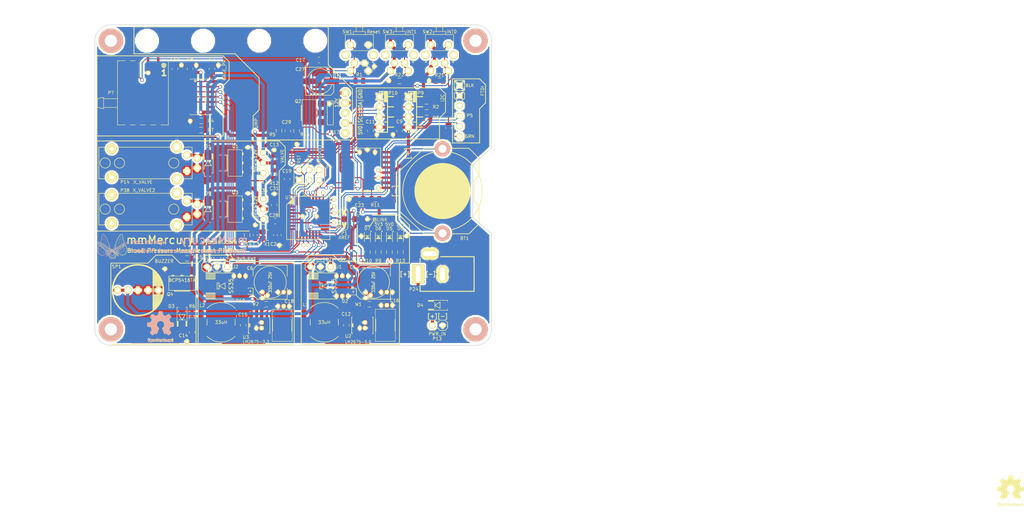
<source format=kicad_pcb>
(kicad_pcb (version 4) (host pcbnew 4.0.1-3.201512202202+6198~38~ubuntu15.04.1-stable)
  (title_block (title "mmMercury : Blood Pressure Measurement Platform") (date 2015-12-27) (rev 1) (company WyoLum) (comment 1 www.wyolum.com))
  (layers (0 F.Cu signal) (31 B.Cu signal) (34 B.Paste user) (35 F.Paste user) (36 B.SilkS user) (37 F.SilkS user) (38 B.Mask user) (39 F.Mask user) (44 Edge.Cuts user))
  (net 0 "")
  (net 1 +3.3V)
  (net 2 /AREF)
  (net 3 /Interface/+Vlv)
  (net 4 /Interface/+Vlv2)
  (net 5 /Interface/-Vlv)
  (net 6 /Interface/-Vlv2)
  (net 7 /Interface/12V)
  (net 8 /Interface/PC3_Pr1)
  (net 9 /Interface/PD4_Valve2)
  (net 10 /Interface/Pump)
  (net 11 /Interface/Spk)
  (net 12 /Interface/~PB1_Pump)
  (net 13 /Interface/~PD5_Valve)
  (net 14 /Interface/~PD6_Spk)
  (net 15 /Interface/~SS)
  (net 16 /PB0)
  (net 17 /PB6)
  (net 18 /PB7)
  (net 19 /PC0)
  (net 20 /PC1)
  (net 21 /PC6)
  (net 22 /PC7)
  (net 23 /PD2)
  (net 24 /PD7)
  (net 25 /pwr/PWR_IN)
  (net 26 /rtc/32k)
  (net 27 /rtc/BAT)
  (net 28 /rtc/RST)
  (net 29 /rtc/SQR)
  (net 30 /~PD3)
  (net 31 /~RTS)
  (net 32 GND)
  (net 33 /PC2)
  (net 34 /Interface/5V0)
  (net 35 /RESET)
  (net 36 "Net-(D5-Pad1)")
  (net 37 "Net-(D6-Pad1)")
  (net 38 "Net-(D7-Pad1)")
  (net 39 "Net-(D8-Pad1)")
  (net 40 /Interface/~MOSI)
  (net 41 /Interface/SCK)
  (net 42 /Interface/MISO)
  (net 43 /RXD)
  (net 44 /TXD)
  (net 45 /Interface/SCL)
  (net 46 /Interface/SDA)
  (net 47 /Interface/Pump_Ret)
  (net 48 /pwr/VSW5)
  (net 49 /pwr/CB5)
  (net 50 /pwr/VSW3)
  (net 51 /pwr/CB3)
  (net 52 "Net-(U2-Pad5)")
  (net 53 "Net-(U3-Pad5)")
  (net 54 "Net-(P5-Pad3)")
  (net 55 "Net-(P7-Pad7)")
  (net 56 "Net-(P17-Pad5)")
  (net 57 "Net-(P17-Pad3)")
  (net 58 "Net-(U1-Pad6)")
  (net 59 "Net-(U1-Pad9)")
  (module mmM:OSHW_6mm (layer F.Cu) (at 278.5 170.5)
    (fp_text reference G3 hide)
    (fp_text value Logo_OH hide)
    (fp_text user OpenHardware (at 0 4.191) (layer F.SilkS) (effects (font (size 0.762 0.6096) (thickness 0.127))))
  )
  (module mmM:via01 (layer F.Cu) (at 110.3 122.7)
    (fp_text reference REF62 hide)
    (fp_text value via01 hide)
    (pad 1 thru_hole circle (at 0 0) (size 1.2 1.2) (drill 0.6) (layers *.Cu *.Mask F.SilkS) (net 32 GND))
  )
  (module mmM:via01 (layer F.Cu) (at 111.75 122.7)
    (fp_text reference REF61 hide)
    (fp_text value via01 hide)
    (pad 1 thru_hole circle (at 0 0) (size 1.2 1.2) (drill 0.6) (layers *.Cu *.Mask F.SilkS) (net 32 GND))
  )
  (module mmM:via01 (layer F.Cu) (at 113.2 122.7)
    (fp_text reference REF60 hide)
    (fp_text value via01 hide)
    (pad 1 thru_hole circle (at 0 0) (size 1.2 1.2) (drill 0.6) (layers *.Cu *.Mask F.SilkS) (net 32 GND))
  )
  (module mmM:via_th (layer F.Cu) (at 100.35 84.8)
    (fp_text reference REF59 hide)
    (fp_text value via01 hide)
    (pad 1 thru_hole circle (at 0 0) (size 1.2 1.2) (drill 0.6) (layers *.Cu *.Mask F.SilkS) (net 32 GND))
  )
  (module mmM:via01 (layer F.Cu) (at 95.7 125.25)
    (fp_text reference REF1 hide)
    (fp_text value via01 hide)
    (pad 1 thru_hole circle (at 0 0) (size 1.2 1.2) (drill 0.6) (layers *.Cu *.Mask F.SilkS) (net 32 GND))
  )
  (module mmM:via01 (layer F.Cu) (at 97.1 125.25)
    (fp_text reference REF2 hide)
    (fp_text value via01 hide)
    (pad 1 thru_hole circle (at 0 0) (size 1.2 1.2) (drill 0.6) (layers *.Cu *.Mask F.SilkS) (net 32 GND))
  )
  (module mmM:via01 (layer F.Cu) (at 95.7 121.75)
    (fp_text reference REF3 hide)
    (fp_text value via01 hide)
    (pad 1 thru_hole circle (at 0 0) (size 1.2 1.2) (drill 0.6) (layers *.Cu *.Mask F.SilkS) (net 32 GND))
  )
  (module mmM:via01 (layer F.Cu) (at 97.1 121.75)
    (fp_text reference REF4 hide)
    (fp_text value via01 hide)
    (pad 1 thru_hole circle (at 0 0) (size 1.2 1.2) (drill 0.6) (layers *.Cu *.Mask F.SilkS) (net 32 GND))
  )
  (module mmM:via01 (layer F.Cu) (at 121.45 125)
    (fp_text reference REF5 hide)
    (fp_text value via01 hide)
    (pad 1 thru_hole circle (at 0 0) (size 1.2 1.2) (drill 0.6) (layers *.Cu *.Mask F.SilkS) (net 32 GND))
  )
  (module mmM:via01 (layer F.Cu) (at 122.85 125)
    (fp_text reference REF6 hide)
    (fp_text value via01 hide)
    (pad 1 thru_hole circle (at 0 0) (size 1.2 1.2) (drill 0.6) (layers *.Cu *.Mask F.SilkS) (net 32 GND))
  )
  (module mmM:via01 (layer F.Cu) (at 121.45 121.75)
    (fp_text reference REF7 hide)
    (fp_text value via01 hide)
    (pad 1 thru_hole circle (at 0 0) (size 1.2 1.2) (drill 0.6) (layers *.Cu *.Mask F.SilkS) (net 32 GND))
  )
  (module mmM:via01 (layer F.Cu) (at 122.85 121.75)
    (fp_text reference REF8 hide)
    (fp_text value via01 hide)
    (pad 1 thru_hole circle (at 0 0) (size 1.2 1.2) (drill 0.6) (layers *.Cu *.Mask F.SilkS) (net 32 GND))
  )
  (module mmM:via01 (layer F.Cu) (at 113.2 117.7)
    (fp_text reference REF9 hide)
    (fp_text value via01 hide)
    (pad 1 thru_hole circle (at 0 0) (size 1.2 1.2) (drill 0.6) (layers *.Cu *.Mask F.SilkS) (net 32 GND))
  )
  (module mmM:via01 (layer F.Cu) (at 111.75 117.7)
    (fp_text reference REF10 hide)
    (fp_text value via01 hide)
    (pad 1 thru_hole circle (at 0 0) (size 1.2 1.2) (drill 0.6) (layers *.Cu *.Mask F.SilkS) (net 32 GND))
  )
  (module mmM:via01 (layer F.Cu) (at 87.6 117.7)
    (fp_text reference REF11 hide)
    (fp_text value via01 hide)
    (pad 1 thru_hole circle (at 0 0) (size 1.2 1.2) (drill 0.6) (layers *.Cu *.Mask F.SilkS) (net 32 GND))
  )
  (module mmM:via01 (layer F.Cu) (at 117.6 121.8)
    (fp_text reference REF12 hide)
    (fp_text value via01 hide)
    (pad 1 thru_hole circle (at 0 0) (size 1.2 1.2) (drill 0.6) (layers *.Cu *.Mask F.SilkS) (net 32 GND))
  )
  (module mmM:via01 (layer F.Cu) (at 118.8 122.5)
    (fp_text reference REF13 hide)
    (fp_text value via01 hide)
    (pad 1 thru_hole circle (at 0 0) (size 1.2 1.2) (drill 0.6) (layers *.Cu *.Mask F.SilkS) (net 32 GND))
  )
  (module mmM:via01 (layer F.Cu) (at 117.4 130.7)
    (fp_text reference REF14 hide)
    (fp_text value via01 hide)
    (pad 1 thru_hole circle (at 0 0) (size 1.2 1.2) (drill 0.6) (layers *.Cu *.Mask F.SilkS) (net 32 GND))
  )
  (module mmM:via01 (layer F.Cu) (at 117.4 129.3)
    (fp_text reference REF15 hide)
    (fp_text value via01 hide)
    (pad 1 thru_hole circle (at 0 0) (size 1.2 1.2) (drill 0.6) (layers *.Cu *.Mask F.SilkS) (net 32 GND))
  )
  (module mmM:via01 (layer F.Cu) (at 116.1 130.7)
    (fp_text reference REF16 hide)
    (fp_text value via01 hide)
    (pad 1 thru_hole circle (at 0 0) (size 1.2 1.2) (drill 0.6) (layers *.Cu *.Mask F.SilkS) (net 32 GND))
  )
  (module mmM:via01 (layer F.Cu) (at 91.8 121.7)
    (fp_text reference REF17 hide)
    (fp_text value via01 hide)
    (pad 1 thru_hole circle (at 0 0) (size 1.2 1.2) (drill 0.6) (layers *.Cu *.Mask F.SilkS) (net 32 GND))
  )
  (module mmM:via01 (layer F.Cu) (at 91.8 123.2)
    (fp_text reference REF18 hide)
    (fp_text value via01 hide)
    (pad 1 thru_hole circle (at 0 0) (size 1.2 1.2) (drill 0.6) (layers *.Cu *.Mask F.SilkS) (net 32 GND))
  )
  (module mmM:via01 (layer F.Cu) (at 117.6 123.2)
    (fp_text reference REF19 hide)
    (fp_text value via01 hide)
    (pad 1 thru_hole circle (at 0 0) (size 1.2 1.2) (drill 0.6) (layers *.Cu *.Mask F.SilkS) (net 32 GND))
  )
  (module mmM:via01 (layer F.Cu) (at 91.6 129.3)
    (fp_text reference REF20 hide)
    (fp_text value via01 hide)
    (pad 1 thru_hole circle (at 0 0) (size 1.2 1.2) (drill 0.6) (layers *.Cu *.Mask F.SilkS) (net 32 GND))
  )
  (module mmM:via01 (layer F.Cu) (at 93.1 122.5)
    (fp_text reference REF21 hide)
    (fp_text value via01 hide)
    (pad 1 thru_hole circle (at 0 0) (size 1.2 1.2) (drill 0.6) (layers *.Cu *.Mask F.SilkS) (net 32 GND))
  )
  (module mmM:via01 (layer F.Cu) (at 91.6 130.7)
    (fp_text reference REF22 hide)
    (fp_text value via01 hide)
    (pad 1 thru_hole circle (at 0 0) (size 1.2 1.2) (drill 0.6) (layers *.Cu *.Mask F.SilkS) (net 32 GND))
  )
  (module mmM:via01 (layer F.Cu) (at 73 134)
    (fp_text reference REF23 hide)
    (fp_text value via01 hide)
    (pad 1 thru_hole circle (at 0 0) (size 1.2 1.2) (drill 0.6) (layers *.Cu *.Mask F.SilkS) (net 32 GND))
  )
  (module mmM:via01 (layer F.Cu) (at 124.25 125)
    (fp_text reference REF24 hide)
    (fp_text value via01 hide)
    (pad 1 thru_hole circle (at 0 0) (size 1.2 1.2) (drill 0.6) (layers *.Cu *.Mask F.SilkS) (net 32 GND))
  )
  (module mmM:via01 (layer F.Cu) (at 124.25 121.75)
    (fp_text reference REF25 hide)
    (fp_text value via01 hide)
    (pad 1 thru_hole circle (at 0 0) (size 1.2 1.2) (drill 0.6) (layers *.Cu *.Mask F.SilkS) (net 32 GND))
  )
  (module mmM:via01 (layer F.Cu) (at 110.3 117.7)
    (fp_text reference REF26 hide)
    (fp_text value via01 hide)
    (pad 1 thru_hole circle (at 0 0) (size 1.2 1.2) (drill 0.6) (layers *.Cu *.Mask F.SilkS) (net 32 GND))
  )
  (module mmM:via01 (layer F.Cu) (at 98.5 121.75)
    (fp_text reference REF27 hide)
    (fp_text value via01 hide)
    (pad 1 thru_hole circle (at 0 0) (size 1.2 1.2) (drill 0.6) (layers *.Cu *.Mask F.SilkS) (net 32 GND))
  )
  (module mmM:via_th (layer F.Cu) (at 67.5 115.9)
    (fp_text reference REF28 hide)
    (fp_text value via01 hide)
    (pad 1 thru_hole circle (at 0 0) (size 1.2 1.2) (drill 0.6) (layers *.Cu *.Mask F.SilkS) (net 32 GND))
  )
  (module mmM:via_th (layer F.Cu) (at 94.75 86.25)
    (fp_text reference REF29 hide)
    (fp_text value via01 hide)
    (pad 1 thru_hole circle (at 0 0) (size 1.2 1.2) (drill 0.6) (layers *.Cu *.Mask F.SilkS) (net 32 GND))
  )
  (module mmM:via_th (layer F.Cu) (at 113.5 98.5)
    (fp_text reference REF30 hide)
    (fp_text value via01 hide)
    (pad 1 thru_hole circle (at 0 0) (size 1.2 1.2) (drill 0.6) (layers *.Cu *.Mask F.SilkS) (net 32 GND))
  )
  (module mmM:via_th (layer F.Cu) (at 116.5 107.75)
    (fp_text reference REF31 hide)
    (fp_text value via01 hide)
    (pad 1 thru_hole circle (at 0 0) (size 1.2 1.2) (drill 0.6) (layers *.Cu *.Mask F.SilkS) (net 32 GND))
  )
  (module mmM:via_th (layer F.Cu) (at 127.75 107.75)
    (fp_text reference REF32 hide)
    (fp_text value via01 hide)
    (pad 1 thru_hole circle (at 0 0) (size 1.2 1.2) (drill 0.6) (layers *.Cu *.Mask F.SilkS) (net 32 GND))
  )
  (module mmM:via_th (layer F.Cu) (at 118 86.2)
    (fp_text reference REF33 hide)
    (fp_text value via01 hide)
    (pad 1 thru_hole circle (at 0 0) (size 1.2 1.2) (drill 0.6) (layers *.Cu *.Mask F.SilkS) (net 32 GND))
  )
  (module mmM:via_th (layer F.Cu) (at 119.9 86.8)
    (fp_text reference REF34 hide)
    (fp_text value via01 hide)
    (pad 1 thru_hole circle (at 0 0) (size 1.2 1.2) (drill 0.6) (layers *.Cu *.Mask F.SilkS) (net 32 GND))
  )
  (module mmM:via_th (layer F.Cu) (at 116.1 86.8)
    (fp_text reference REF35 hide)
    (fp_text value via01 hide)
    (pad 1 thru_hole circle (at 0 0) (size 1.2 1.2) (drill 0.6) (layers *.Cu *.Mask F.SilkS) (net 32 GND))
  )
  (module mmM:via_th (layer F.Cu) (at 96 110)
    (fp_text reference REF36 hide)
    (fp_text value via01 hide)
    (pad 1 thru_hole circle (at 0 0) (size 1.2 1.2) (drill 0.6) (layers *.Cu *.Mask F.SilkS) (net 32 GND))
  )
  (module mmM:via_th (layer F.Cu) (at 108.5 74.7)
    (fp_text reference REF37 hide)
    (fp_text value via01 hide)
    (pad 1 thru_hole circle (at 0 0) (size 1.2 1.2) (drill 0.6) (layers *.Cu *.Mask F.SilkS) (net 32 GND))
  )
  (module mmM:via_th (layer F.Cu) (at 124.4 82.4)
    (fp_text reference REF38 hide)
    (fp_text value via01 hide)
    (pad 1 thru_hole circle (at 0 0) (size 1.2 1.2) (drill 0.6) (layers *.Cu *.Mask F.SilkS) (net 32 GND))
  )
  (module mmM:via_th (layer F.Cu) (at 120.35 82.4)
    (fp_text reference REF39 hide)
    (fp_text value via01 hide)
    (pad 1 thru_hole circle (at 0 0) (size 1.2 1.2) (drill 0.6) (layers *.Cu *.Mask F.SilkS) (net 32 GND))
  )
  (module mmM:via_th (layer F.Cu) (at 133.4 69)
    (fp_text reference REF40 hide)
    (fp_text value via01 hide)
    (pad 1 thru_hole circle (at 0 0) (size 1.2 1.2) (drill 0.6) (layers *.Cu *.Mask F.SilkS) (net 32 GND))
  )
  (module mmM:via_th (layer F.Cu) (at 123.4 69)
    (fp_text reference REF41 hide)
    (fp_text value via01 hide)
    (pad 1 thru_hole circle (at 0 0) (size 1.2 1.2) (drill 0.6) (layers *.Cu *.Mask F.SilkS) (net 32 GND))
  )
  (module mmM:via_th (layer F.Cu) (at 119.7 65.4)
    (fp_text reference REF42 hide)
    (fp_text value via01 hide)
    (pad 1 thru_hole circle (at 0 0) (size 1.2 1.2) (drill 0.6) (layers *.Cu *.Mask F.SilkS) (net 32 GND))
  )
  (module mmM:via_th (layer F.Cu) (at 88.2 85.6)
    (fp_text reference REF43 hide)
    (fp_text value via01 hide)
    (pad 1 thru_hole circle (at 0 0) (size 1.2 1.2) (drill 0.6) (layers *.Cu *.Mask F.SilkS) (net 32 GND))
  )
  (module mmM:via_th (layer F.Cu) (at 88.2 97.1)
    (fp_text reference REF44 hide)
    (fp_text value via01 hide)
    (pad 1 thru_hole circle (at 0 0) (size 1.2 1.2) (drill 0.6) (layers *.Cu *.Mask F.SilkS) (net 32 GND))
  )
  (module mmM:via_th (layer F.Cu) (at 118 103.5)
    (fp_text reference REF45 hide)
    (fp_text value via01 hide)
    (pad 1 thru_hole circle (at 0 0) (size 1.2 1.2) (drill 0.6) (layers *.Cu *.Mask F.SilkS) (net 32 GND))
  )
  (module mmM:via_th (layer F.Cu) (at 105.3 102.8)
    (fp_text reference REF46 hide)
    (fp_text value via01 hide)
    (pad 1 thru_hole circle (at 0 0) (size 1.2 1.2) (drill 0.6) (layers *.Cu *.Mask F.SilkS) (net 32 GND))
  )
  (module mmM:via_th (layer F.Cu) (at 90 105)
    (fp_text reference REF47 hide)
    (fp_text value via01 hide)
    (pad 1 thru_hole circle (at 0 0) (size 1.2 1.2) (drill 0.6) (layers *.Cu *.Mask F.SilkS) (net 32 GND))
  )
  (module mmM:via_th (layer F.Cu) (at 101.8 102.8)
    (fp_text reference REF48 hide)
    (fp_text value via01 hide)
    (pad 1 thru_hole circle (at 0 0) (size 1.2 1.2) (drill 0.6) (layers *.Cu *.Mask F.SilkS) (net 32 GND))
  )
  (module mmM:via_th (layer F.Cu) (at 73.8 79)
    (fp_text reference REF49 hide)
    (fp_text value via01 hide)
    (pad 1 thru_hole circle (at 0 0) (size 1.2 1.2) (drill 0.6) (layers *.Cu *.Mask F.SilkS) (net 32 GND))
  )
  (module mmM:via_th (layer F.Cu) (at 80.8 65.1)
    (fp_text reference REF50 hide)
    (fp_text value via01 hide)
    (pad 1 thru_hole circle (at 0 0) (size 1.2 1.2) (drill 0.6) (layers *.Cu *.Mask F.SilkS) (net 32 GND))
  )
  (module mmM:via_th (layer F.Cu) (at 71.6 65.1)
    (fp_text reference REF51 hide)
    (fp_text value via01 hide)
    (pad 1 thru_hole circle (at 0 0) (size 1.2 1.2) (drill 0.6) (layers *.Cu *.Mask F.SilkS) (net 32 GND))
  )
  (module mmM:via_th (layer F.Cu) (at 63.3 67)
    (fp_text reference REF52 hide)
    (fp_text value via01 hide)
    (pad 1 thru_hole circle (at 0 0) (size 1.2 1.2) (drill 0.6) (layers *.Cu *.Mask F.SilkS) (net 32 GND))
  )
  (module mmM:via_th (layer F.Cu) (at 75.3 65.1)
    (fp_text reference REF53 hide)
    (fp_text value via01 hide)
    (pad 1 thru_hole circle (at 0 0) (size 1.2 1.2) (drill 0.6) (layers *.Cu *.Mask F.SilkS) (net 32 GND))
  )
  (module mmM:I_O (layer F.Cu) (at 107 96.9)
    (fp_text reference B7 hide)
    (fp_text value PC1 hide)
    (pad 1 thru_hole circle (at 0 0) (size 1.016 1.016) (drill 0.635) (layers *.Cu *.Mask F.SilkS) (net 33 /PC2))
  )
  (module mmM:I_O (layer F.Cu) (at 120.7 93.2 90)
    (fp_text reference B1 hide)
    (fp_text value I_O hide)
    (pad 1 thru_hole circle (at 0 0 90) (size 1.016 1.016) (drill 0.635) (layers *.Cu *.Mask F.SilkS) (net 29 /rtc/SQR))
  )
  (module mmM:I_O (layer F.Cu) (at 120.7 91.3 90)
    (fp_text reference B2 hide)
    (fp_text value I_O hide)
    (pad 1 thru_hole circle (at 0 0 90) (size 1.016 1.016) (drill 0.635) (layers *.Cu *.Mask F.SilkS) (net 28 /rtc/RST))
  )
  (module mmM:I_O (layer F.Cu) (at 120.7 95.7 90)
    (fp_text reference B3 hide)
    (fp_text value I_O hide)
    (pad 1 thru_hole circle (at 0 0 90) (size 1.016 1.016) (drill 0.635) (layers *.Cu *.Mask F.SilkS) (net 26 /rtc/32k))
  )
  (module mmM:I_O (layer F.Cu) (at 102 110)
    (fp_text reference B4 hide)
    (fp_text value PB0 hide)
    (pad 1 thru_hole circle (at 0 0) (size 1.016 1.016) (drill 0.635) (layers *.Cu *.Mask F.SilkS) (net 24 /PD7))
  )
  (module mmM:I_O (layer F.Cu) (at 109.7 100.3)
    (fp_text reference B8 hide)
    (fp_text value PC0 hide)
    (pad 1 thru_hole circle (at 0 0) (size 1.016 1.016) (drill 0.635) (layers *.Cu *.Mask F.SilkS) (net 19 /PC0))
  )
  (module mmM:I_O (layer F.Cu) (at 109.7 98.7)
    (fp_text reference B9 hide)
    (fp_text value PC1 hide)
    (pad 1 thru_hole circle (at 0 0) (size 1.016 1.016) (drill 0.635) (layers *.Cu *.Mask F.SilkS) (net 20 /PC1))
  )
  (module mmM:I_O (layer F.Cu) (at 109.65 104.4)
    (fp_text reference B10 hide)
    (fp_text value PC6 hide)
    (pad 1 thru_hole circle (at 0 0) (size 1.016 1.016) (drill 0.635) (layers *.Cu *.Mask F.SilkS) (net 21 /PC6))
  )
  (module mmM:I_O (layer F.Cu) (at 109.7 102)
    (fp_text reference B11 hide)
    (fp_text value PC7 hide)
    (pad 1 thru_hole circle (at 0 0) (size 1.016 1.016) (drill 0.635) (layers *.Cu *.Mask F.SilkS) (net 22 /PC7))
  )
  (module mmM:I_O (layer F.Cu) (at 103.35 110)
    (fp_text reference B12 hide)
    (fp_text value PB0 hide)
    (pad 1 thru_hole circle (at 0 0) (size 1.016 1.016) (drill 0.635) (layers *.Cu *.Mask F.SilkS) (net 16 /PB0))
  )
  (module mmM:CR2032 (layer F.Cu) (at 136.75 96.5 270)
    (fp_text reference BT1 (at 11.8 -5.5 360) (layer F.SilkS) (effects (font (size 0.8 0.8) (thickness 0.12))))
    (fp_text value BATT_HOLDER hide)
    (fp_text user [-] (at 0 11.8 270) (layer F.SilkS) (effects (font (size 1.2 1.2) (thickness 0.2))))
    (fp_text user [+] (at -9.4 8.7 270) (layer F.SilkS) (effects (font (size 1.2 1.2) (thickness 0.2))))
    (pad + thru_hole circle (at -10.541 0 270) (size 3.81 3.81) (drill 2.032) (layers B.Cu B.Adhes B.Paste B.SilkS B.Mask) (net 27 /rtc/BAT))
    (pad + thru_hole circle (at 10.541 0 270) (size 3.81 3.81) (drill 2.032) (layers B.Cu B.Adhes B.Paste B.SilkS B.Mask) (net 27 /rtc/BAT))
    (pad - smd circle (at 0 0 270) (size 14 14) (layers F.Cu F.Adhes F.Paste F.SilkS F.Mask) (net 32 GND))
  )
  (module mmM:diode-DO214AC (layer F.Cu) (at 78.25 89.5 90)
    (fp_text reference D1 (at 4.15 0 180) (layer F.SilkS) (effects (font (size 0.8 0.8) (thickness 0.12))))
    (fp_text value ES1D-13-F hide)
    (pad 2 smd rect (at 2 0 90) (size 2.5 1.7) (layers F.Cu F.Paste F.Mask) (net 3 /Interface/+Vlv))
    (pad 1 smd rect (at -2 0 90) (size 2.5 1.7) (layers F.Cu F.Paste F.Mask) (net 5 /Interface/-Vlv))
  )
  (module mmM:diode-DO214AC (layer F.Cu) (at 71.75 128 270)
    (fp_text reference D3 (at -2.75 2.65 360) (layer F.SilkS) (effects (font (size 0.8 0.8) (thickness 0.12))))
    (fp_text value ES1D-13-F hide)
    (pad 2 smd rect (at 2 0 270) (size 2.5 1.7) (layers F.Cu F.Paste F.Mask) (net 34 /Interface/5V0))
    (pad 1 smd rect (at -2 0 270) (size 2.5 1.7) (layers F.Cu F.Paste F.Mask) (net 11 /Interface/Spk))
  )
  (module mmM:diode-DO214AC (layer F.Cu) (at 135.5 125 180)
    (fp_text reference D4 (at 4.3 0 360) (layer F.SilkS) (effects (font (size 0.8 0.8) (thickness 0.12))))
    (fp_text value ES1D-13-F hide)
    (pad 2 smd rect (at 2 0 180) (size 2.5 1.7) (layers F.Cu F.Paste F.Mask) (net 7 /Interface/12V))
    (pad 1 smd rect (at -2 0 180) (size 2.5 1.7) (layers F.Cu F.Paste F.Mask) (net 25 /pwr/PWR_IN))
  )
  (module mmM:led_0805 (layer F.Cu) (at 123.5 108 270)
    (fp_text reference D5 (at -2.15 0 360) (layer F.SilkS) (effects (font (size 0.8 0.8) (thickness 0.12))))
    (fp_text value 5V0 (at -3.2 0 360) (layer F.SilkS) (effects (font (size 0.8 0.8) (thickness 0.12))))
    (pad 1 smd rect (at 1.016 0 270) (size 1.016 1.27) (layers F.Cu F.Paste F.Mask) (net 36 "Net-(D5-Pad1)"))
    (pad 2 smd rect (at -1.016 0 270) (size 1.016 1.27) (layers F.Cu F.Paste F.Mask) (net 32 GND))
  )
  (module mmM:led_0805 (layer F.Cu) (at 120.75 108 270)
    (fp_text reference D6 (at -2.15 0 360) (layer F.SilkS) (effects (font (size 0.8 0.8) (thickness 0.12))))
    (fp_text value 3V3 (at -3.2 0 360) (layer F.SilkS) (effects (font (size 0.8 0.8) (thickness 0.12))))
    (pad 1 smd rect (at 1.016 0 270) (size 1.016 1.27) (layers F.Cu F.Paste F.Mask) (net 37 "Net-(D6-Pad1)"))
    (pad 2 smd rect (at -1.016 0 270) (size 1.016 1.27) (layers F.Cu F.Paste F.Mask) (net 32 GND))
  )
  (module mmM:led_0805 (layer F.Cu) (at 118 108 270)
    (fp_text reference D7 (at -2.15 0 360) (layer F.SilkS) (effects (font (size 0.8 0.8) (thickness 0.12))))
    (fp_text value BLINK (at -4.35 -3.3 360) (layer F.SilkS) (effects (font (size 0.8 0.8) (thickness 0.12))))
    (pad 1 smd rect (at 1.016 0 270) (size 1.016 1.27) (layers F.Cu F.Paste F.Mask) (net 38 "Net-(D7-Pad1)"))
    (pad 2 smd rect (at -1.016 0 270) (size 1.016 1.27) (layers F.Cu F.Paste F.Mask) (net 32 GND))
  )
  (module mmM:led_0805 (layer F.Cu) (at 126.25 108 270)
    (fp_text reference D8 (at -2.15 0 360) (layer F.SilkS) (effects (font (size 0.8 0.8) (thickness 0.12))))
    (fp_text value 12V (at -3.2 0 360) (layer F.SilkS) (effects (font (size 0.8 0.8) (thickness 0.12))))
    (pad 1 smd rect (at 1.016 0 270) (size 1.016 1.27) (layers F.Cu F.Paste F.Mask) (net 39 "Net-(D8-Pad1)"))
    (pad 2 smd rect (at -1.016 0 270) (size 1.016 1.27) (layers F.Cu F.Paste F.Mask) (net 32 GND))
  )
  (module mmM:diode-DO214AC (layer F.Cu) (at 78.25 101 90)
    (fp_text reference D9 (at 3.95 0 180) (layer F.SilkS) (effects (font (size 0.8 0.8) (thickness 0.12))))
    (fp_text value ES1D-13-F hide)
    (pad 2 smd rect (at 2 0 90) (size 2.5 1.7) (layers F.Cu F.Paste F.Mask) (net 4 /Interface/+Vlv2))
    (pad 1 smd rect (at -2 0 90) (size 2.5 1.7) (layers F.Cu F.Paste F.Mask) (net 6 /Interface/-Vlv2))
  )
  (module mmM:ShortLink2 (layer F.Cu) (at 112.25 103.5 270)
    (fp_text reference P1 (at 3.5 0 360) (layer F.SilkS) (effects (font (size 0.8 0.8) (thickness 0.12))))
    (fp_text value AREF (at 4.6 0 360) (layer F.SilkS) (effects (font (size 0.8 0.8) (thickness 0.12))))
    (pad 1 smd trapezoid (at -1.7145 0 270) (size 1.524 0.762) (rect_delta -0.508 0) (layers F.Cu F.Paste F.SilkS F.Mask) (net 1 +3.3V) (clearance 0.1))
    (pad 3 smd trapezoid (at 1.7145 0 270) (size 1.524 0.762) (rect_delta 0.508 0) (layers F.Cu F.Paste F.SilkS F.Mask) (net 34 /Interface/5V0) (clearance 0.1))
    (pad 2 smd rect (at 0 0 270) (size 1.4 1.4) (layers F.Cu F.Paste F.Mask) (net 2 /AREF) (clearance 0.1))
  )
  (module mmM:Header_ISP (layer F.Cu) (at 103.5 92.5)
    (fp_text reference P4 (at 5 -2 180) (layer F.SilkS) (effects (font (size 0.8 0.8) (thickness 0.12))))
    (fp_text value ICSP hide)
    (fp_text user 3V3 (at 2.1 3.8 90) (layer F.SilkS) (effects (font (size 0.8 0.8) (thickness 0.1))))
    (fp_text user MOSI (at -1.15 3.9 90) (layer F.SilkS) (effects (font (size 0.8 0.8) (thickness 0.1))))
    (fp_text user GND (at -3.4 3.9 90) (layer F.SilkS) (effects (font (size 0.8 0.8) (thickness 0.1))))
    (fp_text user "MISO(1)" (at 2.55 -5.15 90) (layer F.SilkS) (effects (font (size 0.8 0.8) (thickness 0.1))))
    (fp_text user SCK (at 0 -4 90) (layer F.SilkS) (effects (font (size 0.8 0.8) (thickness 0.1))))
    (fp_text user RST (at -2.55 -3.9 90) (layer F.SilkS) (effects (font (size 0.8 0.8) (thickness 0.1))))
    (pad 6 thru_hole rect (at -2.54 1.27) (size 1.524 1.524) (drill 1.016) (layers *.Cu *.Mask F.SilkS) (net 32 GND))
    (pad 5 thru_hole circle (at -2.54 -1.27) (size 1.524 1.524) (drill 1.016) (layers *.Cu *.Mask F.SilkS) (net 35 /RESET))
    (pad 4 thru_hole circle (at 0 1.27) (size 1.524 1.524) (drill 1.016) (layers *.Cu *.Mask F.SilkS) (net 40 /Interface/~MOSI))
    (pad 3 thru_hole circle (at 0 -1.27) (size 1.524 1.524) (drill 1.016) (layers *.Cu *.Mask F.SilkS) (net 41 /Interface/SCK))
    (pad 2 thru_hole circle (at 2.54 1.27) (size 1.524 1.524) (drill 1.016) (layers *.Cu *.Mask F.SilkS) (net 34 /Interface/5V0))
    (pad 1 thru_hole circle (at 2.54 -1.27) (size 1.524 1.524) (drill 1.016) (layers *.Cu *.Mask F.SilkS) (net 42 /Interface/MISO))
  )
  (module mmM:Header_FTDI (layer F.Cu) (at 141 76.5 270)
    (fp_text reference P5 (at 1.15 -2.55 360) (layer F.SilkS) (effects (font (size 0.8 0.8) (thickness 0.12))))
    (fp_text value FTDI (at -5 -5.75 450) (layer F.SilkS) (effects (font (size 0.8 0.8) (thickness 0.12))))
    (fp_text user GRN (at 6.35 -2.55 360) (layer F.SilkS) (effects (font (size 0.762 0.762) (thickness 0.127))))
    (fp_text user BLK (at -6.35 -2.55 360) (layer F.SilkS) (effects (font (size 0.762 0.762) (thickness 0.127))))
    (pad 1 thru_hole rect (at -6.35 0 270) (size 1.524 1.524) (drill 1.016) (layers *.Cu *.Mask F.SilkS) (net 32 GND))
    (pad 2 thru_hole rect (at -3.81 0 270) (size 1.524 1.524) (drill 1.016) (layers *.Cu *.Mask F.SilkS) (net 32 GND))
    (pad 3 thru_hole circle (at -1.27 0 270) (size 1.524 1.524) (drill 1.016) (layers *.Cu *.Mask F.SilkS) (net 54 "Net-(P5-Pad3)"))
    (pad 4 thru_hole circle (at 1.27 0 270) (size 1.524 1.524) (drill 1.016) (layers *.Cu *.Mask F.SilkS) (net 43 /RXD))
    (pad 5 thru_hole circle (at 3.81 0 270) (size 1.524 1.524) (drill 1.016) (layers *.Cu *.Mask F.SilkS) (net 44 /TXD))
    (pad 6 thru_hole circle (at 6.35 0 270) (size 1.524 1.524) (drill 1.016) (layers *.Cu *.Mask F.SilkS) (net 31 /~RTS))
  )
  (module mmM:pin_strip_4-90 (layer F.Cu) (at 128.25 76.75 90)
    (fp_text reference P9 (at 4.7 3.05 180) (layer F.SilkS) (effects (font (size 0.8 0.8) (thickness 0.12))))
    (fp_text value C3SB hide)
    (pad 1 thru_hole circle (at -3.81 0 90) (size 1.778 1.778) (drill 1.016) (layers *.Cu *.Mask F.SilkS) (net 34 /Interface/5V0))
    (pad 2 thru_hole circle (at -1.27 0 90) (size 1.778 1.778) (drill 1.016) (layers *.Cu *.Mask F.SilkS) (net 45 /Interface/SCL))
    (pad 3 thru_hole circle (at 1.27 0 90) (size 1.778 1.778) (drill 1.016) (layers *.Cu *.Mask F.SilkS) (net 46 /Interface/SDA))
    (pad 4 thru_hole rect (at 3.81 0 90) (size 1.778 1.778) (drill 1.016) (layers *.Cu *.Mask F.SilkS) (net 32 GND))
  )
  (module mmM:pin_strip_4-90 (layer F.Cu) (at 121 76.75 90)
    (fp_text reference P10 (at 4.7 3.4 180) (layer F.SilkS) (effects (font (size 0.8 0.8) (thickness 0.12))))
    (fp_text value C3SB hide)
    (pad 1 thru_hole circle (at -3.81 0 90) (size 1.778 1.778) (drill 1.016) (layers *.Cu *.Mask F.SilkS) (net 34 /Interface/5V0))
    (pad 2 thru_hole circle (at -1.27 0 90) (size 1.778 1.778) (drill 1.016) (layers *.Cu *.Mask F.SilkS) (net 45 /Interface/SCL))
    (pad 3 thru_hole circle (at 1.27 0 90) (size 1.778 1.778) (drill 1.016) (layers *.Cu *.Mask F.SilkS) (net 46 /Interface/SDA))
    (pad 4 thru_hole rect (at 3.81 0 90) (size 1.778 1.778) (drill 1.016) (layers *.Cu *.Mask F.SilkS) (net 32 GND))
  )
  (module mmM:Header_3 (layer F.Cu) (at 92 89.5 90)
    (fp_text reference P11 (at -4.7 0 180) (layer F.SilkS) (effects (font (size 0.8 0.8) (thickness 0.12))))
    (fp_text value VSel_Vlv hide)
    (pad 1 thru_hole circle (at -2.54 0 90) (size 1.524 1.524) (drill 1.016) (layers *.Cu *.Mask F.SilkS) (net 34 /Interface/5V0))
    (pad 2 thru_hole circle (at 0 0 90) (size 1.524 1.524) (drill 1.016) (layers *.Cu *.Mask F.SilkS) (net 3 /Interface/+Vlv))
    (pad 3 thru_hole circle (at 2.54 0 90) (size 1.524 1.524) (drill 1.016) (layers *.Cu *.Mask F.SilkS) (net 7 /Interface/12V))
  )
  (module mmM:Header_2 (layer F.Cu) (at 135.5 130)
    (fp_text reference P13 (at -0.1 3.35 180) (layer F.SilkS) (effects (font (size 0.8 0.8) (thickness 0.12))))
    (fp_text value PWR_IN (at -0.05 2.15 180) (layer F.SilkS) (effects (font (size 0.8 0.8) (thickness 0.12))))
    (pad 1 thru_hole circle (at -1.27 0) (size 1.524 1.524) (drill 1.016) (layers *.Cu *.Mask F.SilkS) (net 25 /pwr/PWR_IN))
    (pad 2 thru_hole circle (at 1.27 0) (size 1.524 1.524) (drill 1.016) (layers *.Cu *.Mask F.SilkS) (net 32 GND))
  )
  (module mmM:X_Valve_2 (layer F.Cu) (at 73 89.5 180)
    (fp_text reference P14 (at 15.5 -4.75 180) (layer F.SilkS) (effects (font (size 0.8 0.8) (thickness 0.12))))
    (fp_text value X_VALVE (at 11 -4.75 180) (layer F.SilkS) (effects (font (size 0.8 0.8) (thickness 0.12))))
    (pad "" thru_hole circle (at 18.796 -3.556 180) (size 2.54 2.54) (drill 1.016) (layers *.Cu *.Mask F.SilkS))
    (pad "" thru_hole circle (at 18.796 3.556 180) (size 2.54 2.54) (drill 1.016) (layers *.Cu *.Mask F.SilkS))
    (pad "" thru_hole circle (at 2.54 4.0132 180) (size 2.54 2.54) (drill 1.524) (layers *.Cu *.Mask F.SilkS))
    (pad "" thru_hole circle (at 2.54 -4.0132 180) (size 2.54 2.54) (drill 1.524) (layers *.Cu *.Mask F.SilkS))
    (pad 1 thru_hole circle (at 0 -2 180) (size 1.8 1.8) (drill 1) (layers *.Cu *.Mask F.SilkS) (net 5 /Interface/-Vlv))
    (pad 2 thru_hole circle (at 0 2 180) (size 1.8 1.8) (drill 1) (layers *.Cu *.Mask F.SilkS) (net 3 /Interface/+Vlv))
    (pad 1 thru_hole circle (at -2.54 -1.27 180) (size 1.8 1.8) (drill 1) (layers *.Cu *.Mask F.SilkS) (net 5 /Interface/-Vlv))
    (pad 2 thru_hole circle (at -2.54 1.27 180) (size 1.8 1.8) (drill 1) (layers *.Cu *.Mask F.SilkS) (net 3 /Interface/+Vlv))
  )
  (module mmM:JACK_ALIM (layer F.Cu) (at 136.75 117.2 180)
    (fp_text reference P24 (at 7.15 -3.8 180) (layer F.SilkS) (effects (font (size 0.8 0.8) (thickness 0.12))))
    (fp_text value PWR_IN hide)
    (pad 2 thru_hole oval (at 0 0 180) (size 3.048 4.572) (drill oval 1.1684 3.556) (layers *.Cu *.Mask F.SilkS) (net 32 GND))
    (pad 1 thru_hole rect (at 6.096 0 180) (size 3.048 4.572) (drill oval 1.1684 4.064) (layers *.Cu *.Mask F.SilkS) (net 25 /pwr/PWR_IN))
    (pad 3 thru_hole oval (at 3.175 5.08 180) (size 4.572 3.048) (drill oval 3.556 1.1684) (layers *.Cu *.Mask F.SilkS) (net 32 GND))
  )
  (module mmM:Header_3 (layer F.Cu) (at 92 101 90)
    (fp_text reference P34 (at 4.6355 0 180) (layer F.SilkS) (effects (font (size 0.8 0.8) (thickness 0.12))))
    (fp_text value VSel_Vlv2 hide)
    (pad 1 thru_hole circle (at -2.54 0 90) (size 1.524 1.524) (drill 1.016) (layers *.Cu *.Mask F.SilkS) (net 34 /Interface/5V0))
    (pad 2 thru_hole circle (at 0 0 90) (size 1.524 1.524) (drill 1.016) (layers *.Cu *.Mask F.SilkS) (net 4 /Interface/+Vlv2))
    (pad 3 thru_hole circle (at 2.54 0 90) (size 1.524 1.524) (drill 1.016) (layers *.Cu *.Mask F.SilkS) (net 7 /Interface/12V))
  )
  (module mmM:X_Valve_2 (layer F.Cu) (at 73 101 180)
    (fp_text reference P38 (at 15.5 4.65 180) (layer F.SilkS) (effects (font (size 0.8 0.8) (thickness 0.12))))
    (fp_text value X_VALVE2 (at 10.75 4.7 180) (layer F.SilkS) (effects (font (size 0.8 0.8) (thickness 0.12))))
    (pad "" thru_hole circle (at 18.796 -3.556 180) (size 2.54 2.54) (drill 1.016) (layers *.Cu *.Mask F.SilkS))
    (pad "" thru_hole circle (at 18.796 3.556 180) (size 2.54 2.54) (drill 1.016) (layers *.Cu *.Mask F.SilkS))
    (pad "" thru_hole circle (at 2.54 4.0132 180) (size 2.54 2.54) (drill 1.524) (layers *.Cu *.Mask F.SilkS))
    (pad "" thru_hole circle (at 2.54 -4.0132 180) (size 2.54 2.54) (drill 1.524) (layers *.Cu *.Mask F.SilkS))
    (pad 1 thru_hole circle (at 0 -2 180) (size 1.8 1.8) (drill 1) (layers *.Cu *.Mask F.SilkS) (net 6 /Interface/-Vlv2))
    (pad 2 thru_hole circle (at 0 2 180) (size 1.8 1.8) (drill 1) (layers *.Cu *.Mask F.SilkS) (net 4 /Interface/+Vlv2))
    (pad 1 thru_hole circle (at -2.54 -1.27 180) (size 1.8 1.8) (drill 1) (layers *.Cu *.Mask F.SilkS) (net 6 /Interface/-Vlv2))
    (pad 2 thru_hole circle (at -2.54 1.27 180) (size 1.8 1.8) (drill 1) (layers *.Cu *.Mask F.SilkS) (net 4 /Interface/+Vlv2))
  )
  (module mmM:SOT223 (layer F.Cu) (at 85 89.5 90)
    (fp_text reference Q1 (at 4.1 0.05 180) (layer F.SilkS) (effects (font (size 0.8 0.8) (thickness 0.12))))
    (fp_text value BCP5416TA hide)
    (pad 2 smd rect (at 0 -3.175 90) (size 3.81 2.032) (layers F.Cu F.Paste F.Mask) (net 5 /Interface/-Vlv))
    (pad 2 smd rect (at 0 3.175 90) (size 1.524 2.032) (layers F.Cu F.Paste F.Mask) (net 5 /Interface/-Vlv))
    (pad 3 smd rect (at 2.286 3.175 90) (size 1.524 2.032) (layers F.Cu F.Paste F.Mask) (net 32 GND))
    (pad 1 smd rect (at -2.286 3.175 90) (size 1.524 2.032) (layers F.Cu F.Paste F.Mask) (net 9 /Interface/PD4_Valve2))
  )
  (module mmM:SOT223 (layer F.Cu) (at 103.5 77 90)
    (fp_text reference Q2 (at 2.9 -2.8 180) (layer F.SilkS) (effects (font (size 0.8 0.8) (thickness 0.12))))
    (fp_text value BCP5416TA hide)
    (pad 2 smd rect (at 0 -3.175 90) (size 3.81 2.032) (layers F.Cu F.Paste F.Mask) (net 47 /Interface/Pump_Ret))
    (pad 2 smd rect (at 0 3.175 90) (size 1.524 2.032) (layers F.Cu F.Paste F.Mask) (net 47 /Interface/Pump_Ret))
    (pad 3 smd rect (at 2.286 3.175 90) (size 1.524 2.032) (layers F.Cu F.Paste F.Mask) (net 32 GND))
    (pad 1 smd rect (at -2.286 3.175 90) (size 1.524 2.032) (layers F.Cu F.Paste F.Mask) (net 12 /Interface/~PB1_Pump))
  )
  (module mmM:SOT223 (layer F.Cu) (at 85 101 90)
    (fp_text reference Q3 (at 4.1 0 180) (layer F.SilkS) (effects (font (size 0.8 0.8) (thickness 0.12))))
    (fp_text value BCP5416TA hide)
    (pad 2 smd rect (at 0 -3.175 90) (size 3.81 2.032) (layers F.Cu F.Paste F.Mask) (net 6 /Interface/-Vlv2))
    (pad 2 smd rect (at 0 3.175 90) (size 1.524 2.032) (layers F.Cu F.Paste F.Mask) (net 6 /Interface/-Vlv2))
    (pad 3 smd rect (at 2.286 3.175 90) (size 1.524 2.032) (layers F.Cu F.Paste F.Mask) (net 32 GND))
    (pad 1 smd rect (at -2.286 3.175 90) (size 1.524 2.032) (layers F.Cu F.Paste F.Mask) (net 13 /Interface/~PD5_Valve))
  )
  (module mmM:SOT223 (layer F.Cu) (at 71.75 119.5 180)
    (fp_text reference Q4 (at 3 -2.75 180) (layer F.SilkS) (effects (font (size 0.8 0.8) (thickness 0.12))))
    (fp_text value BCP5416TA (at 0 0.762 180) (layer F.SilkS) (effects (font (size 0.8 0.8) (thickness 0.12))))
    (pad 2 smd rect (at 0 -3.175 180) (size 3.81 2.032) (layers F.Cu F.Paste F.Mask) (net 11 /Interface/Spk))
    (pad 2 smd rect (at 0 3.175 180) (size 1.524 2.032) (layers F.Cu F.Paste F.Mask) (net 11 /Interface/Spk))
    (pad 3 smd rect (at 2.286 3.175 180) (size 1.524 2.032) (layers F.Cu F.Paste F.Mask) (net 32 GND))
    (pad 1 smd rect (at -2.286 3.175 180) (size 1.524 2.032) (layers F.Cu F.Paste F.Mask) (net 14 /Interface/~PD6_Spk))
  )
  (module mmM:vite_3mm (layer F.Cu) (at 54 59)
    (fp_text reference SC6 hide)
    (fp_text value SCREW hide)
    (pad 1 thru_hole circle (at 0 0) (size 6.096 6.096) (drill 3.048) (layers *.Cu *.SilkS *.Mask))
  )
  (module mmM:vite_3mm (layer F.Cu) (at 145 59)
    (fp_text reference SC7 hide)
    (fp_text value SCREW hide)
    (pad 1 thru_hole circle (at 0 0) (size 6.096 6.096) (drill 3.048) (layers *.Cu *.SilkS *.Mask))
  )
  (module mmM:vite_3mm (layer F.Cu) (at 54 131)
    (fp_text reference SC9 hide)
    (fp_text value SCREW hide)
    (pad 1 thru_hole circle (at 0 0) (size 6.096 6.096) (drill 3.048) (layers *.Cu *.SilkS *.Mask))
  )
  (module mmM:vite_3mm (layer F.Cu) (at 145 131)
    (fp_text reference SC10 hide)
    (fp_text value SCREW hide)
    (pad 1 thru_hole circle (at 0 0) (size 6.096 6.096) (drill 3.048) (layers *.Cu *.SilkS *.Mask))
  )
  (module mmM:Speaker (layer F.Cu) (at 60.75 121.25)
    (fp_text reference SP1 (at -5.35 -5.9 180) (layer F.SilkS) (effects (font (size 0.8 0.8) (thickness 0.12))))
    (fp_text value BUZZER (at 6.55 -7.25 180) (layer F.SilkS) (effects (font (size 0.8 0.8) (thickness 0.12))))
    (pad 1 thru_hole circle (at -2.54 0) (size 1.778 1.778) (drill 1.016) (layers *.Cu *.Mask F.SilkS) (net 34 /Interface/5V0))
    (pad 2 thru_hole circle (at 5.08 0) (size 1.778 1.778) (drill 1.016) (layers *.Cu *.Mask F.SilkS) (net 11 /Interface/Spk))
    (pad 2 thru_hole circle (at 2.54 0) (size 1.778 1.778) (drill 1.016) (layers *.Cu *.Mask F.SilkS) (net 11 /Interface/Spk))
    (pad 1 thru_hole circle (at -5.08 0) (size 1.778 1.778) (drill 1.016) (layers *.Cu *.Mask F.SilkS) (net 34 /Interface/5V0))
    (pad 2 thru_hole circle (at 0 0) (size 1.778 1.778) (drill 1.016) (layers *.Cu *.Mask F.SilkS) (net 11 /Interface/Spk))
  )
  (module mmM:SW_PB_V_H (layer F.Cu) (at 116 60 270)
    (fp_text reference SW1 (at -3.25 3 360) (layer F.SilkS) (effects (font (size 0.8 0.8) (thickness 0.12))))
    (fp_text value Reset (at -3.25 -3.5 360) (layer F.SilkS) (effects (font (size 0.8 0.8) (thickness 0.12))))
    (pad 1 thru_hole circle (at 0 -2.2225 270) (size 1.778 1.778) (drill 1.016) (layers *.Cu *.Mask F.SilkS) (net 32 GND))
    (pad 2 thru_hole circle (at 0 2.2225 270) (size 1.778 1.778) (drill 1.016) (layers *.Cu *.Mask F.SilkS) (net 35 /RESET))
    (pad 3 thru_hole circle (at 2.54 -3.4925 270) (size 2.032 2.032) (drill 1.27) (layers *.Cu *.Mask F.SilkS))
    (pad 3 thru_hole circle (at 2.54 3.4925 270) (size 2.032 2.032) (drill 1.27) (layers *.Cu *.Mask F.SilkS))
    (pad 2 thru_hole circle (at 6.477 2.2225 270) (size 1.778 1.778) (drill 1.016) (layers *.Cu *.Mask F.SilkS) (net 35 /RESET))
    (pad 1 thru_hole circle (at 6.477 -2.2225 270) (size 1.778 1.778) (drill 1.016) (layers *.Cu *.Mask F.SilkS) (net 32 GND))
    (pad 2 thru_hole circle (at 4.572 1.27 270) (size 1.778 1.778) (drill 1.016) (layers *.Cu *.Mask F.SilkS) (net 35 /RESET))
    (pad 1 thru_hole circle (at 4.572 -1.27 270) (size 1.778 1.778) (drill 1.016) (layers *.Cu *.Mask F.SilkS) (net 32 GND))
  )
  (module mmM:SW_PB_V_H (layer F.Cu) (at 136 60 270)
    (fp_text reference SW2 (at -3.25 3 360) (layer F.SilkS) (effects (font (size 0.8 0.8) (thickness 0.12))))
    (fp_text value INT0 (at -3.25 -3 360) (layer F.SilkS) (effects (font (size 0.8 0.8) (thickness 0.12))))
    (pad 1 thru_hole circle (at 0 -2.2225 270) (size 1.778 1.778) (drill 1.016) (layers *.Cu *.Mask F.SilkS) (net 23 /PD2))
    (pad 2 thru_hole circle (at 0 2.2225 270) (size 1.778 1.778) (drill 1.016) (layers *.Cu *.Mask F.SilkS) (net 34 /Interface/5V0))
    (pad 3 thru_hole circle (at 2.54 -3.4925 270) (size 2.032 2.032) (drill 1.27) (layers *.Cu *.Mask F.SilkS))
    (pad 3 thru_hole circle (at 2.54 3.4925 270) (size 2.032 2.032) (drill 1.27) (layers *.Cu *.Mask F.SilkS))
    (pad 2 thru_hole circle (at 6.477 2.2225 270) (size 1.778 1.778) (drill 1.016) (layers *.Cu *.Mask F.SilkS) (net 34 /Interface/5V0))
    (pad 1 thru_hole circle (at 6.477 -2.2225 270) (size 1.778 1.778) (drill 1.016) (layers *.Cu *.Mask F.SilkS) (net 23 /PD2))
    (pad 2 thru_hole circle (at 4.572 1.27 270) (size 1.778 1.778) (drill 1.016) (layers *.Cu *.Mask F.SilkS) (net 34 /Interface/5V0))
    (pad 1 thru_hole circle (at 4.572 -1.27 270) (size 1.778 1.778) (drill 1.016) (layers *.Cu *.Mask F.SilkS) (net 23 /PD2))
  )
  (module mmM:SW_PB_V_H (layer F.Cu) (at 126 60 270)
    (fp_text reference SW3 (at -3.25 3 360) (layer F.SilkS) (effects (font (size 0.8 0.8) (thickness 0.12))))
    (fp_text value INT1 (at -3.25 -3 360) (layer F.SilkS) (effects (font (size 0.8 0.8) (thickness 0.12))))
    (pad 1 thru_hole circle (at 0 -2.2225 270) (size 1.778 1.778) (drill 1.016) (layers *.Cu *.Mask F.SilkS) (net 30 /~PD3))
    (pad 2 thru_hole circle (at 0 2.2225 270) (size 1.778 1.778) (drill 1.016) (layers *.Cu *.Mask F.SilkS) (net 34 /Interface/5V0))
    (pad 3 thru_hole circle (at 2.54 -3.4925 270) (size 2.032 2.032) (drill 1.27) (layers *.Cu *.Mask F.SilkS))
    (pad 3 thru_hole circle (at 2.54 3.4925 270) (size 2.032 2.032) (drill 1.27) (layers *.Cu *.Mask F.SilkS))
    (pad 2 thru_hole circle (at 6.477 2.2225 270) (size 1.778 1.778) (drill 1.016) (layers *.Cu *.Mask F.SilkS) (net 34 /Interface/5V0))
    (pad 1 thru_hole circle (at 6.477 -2.2225 270) (size 1.778 1.778) (drill 1.016) (layers *.Cu *.Mask F.SilkS) (net 30 /~PD3))
    (pad 2 thru_hole circle (at 4.572 1.27 270) (size 1.778 1.778) (drill 1.016) (layers *.Cu *.Mask F.SilkS) (net 34 /Interface/5V0))
    (pad 1 thru_hole circle (at 4.572 -1.27 270) (size 1.778 1.778) (drill 1.016) (layers *.Cu *.Mask F.SilkS) (net 30 /~PD3))
  )
  (module mmM:DS3231 (layer F.Cu) (at 118 91.25 90)
    (fp_text reference U5 (at -5.6 4.2 180) (layer F.SilkS) (effects (font (size 0.8 0.8) (thickness 0.12))))
    (fp_text value DS3231N hide)
    (pad 1 smd rect (at -4.445 4.65074 90) (size 0.59944 1.99898) (layers F.Cu F.Paste F.Mask) (net 26 /rtc/32k))
    (pad 2 smd rect (at -3.175 4.65074 90) (size 0.59944 1.99898) (layers F.Cu F.Paste F.Mask) (net 34 /Interface/5V0))
    (pad 3 smd rect (at -1.905 4.65074 90) (size 0.59944 1.99898) (layers F.Cu F.Paste F.Mask) (net 29 /rtc/SQR))
    (pad 4 smd rect (at -0.635 4.65074 90) (size 0.59944 1.99898) (layers F.Cu F.Paste F.Mask) (net 28 /rtc/RST))
    (pad 5 smd rect (at 0.635 4.65074 90) (size 0.59944 1.99898) (layers F.Cu F.Paste F.Mask) (net 32 GND))
    (pad 6 smd rect (at 1.905 4.65074 90) (size 0.59944 1.99898) (layers F.Cu F.Paste F.Mask) (net 32 GND))
    (pad 7 smd rect (at 3.175 4.65074 90) (size 0.59944 1.99898) (layers F.Cu F.Paste F.Mask) (net 32 GND))
    (pad 8 smd rect (at 4.445 4.65074 90) (size 0.59944 1.99898) (layers F.Cu F.Paste F.Mask) (net 32 GND))
    (pad 9 smd rect (at 4.445 -4.65074 90) (size 0.59944 1.99898) (layers F.Cu F.Paste F.Mask) (net 32 GND))
    (pad 10 smd rect (at 3.175 -4.65074 90) (size 0.59944 1.99898) (layers F.Cu F.Paste F.Mask) (net 32 GND))
    (pad 11 smd rect (at 1.905 -4.65074 90) (size 0.59944 1.99898) (layers F.Cu F.Paste F.Mask) (net 32 GND))
    (pad 12 smd rect (at 0.635 -4.65074 90) (size 0.59944 1.99898) (layers F.Cu F.Paste F.Mask) (net 32 GND))
    (pad 13 smd rect (at -0.635 -4.65074 90) (size 0.59944 1.99898) (layers F.Cu F.Paste F.Mask) (net 32 GND))
    (pad 14 smd rect (at -1.905 -4.65074 90) (size 0.59944 1.99898) (layers F.Cu F.Paste F.Mask) (net 27 /rtc/BAT))
    (pad 15 smd rect (at -3.175 -4.65074 90) (size 0.59944 1.99898) (layers F.Cu F.Paste F.Mask) (net 46 /Interface/SDA))
    (pad 16 smd rect (at -4.445 -4.65074 90) (size 0.59944 1.99898) (layers F.Cu F.Paste F.Mask) (net 45 /Interface/SCL))
  )
  (module mmM:TQFP32 (layer F.Cu) (at 103.25 103.2)
    (fp_text reference U7 (at -4.95 -5.1) (layer F.SilkS) (effects (font (size 0.8 0.8) (thickness 0.12))))
    (fp_text value ATMEGA328P-AU-ND hide)
    (pad 8 smd rect (at -4.15036 2.79908) (size 1.99898 0.44958) (layers F.Cu F.Paste F.Mask) (net 18 /PB7) (clearance 0.127))
    (pad 7 smd rect (at -4.15036 1.99898) (size 1.99898 0.44958) (layers F.Cu F.Paste F.Mask) (net 17 /PB6) (clearance 0.14986))
    (pad 6 smd rect (at -4.15036 1.19888) (size 1.99898 0.44958) (layers F.Cu F.Paste F.Mask) (net 34 /Interface/5V0) (clearance 0.14986))
    (pad 5 smd rect (at -4.15036 0.39878) (size 1.99898 0.44958) (layers F.Cu F.Paste F.Mask) (net 32 GND) (clearance 0.14986))
    (pad 4 smd rect (at -4.15036 -0.39878) (size 1.99898 0.44958) (layers F.Cu F.Paste F.Mask) (net 34 /Interface/5V0) (clearance 0.14986))
    (pad 3 smd rect (at -4.15036 -1.19888) (size 1.99898 0.44958) (layers F.Cu F.Paste F.Mask) (net 32 GND) (clearance 0.14986))
    (pad 2 smd rect (at -4.15036 -1.99898) (size 1.99898 0.44958) (layers F.Cu F.Paste F.Mask) (net 9 /Interface/PD4_Valve2) (clearance 0.14986))
    (pad 1 smd rect (at -4.15036 -2.79908) (size 1.99898 0.44958) (layers F.Cu F.Paste F.Mask) (net 30 /~PD3) (clearance 0.127))
    (pad 24 smd rect (at 4.15036 -2.79908) (size 1.99898 0.44958) (layers F.Cu F.Paste F.Mask) (net 20 /PC1) (clearance 0.127))
    (pad 17 smd rect (at 4.15036 2.79908) (size 1.99898 0.44958) (layers F.Cu F.Paste F.Mask) (net 41 /Interface/SCK) (clearance 0.127))
    (pad 18 smd rect (at 4.15036 1.99898) (size 1.99898 0.44958) (layers F.Cu F.Paste F.Mask) (net 34 /Interface/5V0) (clearance 0.14986))
    (pad 19 smd rect (at 4.15036 1.19888) (size 1.99898 0.44958) (layers F.Cu F.Paste F.Mask) (net 21 /PC6) (clearance 0.14986))
    (pad 20 smd rect (at 4.15036 0.39878) (size 1.99898 0.44958) (layers F.Cu F.Paste F.Mask) (net 2 /AREF) (clearance 0.14986))
    (pad 21 smd rect (at 4.15036 -0.39878) (size 1.99898 0.44958) (layers F.Cu F.Paste F.Mask) (net 32 GND) (clearance 0.14986))
    (pad 22 smd rect (at 4.15036 -1.19888) (size 1.99898 0.44958) (layers F.Cu F.Paste F.Mask) (net 22 /PC7) (clearance 0.14986))
    (pad 23 smd rect (at 4.15036 -1.99898) (size 1.99898 0.44958) (layers F.Cu F.Paste F.Mask) (net 19 /PC0) (clearance 0.14986))
    (pad 32 smd rect (at -2.79908 -4.15036 90) (size 1.99898 0.44958) (layers F.Cu F.Paste F.Mask) (net 23 /PD2) (clearance 0.127))
    (pad 31 smd rect (at -1.99898 -4.15036 90) (size 1.99898 0.44958) (layers F.Cu F.Paste F.Mask) (net 44 /TXD) (clearance 0.14986))
    (pad 30 smd rect (at -1.19888 -4.15036 90) (size 1.99898 0.44958) (layers F.Cu F.Paste F.Mask) (net 43 /RXD) (clearance 0.14986))
    (pad 29 smd rect (at -0.39878 -4.15036 90) (size 1.99898 0.44958) (layers F.Cu F.Paste F.Mask) (net 35 /RESET) (clearance 0.14986))
    (pad 28 smd rect (at 0.39878 -4.15036 90) (size 1.99898 0.44958) (layers F.Cu F.Paste F.Mask) (net 45 /Interface/SCL) (clearance 0.14986))
    (pad 27 smd rect (at 1.19888 -4.15036 90) (size 1.99898 0.44958) (layers F.Cu F.Paste F.Mask) (net 46 /Interface/SDA) (clearance 0.14986))
    (pad 26 smd rect (at 1.99898 -4.15036 90) (size 1.99898 0.44958) (layers F.Cu F.Paste F.Mask) (net 8 /Interface/PC3_Pr1) (clearance 0.14986))
    (pad 25 smd rect (at 2.79908 -4.15036 90) (size 1.99898 0.44958) (layers F.Cu F.Paste F.Mask) (net 33 /PC2) (clearance 0.127))
    (pad 9 smd rect (at -2.79908 4.15036 90) (size 1.99898 0.44958) (layers F.Cu F.Paste F.Mask) (net 13 /Interface/~PD5_Valve) (clearance 0.127))
    (pad 10 smd rect (at -1.99898 4.15036 90) (size 1.99898 0.44958) (layers F.Cu F.Paste F.Mask) (net 14 /Interface/~PD6_Spk) (clearance 0.14986))
    (pad 11 smd rect (at -1.19888 4.15036 90) (size 1.99898 0.44958) (layers F.Cu F.Paste F.Mask) (net 24 /PD7) (clearance 0.14986))
    (pad 12 smd rect (at -0.39878 4.15036 90) (size 1.99898 0.44958) (layers F.Cu F.Paste F.Mask) (net 16 /PB0) (clearance 0.14986))
    (pad 13 smd rect (at 0.39878 4.15036 90) (size 1.99898 0.44958) (layers F.Cu F.Paste F.Mask) (net 12 /Interface/~PB1_Pump) (clearance 0.14986))
    (pad 14 smd rect (at 1.19888 4.15036 90) (size 1.99898 0.44958) (layers F.Cu F.Paste F.Mask) (net 15 /Interface/~SS) (clearance 0.14986))
    (pad 15 smd rect (at 1.99898 4.15036 90) (size 1.99898 0.44958) (layers F.Cu F.Paste F.Mask) (net 40 /Interface/~MOSI) (clearance 0.14986))
    (pad 16 smd rect (at 2.79908 4.15036 90) (size 1.99898 0.44958) (layers F.Cu F.Paste F.Mask) (net 42 /Interface/MISO) (clearance 0.127))
  )
  (module mmM:Xtal_SMD3 (layer F.Cu) (at 93 107.5 180)
    (fp_text reference X1 (at 0 -2.25 180) (layer F.SilkS) (effects (font (size 0.8 0.8) (thickness 0.12))))
    (fp_text value 16MHz hide)
    (pad 1 smd rect (at -1.1 0.8 180) (size 1.4 1.2) (layers F.Cu F.Paste F.Mask) (net 17 /PB6))
    (pad 2 smd rect (at 1.1 -0.8 180) (size 1.4 1.2) (layers F.Cu F.Paste F.Mask) (net 18 /PB7))
    (pad 3 smd rect (at -1.1 -0.8 180) (size 1.4 1.2) (layers F.Cu F.Paste F.Mask) (net 32 GND))
    (pad 3 smd rect (at 1.1 0.8 180) (size 1.4 1.2) (layers F.Cu F.Paste F.Mask) (net 32 GND))
  )
  (module mmM:via_th (layer F.Cu) (at 94.8 97.2)
    (fp_text reference REF54 hide)
    (fp_text value via01 hide)
    (pad 1 thru_hole circle (at 0 0) (size 1.2 1.2) (drill 0.6) (layers *.Cu *.Mask F.SilkS) (net 32 GND))
  )
  (module mmM:Logo-WL3 (layer B.Cu) (at 59.5 106.7 180)
    (fp_text reference G1 hide)
    (fp_text value Logo_Wyolum hide)
  )
  (module mmM:Logo-WL3 (layer F.Cu) (at 49.2 106.65)
    (fp_text reference G2 hide)
    (fp_text value Logo_Wyolum hide)
  )
  (module mmM:OSHW_6mm (layer F.Cu) (at 66.4 129.5)
    (fp_text reference G3 hide)
    (fp_text value Logo_OH hide)
    (fp_text user OpenHardware (at 0 4.191) (layer F.SilkS) (effects (font (size 0.762 0.6096) (thickness 0.127))))
  )
  (module mmM:OSHW_6mm (layer B.Cu) (at 66.4 129.5 180)
    (fp_text reference G4 hide)
    (fp_text value Logo_OH hide)
    (fp_text user OpenHardware (at 0 -4.191 180) (layer B.SilkS) (effects (font (size 0.762 0.6096) (thickness 0.127)) (justify mirror)))
  )
  (module mmM:r_0805 (layer F.Cu) (at 126 69)
    (fp_text reference R22 (at 0 -1.5 180) (layer F.SilkS) (effects (font (size 0.8 0.8) (thickness 0.12))))
    (fp_text value 10k hide)
    (pad 1 smd rect (at 0.95 0) (size 1 1.45) (layers F.Cu F.Paste F.Mask) (net 30 /~PD3))
    (pad 2 smd rect (at -0.95 0) (size 1 1.45) (layers F.Cu F.Paste F.Mask) (net 32 GND))
  )
  (module mmM:r_0805 (layer F.Cu) (at 136 69)
    (fp_text reference R21 (at 0 -1.45 180) (layer F.SilkS) (effects (font (size 0.8 0.8) (thickness 0.12))))
    (fp_text value 10k hide)
    (pad 1 smd rect (at 0.95 0) (size 1 1.45) (layers F.Cu F.Paste F.Mask) (net 23 /PD2))
    (pad 2 smd rect (at -0.95 0) (size 1 1.45) (layers F.Cu F.Paste F.Mask) (net 32 GND))
  )
  (module mmM:r_0805 (layer F.Cu) (at 126.25 111.75 270)
    (fp_text reference R13 (at 2.15 0 360) (layer F.SilkS) (effects (font (size 0.8 0.8) (thickness 0.12))))
    (fp_text value 1k hide)
    (pad 1 smd rect (at 0.95 0 270) (size 1 1.45) (layers F.Cu F.Paste F.Mask) (net 7 /Interface/12V))
    (pad 2 smd rect (at -0.95 0 270) (size 1 1.45) (layers F.Cu F.Paste F.Mask) (net 39 "Net-(D8-Pad1)"))
  )
  (module mmM:r_0805 (layer F.Cu) (at 120 98.5)
    (fp_text reference R11 (at 0 1.5 180) (layer F.SilkS) (effects (font (size 0.8 0.8) (thickness 0.12))))
    (fp_text value 10k hide)
    (pad 1 smd rect (at 0.95 0) (size 1 1.45) (layers F.Cu F.Paste F.Mask) (net 34 /Interface/5V0))
    (pad 2 smd rect (at -0.95 0) (size 1 1.45) (layers F.Cu F.Paste F.Mask) (net 29 /rtc/SQR))
  )
  (module mmM:r_0805 (layer F.Cu) (at 118 111.75 270)
    (fp_text reference R10 (at 2.15 0 360) (layer F.SilkS) (effects (font (size 0.8 0.8) (thickness 0.12))))
    (fp_text value 1k hide)
    (pad 1 smd rect (at 0.95 0 270) (size 1 1.45) (layers F.Cu F.Paste F.Mask) (net 41 /Interface/SCK))
    (pad 2 smd rect (at -0.95 0 270) (size 1 1.45) (layers F.Cu F.Paste F.Mask) (net 38 "Net-(D7-Pad1)"))
  )
  (module mmM:r_0805 (layer F.Cu) (at 120.75 111.75 270)
    (fp_text reference R9 (at 2.15 0 360) (layer F.SilkS) (effects (font (size 0.8 0.8) (thickness 0.12))))
    (fp_text value 120E hide)
    (pad 1 smd rect (at 0.95 0 270) (size 1 1.45) (layers F.Cu F.Paste F.Mask) (net 1 +3.3V))
    (pad 2 smd rect (at -0.95 0 270) (size 1 1.45) (layers F.Cu F.Paste F.Mask) (net 37 "Net-(D6-Pad1)"))
  )
  (module mmM:r_0805 (layer F.Cu) (at 123.5 111.75 270)
    (fp_text reference R8 (at 2.15 0 360) (layer F.SilkS) (effects (font (size 0.8 0.8) (thickness 0.12))))
    (fp_text value 330E hide)
    (pad 1 smd rect (at 0.95 0 270) (size 1 1.45) (layers F.Cu F.Paste F.Mask) (net 34 /Interface/5V0))
    (pad 2 smd rect (at -0.95 0 270) (size 1 1.45) (layers F.Cu F.Paste F.Mask) (net 36 "Net-(D5-Pad1)"))
  )
  (module mmM:r_0805 (layer F.Cu) (at 74.25 128 270)
    (fp_text reference R6 (at -2.75 0 360) (layer F.SilkS) (effects (font (size 0.8 0.8) (thickness 0.12))))
    (fp_text value 1k hide)
    (pad 1 smd rect (at 0.95 0 270) (size 1 1.45) (layers F.Cu F.Paste F.Mask) (net 34 /Interface/5V0))
    (pad 2 smd rect (at -0.95 0 270) (size 1 1.45) (layers F.Cu F.Paste F.Mask) (net 11 /Interface/Spk))
  )
  (module mmM:r_0805 (layer F.Cu) (at 95.95 81.45 90)
    (fp_text reference R5 (at -0.95 -1.65 180) (layer F.SilkS) (effects (font (size 0.8 0.8) (thickness 0.12))))
    (fp_text value 4k7 hide)
    (pad 1 smd rect (at 0.95 0 90) (size 1 1.45) (layers F.Cu F.Paste F.Mask) (net 34 /Interface/5V0))
    (pad 2 smd rect (at -0.95 0 90) (size 1 1.45) (layers F.Cu F.Paste F.Mask) (net 10 /Interface/Pump))
  )
  (module mmM:r_0805 (layer F.Cu) (at 76.5 79 180)
    (fp_text reference R4 (at -2.45 0 360) (layer F.SilkS) (effects (font (size 0.8 0.8) (thickness 0.12))))
    (fp_text value 10k hide)
    (pad 1 smd rect (at 0.95 0 180) (size 1 1.45) (layers F.Cu F.Paste F.Mask) (net 32 GND))
    (pad 2 smd rect (at -0.95 0 180) (size 1 1.45) (layers F.Cu F.Paste F.Mask) (net 34 /Interface/5V0))
  )
  (module mmM:r_0805 (layer F.Cu) (at 132.75 78.25)
    (fp_text reference R3 (at 2.35 0 180) (layer F.SilkS) (effects (font (size 0.8 0.8) (thickness 0.12))))
    (fp_text value 10k hide)
    (pad 1 smd rect (at 0.95 0) (size 1 1.45) (layers F.Cu F.Paste F.Mask) (net 34 /Interface/5V0))
    (pad 2 smd rect (at -0.95 0) (size 1 1.45) (layers F.Cu F.Paste F.Mask) (net 45 /Interface/SCL))
  )
  (module mmM:r_0805 (layer F.Cu) (at 132.75 75.5)
    (fp_text reference R2 (at 2.35 0 180) (layer F.SilkS) (effects (font (size 0.8 0.8) (thickness 0.12))))
    (fp_text value 10k hide)
    (pad 1 smd rect (at 0.95 0) (size 1 1.45) (layers F.Cu F.Paste F.Mask) (net 34 /Interface/5V0))
    (pad 2 smd rect (at -0.95 0) (size 1 1.45) (layers F.Cu F.Paste F.Mask) (net 46 /Interface/SDA))
  )
  (module mmM:r_0805 (layer F.Cu) (at 116 69)
    (fp_text reference R1 (at 0 -1.55 180) (layer F.SilkS) (effects (font (size 0.8 0.8) (thickness 0.12))))
    (fp_text value 10k hide)
    (pad 1 smd rect (at 0.95 0) (size 1 1.45) (layers F.Cu F.Paste F.Mask) (net 34 /Interface/5V0))
    (pad 2 smd rect (at -0.95 0) (size 1 1.45) (layers F.Cu F.Paste F.Mask) (net 35 /RESET))
  )
  (module mmM:c_0603 (layer F.Cu) (at 90 107.5 270)
    (fp_text reference C3 (at 2.25 -0.25 360) (layer F.SilkS) (effects (font (size 0.8 0.8) (thickness 0.12))))
    (fp_text value 22pF hide)
    (pad 1 smd rect (at 0.9 0 270) (size 1.15 1.1) (layers F.Cu F.Paste F.Mask) (net 18 /PB7))
    (pad 2 smd rect (at -0.9 0 270) (size 1.15 1.1) (layers F.Cu F.Paste F.Mask) (net 32 GND))
  )
  (module mmM:c_0603 (layer F.Cu) (at 96 107.5 90)
    (fp_text reference C2 (at -2.25 -1.45 180) (layer F.SilkS) (effects (font (size 0.8 0.8) (thickness 0.12))))
    (fp_text value 22pF hide)
    (pad 1 smd rect (at 0.9 0 90) (size 1.15 1.1) (layers F.Cu F.Paste F.Mask) (net 17 /PB6))
    (pad 2 smd rect (at -0.9 0 90) (size 1.15 1.1) (layers F.Cu F.Paste F.Mask) (net 32 GND))
  )
  (module mmM:Pump_P54E01R_03 (layer F.Cu) (at 88 77)
    (fp_text reference P17 (at 21.9 4.8 180) (layer F.SilkS) (effects (font (size 0.8 0.8) (thickness 0.12))))
    (fp_text value PUMP (at 2.25 3 270) (layer F.SilkS) (effects (font (size 0.8 0.8) (thickness 0.12))))
    (pad 5 thru_hole circle (at 24.5 5) (size 2 2) (drill 1) (layers *.Cu *.Mask F.SilkS) (net 56 "Net-(P17-Pad5)"))
    (pad 4 thru_hole circle (at 24.5 2.5) (size 2 2) (drill 1) (layers *.Cu *.Mask F.SilkS) (net 10 /Interface/Pump))
    (pad 3 thru_hole circle (at 24.5 0) (size 2 2) (drill 1) (layers *.Cu *.Mask F.SilkS) (net 57 "Net-(P17-Pad3)"))
    (pad 1 thru_hole circle (at 24.5 -5) (size 2 2) (drill 1) (layers *.Cu *.Mask F.SilkS) (net 47 /Interface/Pump_Ret))
    (pad 2 thru_hole circle (at 24.5 -2.5) (size 2 2) (drill 1) (layers *.Cu *.Mask F.SilkS) (net 7 /Interface/12V))
    (pad "" np_thru_hole circle (at -11 -18) (size 3 3) (drill 3) (layers *.Cu *.Mask F.SilkS) (clearance 1.5))
    (pad "" np_thru_hole circle (at -25 -18) (size 3 3) (drill 3) (layers *.Cu *.Mask F.SilkS) (clearance 1.5))
    (pad "" np_thru_hole circle (at 3 -18) (size 3 3) (drill 3) (layers *.Cu *.Mask F.SilkS) (clearance 1.5))
    (pad "" np_thru_hole circle (at 17 -18) (size 3 3) (drill 3) (layers *.Cu *.Mask F.SilkS) (clearance 1.5))
  )
  (module mmM:r_0805 (layer F.Cu) (at 118.5 124.75)
    (fp_text reference W1 (at -2.75 0) (layer F.SilkS) (effects (font (size 0.8 0.8) (thickness 0.12))))
    (fp_text value EN hide)
    (pad 1 smd rect (at 0.95 0) (size 1 1.45) (layers F.Cu F.Paste F.Mask) (net 52 "Net-(U2-Pad5)"))
    (pad 2 smd rect (at -0.95 0) (size 1 1.45) (layers F.Cu F.Paste F.Mask) (net 32 GND))
  )
  (module mmM:r_0805 (layer F.Cu) (at 92.75 124.75)
    (fp_text reference W2 (at -2.648 -0.057) (layer F.SilkS) (effects (font (size 0.8 0.8) (thickness 0.12))))
    (fp_text value EN hide)
    (pad 1 smd rect (at 0.95 0) (size 1 1.45) (layers F.Cu F.Paste F.Mask) (net 53 "Net-(U3-Pad5)"))
    (pad 2 smd rect (at -0.95 0) (size 1 1.45) (layers F.Cu F.Paste F.Mask) (net 32 GND))
  )
  (module mmM:via01 (layer F.Cu) (at 84.7 117.7)
    (fp_text reference REF55 hide)
    (fp_text value via01 hide)
    (pad 1 thru_hole circle (at 0 0) (size 1.2 1.2) (drill 0.6) (layers *.Cu *.Mask F.SilkS) (net 32 GND))
  )
  (module mmM:via01 (layer F.Cu) (at 98.5 125.25)
    (fp_text reference REF56 hide)
    (fp_text value via01 hide)
    (pad 1 thru_hole circle (at 0 0) (size 1.2 1.2) (drill 0.6) (layers *.Cu *.Mask F.SilkS) (net 32 GND))
  )
  (module mmM:SO8E (layer F.Cu) (at 91 130)
    (fp_text reference U3 (at -3.311 2.948) (layer F.SilkS) (effects (font (size 0.8 0.8) (thickness 0.12))))
    (fp_text value LM2675-3.3 (at -0.8 4.1) (layer F.SilkS) (effects (font (size 0.7 0.7) (thickness 0.1))))
    (pad 8 smd rect (at -1.905 -2.413) (size 0.6096 2.032) (layers F.Cu F.Paste F.Mask) (net 50 /pwr/VSW3))
    (pad 1 smd rect (at -1.905 2.413) (size 0.6096 2.032) (layers F.Cu F.Paste F.Mask) (net 51 /pwr/CB3))
    (pad 7 smd rect (at -0.635 -2.413) (size 0.6096 2.032) (layers F.Cu F.Paste F.Mask) (net 7 /Interface/12V))
    (pad 6 smd rect (at 0.635 -2.413) (size 0.6096 2.032) (layers F.Cu F.Paste F.Mask) (net 32 GND))
    (pad 5 smd rect (at 1.905 -2.413) (size 0.6096 2.032) (layers F.Cu F.Paste F.Mask) (net 53 "Net-(U3-Pad5)"))
    (pad 2 smd rect (at -0.635 2.413) (size 0.6096 2.032) (layers F.Cu F.Paste F.Mask) (net 32 GND))
    (pad 3 smd rect (at 0.635 2.413) (size 0.6096 2.032) (layers F.Cu F.Paste F.Mask) (net 32 GND))
    (pad 4 smd rect (at 1.905 2.413) (size 0.6096 2.032) (layers F.Cu F.Paste F.Mask) (net 1 +3.3V))
  )
  (module mmM:SO8E (layer F.Cu) (at 116.75 130)
    (fp_text reference U2 (at -3.534 2.694) (layer F.SilkS) (effects (font (size 0.8 0.8) (thickness 0.12))))
    (fp_text value LM2675-5.0 (at -1.05 4.15) (layer F.SilkS) (effects (font (size 0.7 0.7) (thickness 0.1))))
    (pad 8 smd rect (at -1.905 -2.413) (size 0.6096 2.032) (layers F.Cu F.Paste F.Mask) (net 48 /pwr/VSW5))
    (pad 1 smd rect (at -1.905 2.413) (size 0.6096 2.032) (layers F.Cu F.Paste F.Mask) (net 49 /pwr/CB5))
    (pad 7 smd rect (at -0.635 -2.413) (size 0.6096 2.032) (layers F.Cu F.Paste F.Mask) (net 7 /Interface/12V))
    (pad 6 smd rect (at 0.635 -2.413) (size 0.6096 2.032) (layers F.Cu F.Paste F.Mask) (net 32 GND))
    (pad 5 smd rect (at 1.905 -2.413) (size 0.6096 2.032) (layers F.Cu F.Paste F.Mask) (net 52 "Net-(U2-Pad5)"))
    (pad 2 smd rect (at -0.635 2.413) (size 0.6096 2.032) (layers F.Cu F.Paste F.Mask) (net 32 GND))
    (pad 3 smd rect (at 0.635 2.413) (size 0.6096 2.032) (layers F.Cu F.Paste F.Mask) (net 32 GND))
    (pad 4 smd rect (at 1.905 2.413) (size 0.6096 2.032) (layers F.Cu F.Paste F.Mask) (net 34 /Interface/5V0))
  )
  (module mmM:c_0805 (layer F.Cu) (at 87 130 90)
    (fp_text reference C15 (at 2.64 -0.073 180) (layer F.SilkS) (effects (font (size 0.8 0.8) (thickness 0.12))))
    (fp_text value 10nF hide)
    (pad 1 smd rect (at 0.9 0 90) (size 1.15 1.45) (layers F.Cu F.Paste F.Mask) (net 50 /pwr/VSW3))
    (pad 2 smd rect (at -0.9 0 90) (size 1.15 1.45) (layers F.Cu F.Paste F.Mask) (net 51 /pwr/CB3))
  )
  (module mmM:c_0805 (layer F.Cu) (at 112.75 130 90)
    (fp_text reference C12 (at 2.8 -0.05 180) (layer F.SilkS) (effects (font (size 0.8 0.8) (thickness 0.12))))
    (fp_text value 10nF hide)
    (pad 1 smd rect (at 0.9 0 90) (size 1.15 1.45) (layers F.Cu F.Paste F.Mask) (net 48 /pwr/VSW5))
    (pad 2 smd rect (at -0.9 0 90) (size 1.15 1.45) (layers F.Cu F.Paste F.Mask) (net 49 /pwr/CB5))
  )
  (module mmM:c_0805 (layer F.Cu) (at 115.7 103.5 180)
    (fp_text reference C1 (at 0 1.45 360) (layer F.SilkS) (effects (font (size 0.8 0.8) (thickness 0.12))))
    (fp_text value 100nF hide)
    (pad 1 smd rect (at 0.9 0 180) (size 1.15 1.45) (layers F.Cu F.Paste F.Mask) (net 2 /AREF))
    (pad 2 smd rect (at -0.9 0 180) (size 1.15 1.45) (layers F.Cu F.Paste F.Mask) (net 32 GND))
  )
  (module mmM:c_0805 (layer F.Cu) (at 138.25 80.75 90)
    (fp_text reference C4 (at 2.15 0 180) (layer F.SilkS) (effects (font (size 0.8 0.8) (thickness 0.12))))
    (fp_text value 100nF hide)
    (pad 1 smd rect (at 0.9 0 90) (size 1.15 1.45) (layers F.Cu F.Paste F.Mask) (net 35 /RESET))
    (pad 2 smd rect (at -0.9 0 90) (size 1.15 1.45) (layers F.Cu F.Paste F.Mask) (net 31 /~RTS))
  )
  (module mmM:c_0805 (layer F.Cu) (at 79.25 66 270)
    (fp_text reference C7 (at -2.3 0 360) (layer F.SilkS) (effects (font (size 0.8 0.8) (thickness 0.12))))
    (fp_text value 100nF hide)
    (pad 1 smd rect (at 0.9 0 270) (size 1.15 1.45) (layers F.Cu F.Paste F.Mask) (net 34 /Interface/5V0))
    (pad 2 smd rect (at -0.9 0 270) (size 1.15 1.45) (layers F.Cu F.Paste F.Mask) (net 32 GND))
  )
  (module mmM:c_0805 (layer F.Cu) (at 73.75 66 270)
    (fp_text reference C8 (at -2.3 0 360) (layer F.SilkS) (effects (font (size 0.8 0.8) (thickness 0.12))))
    (fp_text value 100nF hide)
    (pad 1 smd rect (at 0.9 0 270) (size 1.15 1.45) (layers F.Cu F.Paste F.Mask) (net 34 /Interface/5V0))
    (pad 2 smd rect (at -0.9 0 270) (size 1.15 1.45) (layers F.Cu F.Paste F.Mask) (net 32 GND))
  )
  (module mmM:c_0805 (layer F.Cu) (at 126 81.5 90)
    (fp_text reference C9 (at 2.35 0 180) (layer F.SilkS) (effects (font (size 0.8 0.8) (thickness 0.12))))
    (fp_text value 100nF hide)
    (pad 1 smd rect (at 0.9 0 90) (size 1.15 1.45) (layers F.Cu F.Paste F.Mask) (net 34 /Interface/5V0))
    (pad 2 smd rect (at -0.9 0 90) (size 1.15 1.45) (layers F.Cu F.Paste F.Mask) (net 32 GND))
  )
  (module mmM:c_0805 (layer F.Cu) (at 70 66 270)
    (fp_text reference C10 (at -2.3 0 360) (layer F.SilkS) (effects (font (size 0.8 0.8) (thickness 0.12))))
    (fp_text value 100nF hide)
    (pad 1 smd rect (at 0.9 0 270) (size 1.15 1.45) (layers F.Cu F.Paste F.Mask) (net 34 /Interface/5V0))
    (pad 2 smd rect (at -0.9 0 270) (size 1.15 1.45) (layers F.Cu F.Paste F.Mask) (net 32 GND))
  )
  (module mmM:c_0805 (layer F.Cu) (at 118.75 81.5 90)
    (fp_text reference C11 (at 2.3 0 180) (layer F.SilkS) (effects (font (size 0.8 0.8) (thickness 0.12))))
    (fp_text value 100nF hide)
    (pad 1 smd rect (at 0.9 0 90) (size 1.15 1.45) (layers F.Cu F.Paste F.Mask) (net 34 /Interface/5V0))
    (pad 2 smd rect (at -0.9 0 90) (size 1.15 1.45) (layers F.Cu F.Paste F.Mask) (net 32 GND))
  )
  (module mmM:c_0805 (layer F.Cu) (at 94.75 88.5 270)
    (fp_text reference C13 (at -3.55 0 360) (layer F.SilkS) (effects (font (size 0.8 0.8) (thickness 0.12))))
    (fp_text value 100nF hide)
    (pad 1 smd rect (at 0.9 0 270) (size 1.15 1.45) (layers F.Cu F.Paste F.Mask) (net 3 /Interface/+Vlv))
    (pad 2 smd rect (at -0.9 0 270) (size 1.15 1.45) (layers F.Cu F.Paste F.Mask) (net 32 GND))
  )
  (module mmM:c_0805 (layer F.Cu) (at 74.25 131.75 90)
    (fp_text reference C14 (at -0.8 -2.15 180) (layer F.SilkS) (effects (font (size 0.8 0.8) (thickness 0.12))))
    (fp_text value 100nF hide)
    (pad 1 smd rect (at 0.9 0 90) (size 1.15 1.45) (layers F.Cu F.Paste F.Mask) (net 34 /Interface/5V0))
    (pad 2 smd rect (at -0.9 0 90) (size 1.15 1.45) (layers F.Cu F.Paste F.Mask) (net 32 GND))
  )
  (module mmM:c_0805 (layer F.Cu) (at 105.9 63.8)
    (fp_text reference C17 (at -4.6 0 180) (layer F.SilkS) (effects (font (size 0.8 0.8) (thickness 0.12))))
    (fp_text value 100nF hide)
    (pad 1 smd rect (at 0.9 0) (size 1.15 1.45) (layers F.Cu F.Paste F.Mask) (net 7 /Interface/12V))
    (pad 2 smd rect (at -0.9 0) (size 1.15 1.45) (layers F.Cu F.Paste F.Mask) (net 32 GND))
  )
  (module mmM:c_0805 (layer F.Cu) (at 116 98.5)
    (fp_text reference C23 (at 0 1.55 180) (layer F.SilkS) (effects (font (size 0.8 0.8) (thickness 0.12))))
    (fp_text value 100nF hide)
    (pad 1 smd rect (at 0.9 0) (size 1.15 1.45) (layers F.Cu F.Paste F.Mask) (net 27 /rtc/BAT))
    (pad 2 smd rect (at -0.9 0) (size 1.15 1.45) (layers F.Cu F.Paste F.Mask) (net 32 GND))
  )
  (module mmM:c_0805 (layer F.Cu) (at 95 104)
    (fp_text reference C28 (at -0.35 -1.45 180) (layer F.SilkS) (effects (font (size 0.8 0.8) (thickness 0.12))))
    (fp_text value 100nF hide)
    (pad 1 smd rect (at 0.9 0) (size 1.15 1.45) (layers F.Cu F.Paste F.Mask) (net 34 /Interface/5V0))
    (pad 2 smd rect (at -0.9 0) (size 1.15 1.45) (layers F.Cu F.Paste F.Mask) (net 32 GND))
  )
  (module mmM:c_0805 (layer F.Cu) (at 98.15 81.5 270)
    (fp_text reference C29 (at -2.2 0.35 360) (layer F.SilkS) (effects (font (size 0.8 0.8) (thickness 0.12))))
    (fp_text value 100nF hide)
    (pad 1 smd rect (at 0.9 0 270) (size 1.15 1.45) (layers F.Cu F.Paste F.Mask) (net 10 /Interface/Pump))
    (pad 2 smd rect (at -0.9 0 270) (size 1.15 1.45) (layers F.Cu F.Paste F.Mask) (net 47 /Interface/Pump_Ret))
  )
  (module mmM:c_0805 (layer F.Cu) (at 94.75 100 270)
    (fp_text reference C31 (at -4.15 0 540) (layer F.SilkS) (effects (font (size 0.8 0.8) (thickness 0.12))))
    (fp_text value 100nF hide)
    (pad 1 smd rect (at 0.9 0 270) (size 1.15 1.45) (layers F.Cu F.Paste F.Mask) (net 4 /Interface/+Vlv2))
    (pad 2 smd rect (at -0.9 0 270) (size 1.15 1.45) (layers F.Cu F.Paste F.Mask) (net 32 GND))
  )
  (module mmM:C_2917_HandSoldering (layer F.Cu) (at 96.75 130 90)
    (fp_text reference C18 (at 6 1.75 180) (layer F.SilkS) (effects (font (size 0.8 0.8) (thickness 0.12))))
    (fp_text value "100uF 10V" hide)
    (pad 1 smd rect (at -2.54 0 90) (size 2.4 4.3) (layers F.Cu F.Paste F.Mask) (net 1 +3.3V))
    (pad 2 smd rect (at 2.54 0 90) (size 2.4 4.3) (layers F.Cu F.Paste F.Mask) (net 32 GND))
  )
  (module mmM:C_2917_HandSoldering (layer F.Cu) (at 122.5 130 90)
    (fp_text reference C16 (at 6.2 2.3 180) (layer F.SilkS) (effects (font (size 0.8 0.8) (thickness 0.12))))
    (fp_text value "100uF 10V" hide)
    (pad 1 smd rect (at -2.54 0 90) (size 2.4 4.3) (layers F.Cu F.Paste F.Mask) (net 34 /Interface/5V0))
    (pad 2 smd rect (at 2.54 0 90) (size 2.4 4.3) (layers F.Cu F.Paste F.Mask) (net 32 GND))
  )
  (module mmM:Header_3 (layer F.Cu) (at 106.3 115.4)
    (fp_text reference J1 (at 4.6355 0) (layer F.SilkS) (effects (font (size 0.8 0.8) (thickness 0.12))))
    (fp_text value 5V_EXT (at 6.95 -1.9) (layer F.SilkS) (effects (font (size 0.8 0.8) (thickness 0.12))))
    (pad 1 thru_hole circle (at -2.54 0) (size 1.524 1.524) (drill 1.016) (layers *.Cu *.Mask F.SilkS) (net 34 /Interface/5V0))
    (pad 2 thru_hole circle (at 0 0) (size 1.524 1.524) (drill 1.016) (layers *.Cu *.Mask F.SilkS) (net 32 GND))
    (pad 3 thru_hole circle (at 2.54 0) (size 1.524 1.524) (drill 1.016) (layers *.Cu *.Mask F.SilkS) (net 7 /Interface/12V))
  )
  (module mmM:Header_3 (layer F.Cu) (at 80.5 115.4)
    (fp_text reference J2 (at 4.6355 0) (layer F.SilkS) (effects (font (size 0.8 0.8) (thickness 0.12))))
    (fp_text value 3V3_EXT (at 7.25 -1.9) (layer F.SilkS) (effects (font (size 0.8 0.8) (thickness 0.12))))
    (pad 1 thru_hole circle (at -2.54 0) (size 1.524 1.524) (drill 1.016) (layers *.Cu *.Mask F.SilkS) (net 1 +3.3V))
    (pad 2 thru_hole circle (at 0 0) (size 1.524 1.524) (drill 1.016) (layers *.Cu *.Mask F.SilkS) (net 32 GND))
    (pad 3 thru_hole circle (at 2.54 0) (size 1.524 1.524) (drill 1.016) (layers *.Cu *.Mask F.SilkS) (net 7 /Interface/12V))
  )
  (module mmM:C_ELCO_SMD_8x10 (layer F.Cu) (at 93.75 119.25 270)
    (fp_text reference C6 (at -3.5 5.05 360) (layer F.SilkS) (effects (font (size 0.8 0.8) (thickness 0.12))))
    (fp_text value "330uF 25V" (at 0 0 270) (layer F.SilkS) (effects (font (size 0.762 0.635) (thickness 0.127))))
    (fp_text user [+] (at 2.25 5 270) (layer F.SilkS) (effects (font (size 0.8 0.8) (thickness 0.12))))
    (pad 1 smd rect (at 0 3.25 270) (size 2.5 3.5) (layers F.Cu F.Paste F.Mask) (net 7 /Interface/12V))
    (pad 2 smd rect (at 0 -3.25 270) (size 2.5 3.5) (layers F.Cu F.Paste F.Mask) (net 32 GND))
  )
  (module mmM:C_ELCO_SMD_8x10 (layer F.Cu) (at 119.5 119.25 270)
    (fp_text reference C5 (at -3.75 5.15 360) (layer F.SilkS) (effects (font (size 0.8 0.8) (thickness 0.12))))
    (fp_text value "330uF 25V" (at 0 0 270) (layer F.SilkS) (effects (font (size 0.762 0.635) (thickness 0.127))))
    (fp_text user [+] (at 2.4 5.1 450) (layer F.SilkS) (effects (font (size 0.8 0.8) (thickness 0.12))))
    (pad 1 smd rect (at 0 3.25 270) (size 2.5 3.5) (layers F.Cu F.Paste F.Mask) (net 7 /Interface/12V))
    (pad 2 smd rect (at 0 -3.25 270) (size 2.5 3.5) (layers F.Cu F.Paste F.Mask) (net 32 GND))
  )
  (module mmM:Choke_SMD_Wuerth-784775133 (layer F.Cu) (at 81.5 129.25 270)
    (fp_text reference L2 (at -4.2 4.7 360) (layer F.SilkS) (effects (font (size 0.8 0.8) (thickness 0.12))))
    (fp_text value 33uH (at 0 0 360) (layer F.SilkS) (effects (font (size 0.8 0.8) (thickness 0.12))))
    (pad 1 smd rect (at -2.5 0 270) (size 3 7.5) (layers F.Cu F.Paste F.Mask) (net 50 /pwr/VSW3))
    (pad 2 smd rect (at 2.5 0 270) (size 3 7.5) (layers F.Cu F.Paste F.Mask) (net 1 +3.3V))
  )
  (module mmM:Choke_SMD_Wuerth-784775133 (layer F.Cu) (at 107.25 129.25 270)
    (fp_text reference L1 (at -4.4 4.65 360) (layer F.SilkS) (effects (font (size 0.8 0.8) (thickness 0.12))))
    (fp_text value 33uH (at 0 0 360) (layer F.SilkS) (effects (font (size 0.8 0.8) (thickness 0.12))))
    (pad 1 smd rect (at -2.5 0 270) (size 3 7.5) (layers F.Cu F.Paste F.Mask) (net 48 /pwr/VSW5))
    (pad 2 smd rect (at 2.5 0 270) (size 3 7.5) (layers F.Cu F.Paste F.Mask) (net 34 /Interface/5V0))
  )
  (module mmM:r_0805 (layer F.Cu) (at 76.5 81.3 180)
    (fp_text reference R7 (at -2.4 0 360) (layer F.SilkS) (effects (font (size 0.8 0.8) (thickness 0.12))))
    (fp_text value Zero hide)
    (pad 1 smd rect (at 0.95 0 180) (size 1 1.45) (layers F.Cu F.Paste F.Mask) (net 1 +3.3V))
    (pad 2 smd rect (at -0.95 0 180) (size 1 1.45) (layers F.Cu F.Paste F.Mask) (net 34 /Interface/5V0))
  )
  (module mmM:via01 (layer F.Cu) (at 90.3 130.7)
    (fp_text reference REF57 hide)
    (fp_text value via01 hide)
    (pad 1 thru_hole circle (at 0 0) (size 1.2 1.2) (drill 0.6) (layers *.Cu *.Mask F.SilkS) (net 32 GND))
  )
  (module mmM:via01 (layer F.Cu) (at 86.1 117.7)
    (fp_text reference REF58 hide)
    (fp_text value via01 hide)
    (pad 1 thru_hole circle (at 0 0) (size 1.2 1.2) (drill 0.6) (layers *.Cu *.Mask F.SilkS) (net 32 GND))
  )
  (module mmM:r_0805 (layer F.Cu) (at 94.7 92.3 270)
    (fp_text reference R12 (at 2.25 0 360) (layer F.SilkS) (effects (font (size 0.8 0.8) (thickness 0.12))))
    (fp_text value 10k hide)
    (pad 1 smd rect (at 0.95 0 270) (size 1 1.45) (layers F.Cu F.Paste F.Mask) (net 9 /Interface/PD4_Valve2))
    (pad 2 smd rect (at -0.95 0 270) (size 1 1.45) (layers F.Cu F.Paste F.Mask) (net 32 GND))
  )
  (module mmM:r_0805 (layer F.Cu) (at 88 107.5 270)
    (fp_text reference R14 (at 2.25 0 360) (layer F.SilkS) (effects (font (size 0.8 0.8) (thickness 0.12))))
    (fp_text value 10k hide)
    (pad 1 smd rect (at 0.95 0 270) (size 1 1.45) (layers F.Cu F.Paste F.Mask) (net 13 /Interface/~PD5_Valve))
    (pad 2 smd rect (at -0.95 0 270) (size 1 1.45) (layers F.Cu F.Paste F.Mask) (net 32 GND))
  )
  (module mmM:r_0805 (layer F.Cu) (at 73 113.3 180)
    (fp_text reference R15 (at -2.7 0.35 360) (layer F.SilkS) (effects (font (size 0.8 0.8) (thickness 0.12))))
    (fp_text value 10k hide)
    (pad 1 smd rect (at 0.95 0 180) (size 1 1.45) (layers F.Cu F.Paste F.Mask) (net 32 GND))
    (pad 2 smd rect (at -0.95 0 180) (size 1 1.45) (layers F.Cu F.Paste F.Mask) (net 14 /Interface/~PD6_Spk))
  )
  (module mmM:r_0805 (layer F.Cu) (at 100.35 81.5 270)
    (fp_text reference R16 (at 0.85 -2.05 540) (layer F.SilkS) (effects (font (size 0.8 0.8) (thickness 0.12))))
    (fp_text value 10k hide)
    (pad 1 smd rect (at 0.95 0 270) (size 1 1.45) (layers F.Cu F.Paste F.Mask) (net 32 GND))
    (pad 2 smd rect (at -0.95 0 270) (size 1 1.45) (layers F.Cu F.Paste F.Mask) (net 12 /Interface/~PB1_Pump))
  )
  (module mmM:TXB0104D (layer F.Cu) (at 76.5 73 270)
    (fp_text reference U1 (at 0 0.508 270) (layer F.SilkS) (effects (font (size 0.508 0.508) (thickness 0.1016))))
    (fp_text value TXB0104D (at 0 -1.143 270) (layer F.SilkS) (effects (font (size 0.50038 0.50038) (thickness 0.09906))))
    (pad 5 smd rect (at 1.27 2.6924 270) (size 0.5969 1.5494) (layers F.Cu F.Paste F.Mask) (net 40 /Interface/~MOSI) (clearance 0.0762))
    (pad 6 smd rect (at 2.54 2.6924 270) (size 0.5969 1.5494) (layers F.Cu F.Paste F.Mask) (net 58 "Net-(U1-Pad6)") (clearance 0.0762))
    (pad 7 smd rect (at 3.81 2.6924 270) (size 0.5969 1.5494) (layers F.Cu F.Paste F.Mask) (net 32 GND) (clearance 0.0762))
    (pad 10 smd rect (at 1.27 -2.6924 270) (size 0.5969 1.5494) (layers F.Cu F.Paste F.Mask) (net 40 /Interface/~MOSI) (clearance 0.0762))
    (pad 2 smd rect (at -2.54 2.6924 270) (size 0.5969 1.5494) (layers F.Cu F.Paste F.Mask) (net 42 /Interface/MISO) (clearance 0.0762))
    (pad 3 smd rect (at -1.27 2.6924 270) (size 0.5969 1.5494) (layers F.Cu F.Paste F.Mask) (net 41 /Interface/SCK) (clearance 0.0762))
    (pad 4 smd rect (at 0 2.6924 270) (size 0.5969 1.5494) (layers F.Cu F.Paste F.Mask) (net 15 /Interface/~SS) (clearance 0.0762))
    (pad 12 smd rect (at -1.27 -2.6924 270) (size 0.5969 1.5494) (layers F.Cu F.Paste F.Mask) (net 41 /Interface/SCK) (clearance 0.0762))
    (pad 13 smd rect (at -2.54 -2.6924 270) (size 0.5969 1.5494) (layers F.Cu F.Paste F.Mask) (net 42 /Interface/MISO) (clearance 0.0762))
    (pad 14 smd rect (at -3.81 -2.6924 270) (size 0.5969 1.5494) (layers F.Cu F.Paste F.Mask) (net 34 /Interface/5V0) (clearance 0.0762))
    (pad 9 smd rect (at 2.54 -2.6924 270) (size 0.5969 1.5494) (layers F.Cu F.Paste F.Mask) (net 59 "Net-(U1-Pad9)") (clearance 0.0762))
    (pad 1 smd rect (at -3.81 2.6924 270) (size 0.5969 1.5494) (layers F.Cu F.Paste F.Mask) (net 34 /Interface/5V0) (clearance 0.0762))
    (pad 8 smd rect (at 3.81 -2.6924 270) (size 0.5969 1.5494) (layers F.Cu F.Paste F.Mask) (net 34 /Interface/5V0) (clearance 0.0762))
    (pad 11 smd rect (at 0 -2.6924 270) (size 0.5969 1.5494) (layers F.Cu F.Paste F.Mask) (net 15 /Interface/~SS) (clearance 0.0762))
  )
  (module mmM:DO-214AB (layer F.Cu) (at 82.5 120.2)
    (fp_text reference D10 (at 3.8 3.7) (layer F.SilkS) (effects (font (size 0.8 0.8) (thickness 0.12))))
    (fp_text value SS35 (at 1.5 0 90) (layer F.SilkS))
    (pad 1 smd rect (at 3.6 0) (size 2.6 3.2) (layers F.Cu F.Paste F.Mask) (net 32 GND))
    (pad 2 smd rect (at -3.6 0) (size 2.6 3.2) (layers F.Cu F.Paste F.Mask) (net 50 /pwr/VSW3))
  )
  (module mmM:DO-214AB (layer F.Cu) (at 108.2 120.2)
    (fp_text reference D2 (at 4.2 3.8) (layer F.SilkS) (effects (font (size 0.8 0.8) (thickness 0.12))))
    (fp_text value SS35 (at 1.5 0 90) (layer F.SilkS))
    (pad 1 smd rect (at 3.6 0) (size 2.6 3.2) (layers F.Cu F.Paste F.Mask) (net 32 GND))
    (pad 2 smd rect (at -3.6 0) (size 2.6 3.2) (layers F.Cu F.Paste F.Mask) (net 48 /pwr/VSW5))
  )
  (module mmM:C_ELCO_SMD (layer F.Cu) (at 106.1 69.1 90)
    (fp_text reference C27 (at 3 -4.9 180) (layer F.SilkS) (effects (font (size 0.8 0.8) (thickness 0.12))))
    (fp_text value 100uF hide)
    (fp_text user [+] (at 1.5 4.5 180) (layer F.SilkS) (effects (font (size 0.635 0.635) (thickness 0.127))))
    (pad 1 smd rect (at 0 2.9 90) (size 1.4 3.8) (layers F.Cu F.Paste F.Mask) (net 7 /Interface/12V))
    (pad 2 smd rect (at 0 -2.85 90) (size 1.4 3.8) (layers F.Cu F.Paste F.Mask) (net 32 GND))
  )
  (module mmM:HCEM500GUH9P3 (layer F.Cu) (at 62 72 180)
    (fp_text reference P7 (at 8 0 360) (layer F.SilkS) (effects (font (size 0.8 0.8) (thickness 0.12))))
    (fp_text value GAGE_PR (at -20.3 5.7 450) (layer F.SilkS) (effects (font (size 0.8 0.8) (thickness 0.12))))
    (fp_text user 1 (at -5.25 5 180) (layer F.SilkS) (effects (font (thickness 0.3556))))
    (pad 1 smd rect (at -3.81 7.366 180) (size 0.6096 3.048) (layers F.Cu F.Paste F.Mask) (net 34 /Interface/5V0))
    (pad 2 smd rect (at -1.27 7.366 180) (size 0.6096 3.048) (layers F.Cu F.Paste F.Mask) (net 32 GND))
    (pad 3 smd rect (at 1.27 7.366 180) (size 0.6096 3.048) (layers F.Cu F.Paste F.Mask) (net 8 /Interface/PC3_Pr1))
    (pad 4 smd rect (at 3.81 7.366 180) (size 0.6096 3.048) (layers F.Cu F.Paste F.Mask) (net 42 /Interface/MISO))
    (pad 5 smd rect (at 3.81 -7.366 180) (size 0.6096 3.048) (layers F.Cu F.Paste F.Mask) (net 41 /Interface/SCK))
    (pad 6 smd rect (at 1.27 -7.366 180) (size 0.6096 3.048) (layers F.Cu F.Paste F.Mask) (net 15 /Interface/~SS))
    (pad 7 smd rect (at -1.27 -7.366 180) (size 0.6096 3.048) (layers F.Cu F.Paste F.Mask) (net 55 "Net-(P7-Pad7)"))
    (pad 8 smd rect (at -3.81 -7.366 180) (size 0.6096 3.048) (layers F.Cu F.Paste F.Mask) (net 40 /Interface/~MOSI))
  )
  (module mmM:c_0805 (layer F.Cu) (at 98 93.5 90)
    (fp_text reference C19 (at 2 -0.073 180) (layer F.SilkS) (effects (font (size 0.8 0.8) (thickness 0.12))))
    (fp_text value 100nF hide)
    (pad 1 smd rect (at 0.9 0 90) (size 1.15 1.45) (layers F.Cu F.Paste F.Mask) (net 35 /RESET))
    (pad 2 smd rect (at -0.9 0 90) (size 1.15 1.45) (layers F.Cu F.Paste F.Mask) (net 32 GND))
  )
  (gr_line (start 111 73.4) (end 111 75.5) (angle 90) (layer F.SilkS) (width 0.2))
  (gr_line (start 75.25 114.5) (end 71.25 114.5) (angle 90) (layer F.SilkS) (width 0.2))
  (gr_line (start 115.5 114.5) (end 126 114.5) (angle 90) (layer F.SilkS) (width 0.2))
  (gr_line (start 111.1 114.1) (end 115.5 114.1) (angle 90) (layer F.SilkS) (width 0.2))
  (gr_line (start 109.5 112.5) (end 111.1 114.1) (angle 90) (layer F.SilkS) (width 0.2))
  (gr_line (start 103.5 112.5) (end 109.5 112.5) (angle 90) (layer F.SilkS) (width 0.2))
  (gr_line (start 85.35 114.1) (end 99.75 114.1) (angle 90) (layer F.SilkS) (width 0.2))
  (gr_line (start 83.75 112.5) (end 85.35 114.1) (angle 90) (layer F.SilkS) (width 0.2))
  (gr_line (start 77.75 112.5) (end 83.75 112.5) (angle 90) (layer F.SilkS) (width 0.2))
  (gr_line (start 146 76) (end 146 84.5) (angle 90) (layer F.SilkS) (width 0.2))
  (gr_line (start 147.5 74.5) (end 146 76) (angle 90) (layer F.SilkS) (width 0.2))
  (gr_line (start 147.5 70) (end 147.5 74.5) (angle 90) (layer F.SilkS) (width 0.2))
  (gr_line (start 146 68.5) (end 147.5 70) (angle 90) (layer F.SilkS) (width 0.2))
  (gr_text I2C (at 136.75 73.25 90) (layer F.SilkS) (effects (font (size 0.8 0.8) (thickness 0.12))))
  (gr_line (start 136 78.25) (end 136 83.5) (angle 90) (layer F.SilkS) (width 0.2))
  (gr_line (start 137.5 76.75) (end 136 78.25) (angle 90) (layer F.SilkS) (width 0.2))
  (gr_line (start 137.5 72.25) (end 137.5 76.75) (angle 90) (layer F.SilkS) (width 0.2))
  (gr_line (start 136 70.75) (end 137.5 72.25) (angle 90) (layer F.SilkS) (width 0.2))
  (gr_line (start 50.5 82.75) (end 50.5 62.75) (angle 90) (layer F.SilkS) (width 0.2))
  (gr_line (start 82 82.75) (end 50.5 82.75) (angle 90) (layer F.SilkS) (width 0.2))
  (gr_line (start 82 70.25) (end 82 82.75) (angle 90) (layer F.SilkS) (width 0.2))
  (gr_line (start 83.5 68.75) (end 82 70.25) (angle 90) (layer F.SilkS) (width 0.2))
  (gr_line (start 83.5 64.25) (end 83.5 68.75) (angle 90) (layer F.SilkS) (width 0.2))
  (gr_line (start 82 62.75) (end 83.5 64.25) (angle 90) (layer F.SilkS) (width 0.2))
  (gr_line (start 50.5 62.75) (end 82 62.75) (angle 90) (layer F.SilkS) (width 0.2))
  (gr_line (start 91 76.25) (end 91 68.25) (angle 90) (layer F.SilkS) (width 0.2))
  (gr_line (start 89.5 77.75) (end 91 76.25) (angle 90) (layer F.SilkS) (width 0.2))
  (gr_line (start 89.5 82.25) (end 89.5 77.75) (angle 90) (layer F.SilkS) (width 0.2))
  (gr_line (start 91 83.75) (end 89.5 82.25) (angle 90) (layer F.SilkS) (width 0.2))
  (gr_text VALVE (at 96.75 87.75 90) (layer F.SilkS) (effects (font (size 0.8 0.8) (thickness 0.12))))
  (gr_line (start 96 84) (end 50.5 84) (angle 90) (layer F.SilkS) (width 0.2))
  (gr_line (start 97.5 85.5) (end 97.5 90) (angle 90) (layer F.SilkS) (width 0.2))
  (gr_line (start 97.5 85.5) (end 96 84) (angle 90) (layer F.SilkS) (width 0.2))
  (gr_line (start 96 91.5) (end 96 103) (angle 90) (layer F.SilkS) (width 0.2))
  (gr_line (start 97.5 90) (end 96 91.5) (angle 90) (layer F.SilkS) (width 0.2))
  (gr_line (start 50.5 106.5) (end 50.5 84) (angle 90) (layer F.SilkS) (width 0.2))
  (gr_line (start 50.5 106.5) (end 88.5 106.5) (angle 90) (layer F.SilkS) (width 0.2))
  (gr_line (start 85 62.25) (end 59.75 62.25) (angle 90) (layer F.SilkS) (width 0.2))
  (gr_line (start 91 68.25) (end 85 62.25) (angle 90) (layer F.SilkS) (width 0.2))
  (gr_line (start 91 83.75) (end 114.25 83.75) (angle 90) (layer F.SilkS) (width 0.2))
  (gr_line (start 59.75 55.5) (end 59.75 62.25) (angle 90) (layer F.SilkS) (width 0.2))
  (gr_line (start 108.25 55.5) (end 59.75 55.5) (angle 90) (layer F.SilkS) (width 0.2))
  (gr_line (start 108.25 65) (end 108.25 55.5) (angle 90) (layer F.SilkS) (width 0.2))
  (gr_line (start 114.25 71) (end 108.25 65) (angle 90) (layer F.SilkS) (width 0.2))
  (gr_line (start 114.25 83.75) (end 114.25 71) (angle 90) (layer F.SilkS) (width 0.2))
  (gr_text mmMercury (at 66.25 108.7) (layer F.SilkS) (effects (font (size 2 2) (thickness 0.3))))
  (gr_text "Blood Pressure Measurement Platform" (at 72.65 111.35) (layer F.SilkS) (effects (font (size 1 1) (thickness 0.2))))
  (gr_text wyolum.com (at 81 109.15) (layer F.SilkS) (effects (font (size 1 1) (thickness 0.2))))
  (gr_text "Blood Pressure Measurement Platform" (at 73.3 111.4) (layer B.SilkS) (effects (font (size 1 1) (thickness 0.2)) (justify mirror)))
  (gr_text mmMercury (at 79.8 108.7) (layer B.SilkS) (effects (font (size 2 2) (thickness 0.3)) (justify mirror)))
  (gr_text wyolum.com (at 63.3 109.2) (layer B.SilkS) (effects (font (size 1 1) (thickness 0.2)) (justify mirror)))
  (gr_line (start 54 114.5) (end 54 127.5) (angle 90) (layer F.SilkS) (width 0.2))
  (gr_line (start 63.2 114.5) (end 54 114.5) (angle 90) (layer F.SilkS) (width 0.2))
  (gr_line (start 75.25 134.75) (end 54 134.75) (angle 90) (layer F.SilkS) (width 0.2))
  (gr_line (start 126 102.5) (end 119.25 102.5) (angle 90) (layer F.SilkS) (width 0.2))
  (gr_line (start 128.5 105) (end 126 102.5) (angle 90) (layer F.SilkS) (width 0.2))
  (gr_line (start 128.5 114.5) (end 128.5 105) (angle 90) (layer F.SilkS) (width 0.2))
  (gr_line (start 126 114.5) (end 128.5 114.5) (angle 90) (layer F.SilkS) (width 0.2))
  (gr_line (start 115.5 105) (end 115.5 114.5) (angle 90) (layer F.SilkS) (width 0.2))
  (gr_line (start 65.25 112.5) (end 63.25 114.5) (angle 90) (layer F.SilkS) (width 0.2))
  (gr_line (start 69.25 112.5) (end 65.25 112.5) (angle 90) (layer F.SilkS) (width 0.2))
  (gr_line (start 71.25 114.5) (end 69.25 112.5) (angle 90) (layer F.SilkS) (width 0.2))
  (gr_line (start 75.25 134.75) (end 75.25 114.5) (angle 90) (layer F.SilkS) (width 0.2))
  (gr_line (start 99.75 134.75) (end 99.75 114.1) (angle 90) (layer F.SilkS) (width 0.2))
  (gr_line (start 75.75 134.75) (end 99.75 134.75) (angle 90) (layer F.SilkS) (width 0.2))
  (gr_line (start 75.75 114.5) (end 75.75 134.75) (angle 90) (layer F.SilkS) (width 0.2))
  (gr_line (start 77.75 112.5) (end 75.75 114.5) (angle 90) (layer F.SilkS) (width 0.2))
  (gr_line (start 101.5 114.5) (end 103.5 112.5) (angle 90) (layer F.SilkS) (width 0.2))
  (gr_line (start 101.5 134.75) (end 101.5 114.5) (angle 90) (layer F.SilkS) (width 0.2))
  (gr_line (start 126 134.75) (end 126 114.5) (angle 90) (layer F.SilkS) (width 0.2))
  (gr_line (start 101.5 134.75) (end 126 134.75) (angle 90) (layer F.SilkS) (width 0.2))
  (gr_text "[-]     [+]" (at 130.6 117.35 180) (layer F.SilkS) (effects (font (size 1 1) (thickness 0.2))))
  (gr_line (start 146 68.5) (end 139.25 68.5) (angle 90) (layer F.SilkS) (width 0.2))
  (gr_line (start 139.25 84.5) (end 146 84.5) (angle 90) (layer F.SilkS) (width 0.2))
  (gr_line (start 139.25 68.5) (end 139.25 84.5) (angle 90) (layer F.SilkS) (width 0.2))
  (gr_line (start 115.25 83.5) (end 115.25 76.75) (angle 90) (layer F.SilkS) (width 0.2))
  (gr_line (start 136 83.5) (end 115.25 83.5) (angle 90) (layer F.SilkS) (width 0.2))
  (gr_line (start 115.25 70.75) (end 136 70.75) (angle 90) (layer F.SilkS) (width 0.2))
  (gr_line (start 115.25 76.75) (end 115.25 70.75) (angle 90) (layer F.SilkS) (width 0.2))
  (gr_text 5V0|SCL|SDA|GND (at 116.25 76.75 90) (layer F.SilkS) (effects (font (size 1 0.8))))
  (gr_text 12V (at 110.3 74.5 90) (layer F.SilkS) (effects (font (size 0.8 0.8))))
  (gr_text 5V<>12V (at 90.05 88.95 90) (layer F.SilkS) (effects (font (size 0.8 0.8))))
  (gr_text 5V<>12V (at 90.05 100.5 90) (layer F.SilkS) (effects (font (size 0.8 0.8))))
  (gr_text 5V<>3V (at 110.8 103.45 90) (layer F.SilkS) (effects (font (size 0.8 0.8))))
  (gr_text [-][+] (at 135.5 127.85 180) (layer F.SilkS) (effects (font (size 1 1) (thickness 0.2))))
  (gr_text 5V0|-|12V (at 106.3 113.55) (layer F.SilkS) (effects (font (size 0.8 0.8) (thickness 0.12))))
  (gr_text 3V3|-|12V (at 80.55 113.55) (layer F.SilkS) (effects (font (size 0.8 0.8) (thickness 0.12))))
  (gr_line (start 118.7 105.15) (end 117.45 105.15) (angle 90) (layer F.SilkS) (width 0.2))
  (gr_line (start 119.5 104.05) (end 118.7 105.15) (angle 90) (layer F.SilkS) (width 0.2))
  (gr_line (start 119.5 103.2) (end 119.5 104.05) (angle 90) (layer F.SilkS) (width 0.2))
  (gr_line (start 54 135) (end 145 135) (angle 90) (layer Edge.Cuts) (width 0.127))
  (gr_line (start 149 85.7) (end 144.3 90) (angle 90) (layer Edge.Cuts) (width 0.127))
  (gr_line (start 149 59) (end 149 85.7) (angle 90) (layer Edge.Cuts) (width 0.127))
  (gr_line (start 144.3 96.5) (end 144.3 90) (angle 90) (layer Edge.Cuts) (width 0.127))
  (gr_line (start 144.3 103) (end 144.3 96.5) (angle 90) (layer Edge.Cuts) (width 0.127))
  (gr_line (start 149 107.2) (end 144.3 103) (angle 90) (layer Edge.Cuts) (width 0.127))
  (gr_line (start 149 131) (end 149 107.2) (angle 90) (layer Edge.Cuts) (width 0.127))
  (gr_line (start 50 59) (end 50 131) (angle 90) (layer Edge.Cuts) (width 0.127))
  (gr_line (start 145 55) (end 54 55) (angle 90) (layer Edge.Cuts) (width 0.127))
  (gr_arc (start 145 59) (end 145 55) (angle 90) (layer Edge.Cuts) (width 0.127))
  (gr_arc (start 145 131) (end 149 131) (angle 90) (layer Edge.Cuts) (width 0.127))
  (gr_arc (start 54 131) (end 54 135) (angle 90) (layer Edge.Cuts) (width 0.127))
  (gr_arc (start 54 59) (end 50 59) (angle 90) (layer Edge.Cuts) (width 0.127))
  (segment (start 114.6 110.1) (end 113.65 110.1) (width 0.3048) (layer B.Cu) (net 1))
  (segment (start 103.75 114.1) (end 79.26 114.1) (width 0.3048) (layer B.Cu) (net 1))
  (segment (start 79.26 114.1) (end 77.96 115.4) (width 0.3048) (layer B.Cu) (net 1))
  (segment (start 104.9 112.95) (end 103.75 114.1) (width 0.3048) (layer B.Cu) (net 1))
  (segment (start 113.65 110.1) (end 112.8 110.95) (width 0.3048) (layer B.Cu) (net 1))
  (segment (start 112.8 110.95) (end 112.8 112.35) (width 0.3048) (layer B.Cu) (net 1))
  (segment (start 112.8 112.35) (end 112.2 112.95) (width 0.3048) (layer B.Cu) (net 1))
  (segment (start 112.2 112.95) (end 104.9 112.95) (width 0.3048) (layer B.Cu) (net 1))
  (segment (start 116.45 113.75) (end 116.45 110.9) (width 0.3048) (layer B.Cu) (net 1))
  (segment (start 115.65 110.1) (end 114.6 110.1) (width 0.3048) (layer B.Cu) (net 1))
  (segment (start 116.45 110.9) (end 115.65 110.1) (width 0.3048) (layer B.Cu) (net 1))
  (segment (start 120.75 112.7) (end 120.75 113.4) (width 0.3048) (layer F.Cu) (net 1))
  (segment (start 116.8 114.1) (end 116.45 113.75) (width 0.3048) (layer F.Cu) (net 1))
  (segment (start 120.05 114.1) (end 116.8 114.1) (width 0.3048) (layer F.Cu) (net 1))
  (segment (start 120.75 113.4) (end 120.05 114.1) (width 0.3048) (layer F.Cu) (net 1))
  (via (at 116.45 113.75) (size 0.889) (drill 0.635) (layers F.Cu B.Cu) (net 1))
  (segment (start 77.96 115.4) (end 77.96 109.44) (width 0.762) (layer B.Cu) (net 1))
  (segment (start 77.96 109.44) (end 80.7 106.7) (width 0.762) (layer B.Cu) (net 1))
  (segment (start 80.7 106.7) (end 80.7 82.9) (width 0.762) (layer B.Cu) (net 1))
  (via (at 80.7 82.9) (size 0.889) (drill 0.635) (layers F.Cu B.Cu) (net 1))
  (segment (start 80.7 82.9) (end 76.3 82.9) (width 0.762) (layer F.Cu) (net 1))
  (segment (start 76.3 82.9) (end 75.55 82.15) (width 0.762) (layer F.Cu) (net 1))
  (segment (start 75.55 82.15) (end 75.55 81.3) (width 0.762) (layer F.Cu) (net 1))
  (segment (start 76.2 130.5) (end 76.2 117.16) (width 0.762) (layer F.Cu) (net 1))
  (segment (start 76.2 117.16) (end 77.96 115.4) (width 0.762) (layer F.Cu) (net 1))
  (segment (start 76.2 130.5) (end 77.45 131.75) (width 0.762) (layer F.Cu) (net 1))
  (segment (start 81.5 131.75) (end 77.45 131.75) (width 0.762) (layer F.Cu) (net 1))
  (segment (start 114.6 101.4) (end 114.6 110.1) (width 0.3048) (layer B.Cu) (net 1))
  (segment (start 114.2145 101.7855) (end 114.6 101.4) (width 0.3048) (layer F.Cu) (net 1))
  (via (at 114.6 101.4) (size 0.889) (drill 0.635) (layers F.Cu B.Cu) (net 1))
  (segment (start 112.25 101.7855) (end 114.2145 101.7855) (width 0.3048) (layer F.Cu) (net 1))
  (segment (start 92.905 132.413) (end 92.905 133.595) (width 0.762) (layer F.Cu) (net 1))
  (segment (start 92.905 133.595) (end 92.25 134.25) (width 0.762) (layer F.Cu) (net 1))
  (segment (start 92.25 134.25) (end 82 134.25) (width 0.762) (layer F.Cu) (net 1))
  (segment (start 82 134.25) (end 81.5 133.75) (width 0.762) (layer F.Cu) (net 1))
  (segment (start 81.5 133.75) (end 81.5 131.75) (width 0.762) (layer F.Cu) (net 1))
  (segment (start 92.905 132.413) (end 96.623 132.413) (width 0.762) (layer F.Cu) (net 1))
  (segment (start 96.623 132.413) (end 96.75 132.54) (width 0.762) (layer F.Cu) (net 1))
  (segment (start 114.8 103.5) (end 112.25 103.5) (width 0.254) (layer F.Cu) (net 2))
  (segment (start 107.40036 103.59878) (end 108.90122 103.59878) (width 0.254) (layer F.Cu) (net 2))
  (segment (start 110.75 103.5) (end 112.25 103.5) (width 0.254) (layer F.Cu) (net 2))
  (segment (start 110.5 103.25) (end 110.75 103.5) (width 0.254) (layer F.Cu) (net 2))
  (segment (start 109.25 103.25) (end 110.5 103.25) (width 0.254) (layer F.Cu) (net 2))
  (segment (start 108.90122 103.59878) (end 109.25 103.25) (width 0.254) (layer F.Cu) (net 2))
  (segment (start 78.25 87.5) (end 78.25 85.5) (width 0.762) (layer F.Cu) (net 3))
  (segment (start 90.25 87.75) (end 92 89.5) (width 0.762) (layer F.Cu) (net 3))
  (segment (start 90.25 85.35) (end 90.25 87.75) (width 0.762) (layer F.Cu) (net 3))
  (segment (start 89 84.1) (end 90.25 85.35) (width 0.762) (layer F.Cu) (net 3))
  (segment (start 79.65 84.1) (end 89 84.1) (width 0.762) (layer F.Cu) (net 3))
  (segment (start 78.25 85.5) (end 79.65 84.1) (width 0.762) (layer F.Cu) (net 3))
  (segment (start 78.25 87.5) (end 76.27 87.5) (width 0.762) (layer F.Cu) (net 3))
  (segment (start 76.27 87.5) (end 75.54 88.23) (width 0.762) (layer F.Cu) (net 3))
  (segment (start 73 87.5) (end 74.81 87.5) (width 0.762) (layer F.Cu) (net 3))
  (segment (start 74.81 87.5) (end 75.54 88.23) (width 0.762) (layer F.Cu) (net 3))
  (segment (start 92 89.5) (end 94.65 89.5) (width 0.762) (layer F.Cu) (net 3))
  (segment (start 94.65 89.5) (end 94.75 89.4) (width 0.762) (layer F.Cu) (net 3))
  (segment (start 78.25 99) (end 78.25 96.7) (width 0.762) (layer F.Cu) (net 4))
  (segment (start 90.4 99.4) (end 92 101) (width 0.762) (layer F.Cu) (net 4))
  (segment (start 90.4 96.9) (end 90.4 99.4) (width 0.762) (layer F.Cu) (net 4))
  (segment (start 89.25 95.75) (end 90.4 96.9) (width 0.762) (layer F.Cu) (net 4))
  (segment (start 79.2 95.75) (end 89.25 95.75) (width 0.762) (layer F.Cu) (net 4))
  (segment (start 78.25 96.7) (end 79.2 95.75) (width 0.762) (layer F.Cu) (net 4))
  (segment (start 78.25 99) (end 76.27 99) (width 0.762) (layer F.Cu) (net 4))
  (segment (start 76.27 99) (end 75.54 99.73) (width 0.762) (layer F.Cu) (net 4))
  (segment (start 73 99) (end 74.81 99) (width 0.762) (layer F.Cu) (net 4))
  (segment (start 74.81 99) (end 75.54 99.73) (width 0.762) (layer F.Cu) (net 4))
  (segment (start 92 101) (end 94.65 101) (width 0.762) (layer F.Cu) (net 4))
  (segment (start 94.65 101) (end 94.75 100.9) (width 0.762) (layer F.Cu) (net 4))
  (segment (start 78.25 91.5) (end 79.25 91.5) (width 0.762) (layer F.Cu) (net 5))
  (segment (start 80.5 89.5) (end 81.825 89.5) (width 0.762) (layer F.Cu) (net 5))
  (segment (start 79.75 90.25) (end 80.5 89.5) (width 0.762) (layer F.Cu) (net 5))
  (segment (start 79.75 91) (end 79.75 90.25) (width 0.762) (layer F.Cu) (net 5))
  (segment (start 79.25 91.5) (end 79.75 91) (width 0.762) (layer F.Cu) (net 5))
  (segment (start 78.25 91.5) (end 76.27 91.5) (width 0.762) (layer F.Cu) (net 5))
  (segment (start 76.27 91.5) (end 75.54 90.77) (width 0.762) (layer F.Cu) (net 5))
  (segment (start 73 91.5) (end 74.81 91.5) (width 0.762) (layer F.Cu) (net 5))
  (segment (start 74.81 91.5) (end 75.54 90.77) (width 0.762) (layer F.Cu) (net 5))
  (segment (start 81.825 89.5) (end 88.175 89.5) (width 0.762) (layer F.Cu) (net 5))
  (segment (start 78.25 103) (end 79.25 103) (width 0.762) (layer F.Cu) (net 6))
  (segment (start 80.5 101) (end 81.825 101) (width 0.762) (layer F.Cu) (net 6))
  (segment (start 79.75 101.75) (end 80.5 101) (width 0.762) (layer F.Cu) (net 6))
  (segment (start 79.75 102.5) (end 79.75 101.75) (width 0.762) (layer F.Cu) (net 6))
  (segment (start 79.25 103) (end 79.75 102.5) (width 0.762) (layer F.Cu) (net 6))
  (segment (start 78.25 103) (end 76.27 103) (width 0.762) (layer F.Cu) (net 6))
  (segment (start 76.27 103) (end 75.54 102.27) (width 0.762) (layer F.Cu) (net 6))
  (segment (start 73 103) (end 74.81 103) (width 0.762) (layer F.Cu) (net 6))
  (segment (start 74.81 103) (end 75.54 102.27) (width 0.762) (layer F.Cu) (net 6))
  (segment (start 88.175 101) (end 81.825 101) (width 0.762) (layer F.Cu) (net 6))
  (segment (start 109 69.1) (end 109 66) (width 0.762) (layer F.Cu) (net 7))
  (segment (start 109 66) (end 106.8 63.8) (width 0.762) (layer F.Cu) (net 7))
  (segment (start 109 69.1) (end 112.55 69.1) (width 0.762) (layer F.Cu) (net 7))
  (segment (start 112.55 69.1) (end 115.5 72.05) (width 0.762) (layer F.Cu) (net 7))
  (segment (start 94.25 92.4) (end 94.25 88.4) (width 0.762) (layer B.Cu) (net 7))
  (segment (start 94.25 88.4) (end 92.81 86.96) (width 0.762) (layer B.Cu) (net 7))
  (segment (start 115.5 72.05) (end 115.5 74.5) (width 0.762) (layer F.Cu) (net 7))
  (segment (start 113.9 84.7) (end 110.4 84.7) (width 0.762) (layer F.Cu) (net 7))
  (segment (start 92 85.8) (end 92 86.96) (width 0.762) (layer F.Cu) (net 7))
  (segment (start 93.1 84.7) (end 92 85.8) (width 0.762) (layer F.Cu) (net 7))
  (segment (start 95.4 84.7) (end 93.1 84.7) (width 0.762) (layer F.Cu) (net 7))
  (segment (start 115.5 83.1) (end 115.5 74.5) (width 0.762) (layer F.Cu) (net 7))
  (segment (start 113.9 84.7) (end 115.5 83.1) (width 0.762) (layer F.Cu) (net 7))
  (segment (start 108.3 86.8) (end 97.5 86.8) (width 0.762) (layer F.Cu) (net 7))
  (segment (start 97.5 86.8) (end 95.4 84.7) (width 0.762) (layer F.Cu) (net 7))
  (segment (start 110.4 84.7) (end 108.3 86.8) (width 0.762) (layer F.Cu) (net 7))
  (segment (start 112.5 74.5) (end 115.5 74.5) (width 0.762) (layer F.Cu) (net 7))
  (segment (start 90.5 112.9) (end 83.8 112.9) (width 0.762) (layer F.Cu) (net 7))
  (segment (start 83.04 113.66) (end 83.04 115.4) (width 0.762) (layer F.Cu) (net 7))
  (segment (start 83.8 112.9) (end 83.04 113.66) (width 0.762) (layer F.Cu) (net 7))
  (segment (start 90.5 119.25) (end 90.5 112.9) (width 0.762) (layer F.Cu) (net 7))
  (segment (start 108.84 112.9) (end 90.5 112.9) (width 0.762) (layer F.Cu) (net 7))
  (segment (start 128 121.35) (end 128 115.8) (width 0.762) (layer F.Cu) (net 7))
  (segment (start 127.4 115.2) (end 126.25 115.2) (width 0.762) (layer F.Cu) (net 7))
  (segment (start 128 115.8) (end 127.4 115.2) (width 0.762) (layer F.Cu) (net 7))
  (segment (start 116.25 119.25) (end 116.25 115.2) (width 0.762) (layer F.Cu) (net 7))
  (segment (start 126.25 115.2) (end 116.25 115.2) (width 0.762) (layer F.Cu) (net 7))
  (segment (start 116.25 115.2) (end 115.2 115.2) (width 0.762) (layer F.Cu) (net 7))
  (segment (start 112.9 112.9) (end 108.84 112.9) (width 0.762) (layer F.Cu) (net 7))
  (segment (start 115.2 115.2) (end 112.9 112.9) (width 0.762) (layer F.Cu) (net 7))
  (segment (start 108.84 115.4) (end 108.84 112.9) (width 0.762) (layer F.Cu) (net 7))
  (segment (start 92 86.96) (end 92 70) (width 0.762) (layer B.Cu) (net 7))
  (segment (start 89.3 123.4) (end 90.365 123.4) (width 0.762) (layer F.Cu) (net 7))
  (via (at 89.3 123.4) (size 0.889) (drill 0.635) (layers F.Cu B.Cu) (net 7))
  (segment (start 77.1 123.4) (end 89.3 123.4) (width 0.762) (layer B.Cu) (net 7))
  (segment (start 74.8 121.1) (end 77.1 123.4) (width 0.762) (layer B.Cu) (net 7))
  (segment (start 74.8 107.1) (end 74.8 121.1) (width 0.762) (layer B.Cu) (net 7))
  (segment (start 78.15 103.75) (end 74.8 107.1) (width 0.762) (layer B.Cu) (net 7))
  (segment (start 78.15 69.85) (end 78.15 103.75) (width 0.762) (layer B.Cu) (net 7))
  (segment (start 80.3 67.7) (end 78.15 69.85) (width 0.762) (layer B.Cu) (net 7))
  (segment (start 89.7 67.7) (end 80.3 67.7) (width 0.762) (layer B.Cu) (net 7))
  (segment (start 92 70) (end 89.7 67.7) (width 0.762) (layer B.Cu) (net 7))
  (segment (start 126.25 112.7) (end 126.25 115.2) (width 0.762) (layer F.Cu) (net 7))
  (segment (start 128 121.35) (end 131.65 125) (width 0.762) (layer F.Cu) (net 7))
  (segment (start 116.115 127.587) (end 116.115 119.385) (width 0.762) (layer F.Cu) (net 7))
  (segment (start 116.115 119.385) (end 116.25 119.25) (width 0.762) (layer F.Cu) (net 7))
  (segment (start 90.365 127.587) (end 90.365 123.4) (width 0.762) (layer F.Cu) (net 7))
  (segment (start 90.365 123.4) (end 90.365 119.385) (width 0.762) (layer F.Cu) (net 7))
  (segment (start 90.365 119.385) (end 90.5 119.25) (width 0.762) (layer F.Cu) (net 7))
  (segment (start 92 86.96) (end 92.81 86.96) (width 0.762) (layer B.Cu) (net 7))
  (segment (start 92 94.65) (end 92 98.46) (width 0.762) (layer B.Cu) (net 7))
  (segment (start 94.25 92.4) (end 92 94.65) (width 0.762) (layer B.Cu) (net 7))
  (segment (start 131.65 125) (end 133.5 125) (width 0.762) (layer F.Cu) (net 7))
  (segment (start 105.24898 99.04964) (end 105.24898 96.35102) (width 0.254) (layer F.Cu) (net 8))
  (segment (start 105.24898 96.35102) (end 107.35 94.25) (width 0.254) (layer F.Cu) (net 8))
  (segment (start 99.1 89.45) (end 106.5 89.45) (width 0.254) (layer F.Cu) (net 8))
  (segment (start 106.5 89.45) (end 107.35 90.3) (width 0.254) (layer F.Cu) (net 8))
  (segment (start 99.1 89.45) (end 99.1 86.95) (width 0.254) (layer B.Cu) (net 8))
  (segment (start 102.3 86.15) (end 102.7 85.75) (width 0.254) (layer B.Cu) (net 8))
  (segment (start 99.9 86.15) (end 102.3 86.15) (width 0.254) (layer B.Cu) (net 8))
  (segment (start 99.1 86.95) (end 99.9 86.15) (width 0.254) (layer B.Cu) (net 8))
  (segment (start 101.7 63.5) (end 62.8 63.5) (width 0.254) (layer B.Cu) (net 8))
  (segment (start 102.7 64.5) (end 101.7 63.5) (width 0.254) (layer B.Cu) (net 8))
  (segment (start 102.7 85.75) (end 102.7 64.5) (width 0.254) (layer B.Cu) (net 8))
  (segment (start 107.35 94.25) (end 107.35 90.3) (width 0.254) (layer F.Cu) (net 8))
  (via (at 99.1 89.45) (size 0.889) (drill 0.635) (layers F.Cu B.Cu) (net 8))
  (segment (start 61.8 68.8) (end 61.8 64.5) (width 0.254) (layer B.Cu) (net 8))
  (segment (start 61.8 64.5) (end 62.8 63.5) (width 0.254) (layer B.Cu) (net 8))
  (via (at 61.8 68.8) (size 0.889) (drill 0.635) (layers F.Cu B.Cu) (net 8))
  (segment (start 61.8 68.8) (end 60.73 67.73) (width 0.254) (layer F.Cu) (net 8))
  (segment (start 60.73 67.73) (end 60.73 64.634) (width 0.254) (layer F.Cu) (net 8))
  (segment (start 94.7 93.25) (end 94.7 95.2) (width 0.3048) (layer F.Cu) (net 9))
  (segment (start 97.5 98) (end 97.5 100.75) (width 0.3048) (layer F.Cu) (net 9))
  (segment (start 94.7 95.2) (end 97.5 98) (width 0.3048) (layer F.Cu) (net 9))
  (segment (start 97.5 100.75) (end 97.95102 101.20102) (width 0.3048) (layer F.Cu) (net 9))
  (segment (start 97.95102 101.20102) (end 99.09964 101.20102) (width 0.3048) (layer F.Cu) (net 9))
  (segment (start 94.7 93.25) (end 93.25 93.25) (width 0.3048) (layer F.Cu) (net 9))
  (segment (start 93.25 93.25) (end 92.6 93.9) (width 0.3048) (layer F.Cu) (net 9))
  (segment (start 92.6 93.9) (end 88.9 93.9) (width 0.3048) (layer F.Cu) (net 9))
  (segment (start 88.9 93.9) (end 88.175 93.175) (width 0.3048) (layer F.Cu) (net 9))
  (segment (start 88.175 93.175) (end 88.175 91.786) (width 0.3048) (layer F.Cu) (net 9))
  (segment (start 98.15 82.4) (end 98.15 85.25) (width 0.254) (layer F.Cu) (net 10))
  (segment (start 98.15 85.25) (end 98.9 86) (width 0.254) (layer F.Cu) (net 10))
  (segment (start 98.9 86) (end 108 86) (width 0.254) (layer F.Cu) (net 10))
  (segment (start 98.15 82.4) (end 95.95 82.4) (width 0.254) (layer F.Cu) (net 10))
  (segment (start 113.55 83.75) (end 110.25 83.75) (width 0.254) (layer F.Cu) (net 10))
  (segment (start 113.55 83.75) (end 114.6 82.7) (width 0.254) (layer F.Cu) (net 10))
  (segment (start 114.6 82.7) (end 114.6 80.1) (width 0.254) (layer F.Cu) (net 10))
  (segment (start 114.6 80.1) (end 114 79.5) (width 0.254) (layer F.Cu) (net 10))
  (segment (start 114 79.5) (end 112.5 79.5) (width 0.254) (layer F.Cu) (net 10))
  (segment (start 110.25 83.75) (end 108 86) (width 0.254) (layer F.Cu) (net 10))
  (segment (start 71.75 122.675) (end 71.75 116.325) (width 0.762) (layer F.Cu) (net 11))
  (segment (start 71.75 126) (end 74 126) (width 0.762) (layer F.Cu) (net 11))
  (segment (start 74.25 126.25) (end 74.25 127.05) (width 0.762) (layer F.Cu) (net 11))
  (segment (start 74 126) (end 74.25 126.25) (width 0.762) (layer F.Cu) (net 11))
  (segment (start 71.75 122.675) (end 71.75 126) (width 0.762) (layer F.Cu) (net 11))
  (segment (start 100.35 80.55) (end 104.4 80.55) (width 0.254) (layer F.Cu) (net 12))
  (segment (start 106.1 82.25) (end 108.6 82.25) (width 0.254) (layer F.Cu) (net 12))
  (segment (start 104.4 80.55) (end 106.1 82.25) (width 0.254) (layer F.Cu) (net 12))
  (segment (start 108.6 82.25) (end 108.6 79.8) (width 0.254) (layer F.Cu) (net 12))
  (segment (start 108.6 79.8) (end 108.086 79.286) (width 0.254) (layer F.Cu) (net 12))
  (segment (start 108.086 79.286) (end 106.675 79.286) (width 0.254) (layer F.Cu) (net 12))
  (segment (start 110.85 104.95) (end 110.85 84.5) (width 0.254) (layer B.Cu) (net 12))
  (via (at 108.6 82.25) (size 0.889) (drill 0.635) (layers F.Cu B.Cu) (net 12))
  (segment (start 110.85 104.95) (end 110.3 105.5) (width 0.254) (layer B.Cu) (net 12))
  (segment (start 104 105.5) (end 110.3 105.5) (width 0.254) (layer B.Cu) (net 12))
  (segment (start 103.64878 105.85122) (end 103.64878 107.35036) (width 0.254) (layer F.Cu) (net 12))
  (via (at 104 105.5) (size 0.889) (drill 0.635) (layers F.Cu B.Cu) (net 12))
  (segment (start 103.64878 105.85122) (end 104 105.5) (width 0.254) (layer F.Cu) (net 12))
  (segment (start 110.85 84.5) (end 108.6 82.25) (width 0.254) (layer B.Cu) (net 12))
  (segment (start 106.7 79.311) (end 106.675 79.286) (width 0.254) (layer F.Cu) (net 12))
  (segment (start 88 108.45) (end 87.25 108.45) (width 0.3048) (layer F.Cu) (net 13))
  (segment (start 86.8 108) (end 86.8 105.6) (width 0.3048) (layer F.Cu) (net 13))
  (segment (start 86.8 105.6) (end 88.175 104.225) (width 0.3048) (layer F.Cu) (net 13))
  (segment (start 88.175 104.225) (end 88.175 103.286) (width 0.3048) (layer F.Cu) (net 13))
  (segment (start 87.25 108.45) (end 86.8 108) (width 0.3048) (layer F.Cu) (net 13))
  (segment (start 98.5 111.5) (end 88.8 111.5) (width 0.3048) (layer F.Cu) (net 13))
  (segment (start 88.8 111.5) (end 88 110.7) (width 0.3048) (layer F.Cu) (net 13))
  (segment (start 88 110.7) (end 88 108.45) (width 0.3048) (layer F.Cu) (net 13))
  (segment (start 100.45092 107.35036) (end 100.45092 109.54908) (width 0.3048) (layer F.Cu) (net 13))
  (segment (start 98.5 111.5) (end 100.45092 109.54908) (width 0.3048) (layer F.Cu) (net 13))
  (segment (start 73.95 113.3) (end 73.95 116.239) (width 0.254) (layer F.Cu) (net 14))
  (segment (start 73.95 116.239) (end 74.036 116.325) (width 0.254) (layer F.Cu) (net 14))
  (segment (start 98.7 112) (end 74.4 112) (width 0.254) (layer F.Cu) (net 14))
  (segment (start 101 109.7) (end 101 109) (width 0.254) (layer F.Cu) (net 14))
  (segment (start 98.7 112) (end 101 109.7) (width 0.254) (layer F.Cu) (net 14))
  (segment (start 101.25102 107.35036) (end 101.25102 108.74898) (width 0.254) (layer F.Cu) (net 14))
  (segment (start 101.25102 108.74898) (end 101 109) (width 0.254) (layer F.Cu) (net 14))
  (segment (start 73.95 112.45) (end 73.95 113.3) (width 0.254) (layer F.Cu) (net 14))
  (segment (start 74.4 112) (end 73.95 112.45) (width 0.254) (layer F.Cu) (net 14))
  (segment (start 85.25 112.5) (end 102.15 112.5) (width 0.254) (layer B.Cu) (net 15))
  (segment (start 102.15 112.5) (end 104.65 110) (width 0.254) (layer B.Cu) (net 15))
  (segment (start 84 111.25) (end 84 75.7) (width 0.254) (layer B.Cu) (net 15))
  (segment (start 84 75.7) (end 81.3 73) (width 0.254) (layer B.Cu) (net 15))
  (segment (start 104.65 110) (end 104.65 108.85) (width 0.254) (layer F.Cu) (net 15))
  (segment (start 104.65 108.85) (end 104.44888 108.64888) (width 0.254) (layer F.Cu) (net 15))
  (segment (start 104.44888 108.64888) (end 104.44888 107.35036) (width 0.254) (layer F.Cu) (net 15))
  (via (at 104.65 110) (size 0.889) (drill 0.635) (layers F.Cu B.Cu) (net 15))
  (segment (start 79.1924 73) (end 81.3 73) (width 0.254) (layer F.Cu) (net 15))
  (via (at 81.3 73) (size 0.889) (drill 0.635) (layers F.Cu B.Cu) (net 15))
  (segment (start 84 111.25) (end 85.25 112.5) (width 0.254) (layer B.Cu) (net 15))
  (segment (start 79.1924 73) (end 73.8076 73) (width 0.254) (layer F.Cu) (net 15))
  (segment (start 73.8076 73) (end 62.25 73) (width 0.254) (layer F.Cu) (net 15))
  (segment (start 60.73 74.52) (end 60.73 79.366) (width 0.254) (layer F.Cu) (net 15))
  (segment (start 62.25 73) (end 60.73 74.52) (width 0.254) (layer F.Cu) (net 15))
  (segment (start 102.85122 107.35036) (end 102.85122 108.85122) (width 0.254) (layer F.Cu) (net 16))
  (segment (start 103.35 109.35) (end 103.35 110) (width 0.254) (layer F.Cu) (net 16))
  (segment (start 102.85122 108.85122) (end 103.35 109.35) (width 0.254) (layer F.Cu) (net 16))
  (segment (start 99.09964 105.19898) (end 97.40102 105.19898) (width 0.254) (layer F.Cu) (net 17))
  (segment (start 97.40102 105.19898) (end 96 106.6) (width 0.254) (layer F.Cu) (net 17))
  (segment (start 96 106.6) (end 94.2 106.6) (width 0.254) (layer F.Cu) (net 17))
  (segment (start 94.2 106.6) (end 94.1 106.7) (width 0.254) (layer F.Cu) (net 17))
  (segment (start 99.09964 105.99908) (end 99.09964 110.15036) (width 0.254) (layer F.Cu) (net 18))
  (segment (start 91.9 109.9) (end 91.9 108.3) (width 0.254) (layer F.Cu) (net 18))
  (segment (start 93 111) (end 91.9 109.9) (width 0.254) (layer F.Cu) (net 18))
  (segment (start 98.25 111) (end 93 111) (width 0.254) (layer F.Cu) (net 18))
  (segment (start 99.09964 110.15036) (end 98.25 111) (width 0.254) (layer F.Cu) (net 18))
  (segment (start 90 108.4) (end 91.8 108.4) (width 0.254) (layer F.Cu) (net 18))
  (segment (start 91.8 108.4) (end 91.9 108.3) (width 0.254) (layer F.Cu) (net 18))
  (segment (start 107.40036 101.20102) (end 108.79898 101.20102) (width 0.254) (layer F.Cu) (net 19))
  (segment (start 108.79898 101.20102) (end 109.7 100.3) (width 0.254) (layer F.Cu) (net 19))
  (segment (start 107.40036 100.40092) (end 107.40036 99.49964) (width 0.254) (layer F.Cu) (net 20))
  (segment (start 108.2 98.7) (end 109.7 98.7) (width 0.254) (layer F.Cu) (net 20))
  (segment (start 107.40036 99.49964) (end 108.2 98.7) (width 0.254) (layer F.Cu) (net 20))
  (segment (start 107.40036 104.39888) (end 109.64888 104.39888) (width 0.254) (layer F.Cu) (net 21))
  (segment (start 109.64888 104.39888) (end 109.65 104.4) (width 0.254) (layer F.Cu) (net 21))
  (segment (start 107.40036 102.00112) (end 109.69888 102.00112) (width 0.254) (layer F.Cu) (net 22))
  (segment (start 109.69888 102.00112) (end 109.7 102) (width 0.254) (layer F.Cu) (net 22))
  (segment (start 99 97.5) (end 96.5 95) (width 0.254) (layer F.Cu) (net 23))
  (segment (start 116.825 71.975) (end 117.5 71.3) (width 0.254) (layer F.Cu) (net 23))
  (segment (start 100.45092 99.04964) (end 100.45092 98.05092) (width 0.254) (layer F.Cu) (net 23))
  (segment (start 100.45092 98.05092) (end 99.9 97.5) (width 0.254) (layer F.Cu) (net 23))
  (segment (start 99.9 97.5) (end 99 97.5) (width 0.254) (layer F.Cu) (net 23))
  (segment (start 111.2 86) (end 114.4 86) (width 0.254) (layer F.Cu) (net 23))
  (segment (start 96.5 92) (end 98 90.5) (width 0.254) (layer F.Cu) (net 23))
  (segment (start 96.5 95) (end 96.5 92) (width 0.254) (layer F.Cu) (net 23))
  (segment (start 98 90.5) (end 98 88.9) (width 0.254) (layer F.Cu) (net 23))
  (segment (start 98 88.9) (end 98.65 88.25) (width 0.254) (layer F.Cu) (net 23))
  (segment (start 116.825 83.575) (end 116.825 71.975) (width 0.254) (layer F.Cu) (net 23))
  (segment (start 117.5 71.3) (end 127.1 71.3) (width 0.254) (layer F.Cu) (net 23))
  (segment (start 98.65 88.25) (end 108.95 88.25) (width 0.254) (layer F.Cu) (net 23))
  (segment (start 127.1 71.3) (end 128.2 70.2) (width 0.254) (layer F.Cu) (net 23))
  (segment (start 108.95 88.25) (end 111.2 86) (width 0.254) (layer F.Cu) (net 23))
  (segment (start 114.4 86) (end 116.825 83.575) (width 0.254) (layer F.Cu) (net 23))
  (segment (start 128.2 70.2) (end 130.5 70.2) (width 0.254) (layer F.Cu) (net 23))
  (segment (start 138.2225 69.5275) (end 138.2225 66.477) (width 0.254) (layer B.Cu) (net 23))
  (segment (start 137.55 70.2) (end 138.2225 69.5275) (width 0.254) (layer B.Cu) (net 23))
  (segment (start 130.5 70.2) (end 137.55 70.2) (width 0.254) (layer B.Cu) (net 23))
  (via (at 130.5 70.2) (size 0.889) (drill 0.635) (layers F.Cu B.Cu) (net 23))
  (segment (start 136.95 69) (end 136.95 67.7495) (width 0.254) (layer F.Cu) (net 23))
  (segment (start 136.95 67.7495) (end 138.2225 66.477) (width 0.254) (layer F.Cu) (net 23))
  (segment (start 137.27 64.572) (end 137.27 65.5245) (width 0.254) (layer F.Cu) (net 23))
  (segment (start 137.27 65.5245) (end 138.2225 66.477) (width 0.254) (layer F.Cu) (net 23))
  (segment (start 137.27 64.572) (end 137.27 60.9525) (width 0.254) (layer F.Cu) (net 23))
  (segment (start 137.27 60.9525) (end 138.2225 60) (width 0.254) (layer F.Cu) (net 23))
  (segment (start 102.05112 107.35036) (end 102.05112 109.94888) (width 0.254) (layer F.Cu) (net 24))
  (segment (start 102.05112 109.94888) (end 102 110) (width 0.254) (layer F.Cu) (net 24))
  (segment (start 130.654 117.2) (end 130.654 121.154) (width 0.762) (layer F.Cu) (net 25))
  (segment (start 137.5 123) (end 137.5 125) (width 0.762) (layer F.Cu) (net 25))
  (segment (start 136.5 122) (end 137.5 123) (width 0.762) (layer F.Cu) (net 25))
  (segment (start 131.5 122) (end 136.5 122) (width 0.762) (layer F.Cu) (net 25))
  (segment (start 130.654 121.154) (end 131.5 122) (width 0.762) (layer F.Cu) (net 25))
  (segment (start 137.5 125) (end 137.5 127) (width 0.762) (layer F.Cu) (net 25))
  (segment (start 134.23 128.27) (end 134.23 130) (width 0.762) (layer F.Cu) (net 25))
  (segment (start 135 127.5) (end 134.23 128.27) (width 0.762) (layer F.Cu) (net 25))
  (segment (start 137 127.5) (end 135 127.5) (width 0.762) (layer F.Cu) (net 25))
  (segment (start 137.5 127) (end 137 127.5) (width 0.762) (layer F.Cu) (net 25))
  (segment (start 120.7 95.7) (end 122.64574 95.7) (width 0.254) (layer F.Cu) (net 26))
  (segment (start 122.64574 95.7) (end 122.65074 95.695) (width 0.254) (layer F.Cu) (net 26))
  (segment (start 136.75 85.959) (end 128.791 85.959) (width 0.3048) (layer B.Cu) (net 27))
  (segment (start 125.6 89.15) (end 125.6 101.7) (width 0.3048) (layer B.Cu) (net 27))
  (segment (start 128.791 85.959) (end 125.6 89.15) (width 0.3048) (layer B.Cu) (net 27))
  (segment (start 136.75 107.041) (end 128.791 107.041) (width 0.3048) (layer B.Cu) (net 27))
  (segment (start 128.791 107.041) (end 125.6 103.85) (width 0.3048) (layer B.Cu) (net 27))
  (segment (start 125.6 103.85) (end 125.6 101.7) (width 0.3048) (layer B.Cu) (net 27))
  (segment (start 116.9 101.7) (end 116.9 98.5) (width 0.3048) (layer F.Cu) (net 27))
  (segment (start 125.6 101.7) (end 116.9 101.7) (width 0.3048) (layer B.Cu) (net 27))
  (via (at 116.9 101.7) (size 0.889) (drill 0.635) (layers F.Cu B.Cu) (net 27))
  (segment (start 116.9 98.5) (end 116.9 93.65) (width 0.254) (layer F.Cu) (net 27))
  (segment (start 116.405 93.155) (end 113.34926 93.155) (width 0.254) (layer F.Cu) (net 27))
  (segment (start 116.9 93.65) (end 116.405 93.155) (width 0.254) (layer F.Cu) (net 27))
  (segment (start 122.65074 91.885) (end 121.285 91.885) (width 0.254) (layer F.Cu) (net 28))
  (segment (start 121.285 91.885) (end 120.7 91.3) (width 0.254) (layer F.Cu) (net 28))
  (segment (start 120.7 93.2) (end 122.60574 93.2) (width 0.254) (layer F.Cu) (net 29))
  (segment (start 122.60574 93.2) (end 122.65074 93.155) (width 0.254) (layer F.Cu) (net 29))
  (segment (start 119.05 98.5) (end 119.05 93.95) (width 0.254) (layer F.Cu) (net 29))
  (segment (start 119.8 93.2) (end 120.7 93.2) (width 0.254) (layer F.Cu) (net 29))
  (segment (start 119.05 93.95) (end 119.8 93.2) (width 0.254) (layer F.Cu) (net 29))
  (segment (start 99.09964 100.40092) (end 99.09964 98.59964) (width 0.254) (layer F.Cu) (net 30))
  (segment (start 99.09964 98.59964) (end 96 95.5) (width 0.254) (layer F.Cu) (net 30))
  (segment (start 96 95.5) (end 96 91.5) (width 0.254) (layer F.Cu) (net 30))
  (segment (start 96 91.5) (end 97.5 90) (width 0.254) (layer F.Cu) (net 30))
  (segment (start 116.25 83.35) (end 116.25 71.55) (width 0.254) (layer F.Cu) (net 30))
  (segment (start 97.5 90) (end 97.5 88.55) (width 0.254) (layer F.Cu) (net 30))
  (segment (start 97.5 88.55) (end 98.4 87.65) (width 0.254) (layer F.Cu) (net 30))
  (segment (start 98.4 87.65) (end 108.75 87.65) (width 0.254) (layer F.Cu) (net 30))
  (segment (start 116.25 71.55) (end 117.1 70.7) (width 0.254) (layer F.Cu) (net 30))
  (segment (start 108.75 87.65) (end 110.9 85.5) (width 0.254) (layer F.Cu) (net 30))
  (segment (start 117.1 70.7) (end 125.475 70.7) (width 0.254) (layer F.Cu) (net 30))
  (segment (start 110.9 85.5) (end 114.1 85.5) (width 0.254) (layer F.Cu) (net 30))
  (segment (start 114.1 85.5) (end 116.25 83.35) (width 0.254) (layer F.Cu) (net 30))
  (segment (start 126.95 69.225) (end 126.95 69) (width 0.254) (layer F.Cu) (net 30))
  (segment (start 125.475 70.7) (end 126.95 69.225) (width 0.254) (layer F.Cu) (net 30))
  (segment (start 126.95 69) (end 126.95 67.7495) (width 0.254) (layer F.Cu) (net 30))
  (segment (start 126.95 67.7495) (end 128.2225 66.477) (width 0.254) (layer F.Cu) (net 30))
  (segment (start 127.27 64.572) (end 127.27 65.5245) (width 0.254) (layer F.Cu) (net 30))
  (segment (start 127.27 65.5245) (end 128.2225 66.477) (width 0.254) (layer F.Cu) (net 30))
  (segment (start 127.27 64.572) (end 127.27 60.9525) (width 0.254) (layer F.Cu) (net 30))
  (segment (start 127.27 60.9525) (end 128.2225 60) (width 0.254) (layer F.Cu) (net 30))
  (segment (start 141 82.85) (end 138.6 82.85) (width 0.254) (layer F.Cu) (net 31))
  (segment (start 138.6 82.85) (end 138.25 82.5) (width 0.254) (layer F.Cu) (net 31))
  (segment (start 138.25 82.5) (end 138.25 81.65) (width 0.254) (layer F.Cu) (net 31))
  (segment (start 138.25 81.65) (end 138.25 82) (width 0.254) (layer F.Cu) (net 31))
  (segment (start 98 94.4) (end 99.5 94.4) (width 0.762) (layer F.Cu) (net 32))
  (segment (start 100.96 93.77) (end 100.13 93.77) (width 0.762) (layer F.Cu) (net 32))
  (segment (start 100.13 93.77) (end 99.5 94.4) (width 0.762) (layer F.Cu) (net 32))
  (segment (start 94.75 87.6) (end 95.6 87.6) (width 0.762) (layer F.Cu) (net 32))
  (segment (start 95.6 87.6) (end 96.5 88.5) (width 0.762) (layer F.Cu) (net 32))
  (segment (start 96.5 88.5) (end 96.5 90) (width 0.762) (layer F.Cu) (net 32))
  (segment (start 96.5 90) (end 95.15 91.35) (width 0.762) (layer F.Cu) (net 32))
  (segment (start 95.15 91.35) (end 94.7 91.35) (width 0.762) (layer F.Cu) (net 32))
  (segment (start 95.399999 97.799999) (end 94.8 97.2) (width 0.762) (layer F.Cu) (net 32))
  (segment (start 96.50112 98.90112) (end 95.399999 97.799999) (width 0.762) (layer F.Cu) (net 32))
  (segment (start 96.50112 102.00112) (end 96.50112 98.90112) (width 0.762) (layer F.Cu) (net 32))
  (segment (start 103.25 69.1) (end 103.25 70.85) (width 0.762) (layer F.Cu) (net 32))
  (segment (start 108.5 72.5) (end 108.5 74.7) (width 0.762) (layer F.Cu) (net 32))
  (segment (start 107.7 71.7) (end 108.5 72.5) (width 0.762) (layer F.Cu) (net 32))
  (segment (start 104.1 71.7) (end 107.7 71.7) (width 0.762) (layer F.Cu) (net 32))
  (segment (start 103.25 70.85) (end 104.1 71.7) (width 0.762) (layer F.Cu) (net 32))
  (segment (start 103.25 69.1) (end 103.25 65.55) (width 0.762) (layer F.Cu) (net 32))
  (segment (start 103.25 65.55) (end 105 63.8) (width 0.762) (layer F.Cu) (net 32))
  (segment (start 86.1 120.2) (end 86.1 117.7) (width 0.762) (layer F.Cu) (net 32))
  (segment (start 111.75 122.7) (end 111.75 120.25) (width 0.762) (layer F.Cu) (net 32))
  (segment (start 111.75 120.25) (end 111.8 120.2) (width 0.762) (layer F.Cu) (net 32))
  (segment (start 111.75 117.7) (end 111.75 120.15) (width 0.762) (layer F.Cu) (net 32))
  (segment (start 111.75 120.15) (end 111.8 120.2) (width 0.762) (layer F.Cu) (net 32))
  (segment (start 84.7 117.7) (end 82.8 117.7) (width 0.762) (layer F.Cu) (net 32))
  (segment (start 82.8 117.7) (end 80.5 115.4) (width 0.762) (layer F.Cu) (net 32))
  (segment (start 110.3 117.7) (end 108.6 117.7) (width 0.762) (layer F.Cu) (net 32))
  (segment (start 108.6 117.7) (end 106.3 115.4) (width 0.762) (layer F.Cu) (net 32))
  (segment (start 110.3 117.7) (end 111.75 117.7) (width 0.762) (layer F.Cu) (net 32))
  (segment (start 113.2 117.7) (end 111.75 117.7) (width 0.762) (layer F.Cu) (net 32))
  (segment (start 111.75 122.7) (end 113.2 122.7) (width 0.762) (layer F.Cu) (net 32))
  (segment (start 110.3 122.7) (end 111.75 122.7) (width 0.762) (layer F.Cu) (net 32))
  (segment (start 106.25 100.15) (end 106.25 101.85) (width 0.762) (layer B.Cu) (net 32))
  (segment (start 106.25 101.85) (end 105.3 102.8) (width 0.762) (layer B.Cu) (net 32))
  (segment (start 107.40036 102.80122) (end 105.30122 102.80122) (width 0.3048) (layer F.Cu) (net 32))
  (segment (start 105.30122 102.80122) (end 105.3 102.8) (width 0.3048) (layer F.Cu) (net 32))
  (segment (start 117.4 129.3) (end 122.05 129.3) (width 0.762) (layer F.Cu) (net 32))
  (segment (start 122.5 128.85) (end 122.5 127.46) (width 0.762) (layer F.Cu) (net 32))
  (segment (start 122.05 129.3) (end 122.5 128.85) (width 0.762) (layer F.Cu) (net 32))
  (segment (start 91.6 129.3) (end 96.4 129.3) (width 0.762) (layer F.Cu) (net 32))
  (segment (start 96.75 128.95) (end 96.75 127.46) (width 0.762) (layer F.Cu) (net 32))
  (segment (start 96.4 129.3) (end 96.75 128.95) (width 0.762) (layer F.Cu) (net 32))
  (segment (start 100.35 82.45) (end 100.35 84.8) (width 0.762) (layer F.Cu) (net 32))
  (segment (start 100.35 84.8) (end 95.2 84.8) (width 0.762) (layer B.Cu) (net 32))
  (segment (start 94.75 85.25) (end 94.75 86.25) (width 0.762) (layer B.Cu) (net 32))
  (segment (start 95.2 84.8) (end 94.75 85.25) (width 0.762) (layer B.Cu) (net 32))
  (segment (start 88.2 85.6) (end 88.2 70.7) (width 0.762) (layer B.Cu) (net 32))
  (segment (start 77.3 117.7) (end 84.7 117.7) (width 0.762) (layer B.Cu) (net 32))
  (segment (start 76.35 116.75) (end 77.3 117.7) (width 0.762) (layer B.Cu) (net 32))
  (segment (start 76.35 108.35) (end 76.35 116.75) (width 0.762) (layer B.Cu) (net 32))
  (segment (start 79.3 105.4) (end 76.35 108.35) (width 0.762) (layer B.Cu) (net 32))
  (segment (start 79.3 70.45) (end 79.3 105.4) (width 0.762) (layer B.Cu) (net 32))
  (segment (start 80.7 69.05) (end 79.3 70.45) (width 0.762) (layer B.Cu) (net 32))
  (segment (start 86.55 69.05) (end 80.7 69.05) (width 0.762) (layer B.Cu) (net 32))
  (segment (start 88.2 70.7) (end 86.55 69.05) (width 0.762) (layer B.Cu) (net 32))
  (segment (start 67.5 115.9) (end 67.5 81.05) (width 0.762) (layer B.Cu) (net 32))
  (segment (start 69.55 79) (end 73.8 79) (width 0.762) (layer B.Cu) (net 32))
  (segment (start 67.5 81.05) (end 69.55 79) (width 0.762) (layer B.Cu) (net 32))
  (segment (start 96 110) (end 96 103.95) (width 0.762) (layer B.Cu) (net 32))
  (segment (start 94.8 102.75) (end 94.8 97.2) (width 0.762) (layer B.Cu) (net 32))
  (segment (start 96 103.95) (end 94.8 102.75) (width 0.762) (layer B.Cu) (net 32))
  (segment (start 90 105) (end 90 106.6) (width 0.762) (layer B.Cu) (net 32))
  (segment (start 94.9 111.1) (end 96 110) (width 0.762) (layer B.Cu) (net 32))
  (segment (start 86.2 111.1) (end 94.9 111.1) (width 0.762) (layer B.Cu) (net 32))
  (segment (start 85.45 110.35) (end 86.2 111.1) (width 0.762) (layer B.Cu) (net 32))
  (segment (start 85.45 108.55) (end 85.45 110.35) (width 0.762) (layer B.Cu) (net 32))
  (segment (start 86.35 107.65) (end 85.45 108.55) (width 0.762) (layer B.Cu) (net 32))
  (segment (start 88.95 107.65) (end 86.35 107.65) (width 0.762) (layer B.Cu) (net 32))
  (segment (start 90 106.6) (end 88.95 107.65) (width 0.762) (layer B.Cu) (net 32))
  (segment (start 90.3 130.7) (end 74.35 130.7) (width 0.762) (layer B.Cu) (net 32))
  (segment (start 73 132.05) (end 73 134) (width 0.762) (layer B.Cu) (net 32))
  (segment (start 74.35 130.7) (end 73 132.05) (width 0.762) (layer B.Cu) (net 32))
  (segment (start 118.2225 60) (end 118.2225 57.2) (width 0.762) (layer B.Cu) (net 32))
  (segment (start 63.3 67) (end 63.3 70.2) (width 0.762) (layer B.Cu) (net 32))
  (segment (start 63.3 70.2) (end 62.35 71.15) (width 0.762) (layer B.Cu) (net 32))
  (segment (start 62.35 71.15) (end 60.05 71.15) (width 0.762) (layer B.Cu) (net 32))
  (segment (start 60.05 71.15) (end 59.3 70.4) (width 0.762) (layer B.Cu) (net 32))
  (segment (start 59.3 70.4) (end 59.3 64.1) (width 0.762) (layer B.Cu) (net 32))
  (segment (start 59.3 64.1) (end 60.7 62.7) (width 0.762) (layer B.Cu) (net 32))
  (segment (start 60.7 62.7) (end 107 62.7) (width 0.762) (layer B.Cu) (net 32))
  (segment (start 107 62.7) (end 112.5 57.2) (width 0.762) (layer B.Cu) (net 32))
  (segment (start 112.5 57.2) (end 118.2225 57.2) (width 0.762) (layer B.Cu) (net 32))
  (segment (start 118.2225 57.2) (end 139.25 57.2) (width 0.762) (layer B.Cu) (net 32))
  (segment (start 142.25 66.75) (end 141 68) (width 0.762) (layer B.Cu) (net 32))
  (segment (start 142.25 62.15) (end 142.25 66.75) (width 0.762) (layer B.Cu) (net 32))
  (segment (start 140.55 60.45) (end 142.25 62.15) (width 0.762) (layer B.Cu) (net 32))
  (segment (start 140.55 58.5) (end 140.55 60.45) (width 0.762) (layer B.Cu) (net 32))
  (segment (start 139.25 57.2) (end 140.55 58.5) (width 0.762) (layer B.Cu) (net 32))
  (segment (start 141 68) (end 141 70.15) (width 0.762) (layer B.Cu) (net 32))
  (segment (start 63.3 67) (end 71.6 67) (width 0.762) (layer B.Cu) (net 32))
  (segment (start 71.6 65.1) (end 71.6 67) (width 0.762) (layer B.Cu) (net 32))
  (segment (start 71.6 67) (end 71.6 76.8) (width 0.762) (layer B.Cu) (net 32))
  (segment (start 71.6 76.8) (end 73.8 79) (width 0.762) (layer B.Cu) (net 32))
  (segment (start 108.5 74.7) (end 108.5 71.7) (width 0.762) (layer B.Cu) (net 32))
  (segment (start 108.5 71.7) (end 110.05 70.15) (width 0.762) (layer B.Cu) (net 32))
  (segment (start 110.05 70.15) (end 114.1 70.15) (width 0.762) (layer B.Cu) (net 32))
  (segment (start 114.1 70.15) (end 116.89 72.94) (width 0.762) (layer B.Cu) (net 32))
  (segment (start 116.89 72.94) (end 121 72.94) (width 0.762) (layer B.Cu) (net 32))
  (segment (start 123.4 69) (end 123.4 70.1) (width 0.762) (layer B.Cu) (net 32))
  (segment (start 123.4 70.1) (end 122.9 70.6) (width 0.762) (layer B.Cu) (net 32))
  (segment (start 122.9 70.6) (end 121.7 70.6) (width 0.762) (layer B.Cu) (net 32))
  (segment (start 121.7 70.6) (end 121 71.3) (width 0.762) (layer B.Cu) (net 32))
  (segment (start 121 71.3) (end 121 72.94) (width 0.762) (layer B.Cu) (net 32))
  (segment (start 133.4 69) (end 132.05 69) (width 0.762) (layer B.Cu) (net 32))
  (segment (start 128.25 69.8) (end 128.25 72.94) (width 0.762) (layer B.Cu) (net 32))
  (segment (start 129.45 68.6) (end 128.25 69.8) (width 0.762) (layer B.Cu) (net 32))
  (segment (start 131.65 68.6) (end 129.45 68.6) (width 0.762) (layer B.Cu) (net 32))
  (segment (start 132.05 69) (end 131.65 68.6) (width 0.762) (layer B.Cu) (net 32))
  (segment (start 128.25 72.94) (end 134.61 72.94) (width 0.762) (layer B.Cu) (net 32))
  (segment (start 134.61 72.94) (end 134.86 72.69) (width 0.762) (layer B.Cu) (net 32))
  (segment (start 134.86 72.69) (end 141 72.69) (width 0.762) (layer B.Cu) (net 32))
  (segment (start 124.4 82.4) (end 124.4 72.94) (width 0.762) (layer B.Cu) (net 32))
  (segment (start 113.5 98.5) (end 115.3 98.5) (width 0.762) (layer B.Cu) (net 32))
  (segment (start 116.4 103.5) (end 118 103.5) (width 0.762) (layer B.Cu) (net 32))
  (segment (start 115.75 102.85) (end 116.4 103.5) (width 0.762) (layer B.Cu) (net 32))
  (segment (start 115.75 98.95) (end 115.75 102.85) (width 0.762) (layer B.Cu) (net 32))
  (segment (start 115.3 98.5) (end 115.75 98.95) (width 0.762) (layer B.Cu) (net 32))
  (segment (start 118 86.2) (end 118 83.4) (width 0.762) (layer B.Cu) (net 32))
  (segment (start 119 82.4) (end 120.35 82.4) (width 0.762) (layer B.Cu) (net 32))
  (segment (start 118 83.4) (end 119 82.4) (width 0.762) (layer B.Cu) (net 32))
  (segment (start 94.75 86.25) (end 96.5 86.25) (width 0.762) (layer B.Cu) (net 32))
  (segment (start 96.5 86.25) (end 97.65 87.4) (width 0.762) (layer B.Cu) (net 32))
  (segment (start 97.65 87.4) (end 97.65 93.77) (width 0.762) (layer B.Cu) (net 32))
  (segment (start 88.2 85.6) (end 88.2 97.1) (width 0.762) (layer B.Cu) (net 32))
  (segment (start 88.2 97.1) (end 88.2 103.2) (width 0.762) (layer B.Cu) (net 32))
  (segment (start 88.2 103.2) (end 90 105) (width 0.762) (layer B.Cu) (net 32))
  (segment (start 101.8 102.8) (end 101.8 100.35) (width 0.762) (layer B.Cu) (net 32))
  (segment (start 105.55 99.45) (end 106.25 100.15) (width 0.762) (layer B.Cu) (net 32))
  (segment (start 102.7 99.45) (end 105.55 99.45) (width 0.762) (layer B.Cu) (net 32))
  (segment (start 101.8 100.35) (end 102.7 99.45) (width 0.762) (layer B.Cu) (net 32))
  (segment (start 116.5 107.75) (end 117.35 107.75) (width 0.762) (layer B.Cu) (net 32))
  (segment (start 117.35 107.75) (end 118 107.1) (width 0.762) (layer B.Cu) (net 32))
  (segment (start 118 107.1) (end 118 103.5) (width 0.762) (layer B.Cu) (net 32))
  (segment (start 127.75 107.75) (end 127.75 110.8) (width 0.762) (layer B.Cu) (net 32))
  (segment (start 129.07 112.12) (end 133.575 112.12) (width 0.762) (layer B.Cu) (net 32))
  (segment (start 127.75 110.8) (end 129.07 112.12) (width 0.762) (layer B.Cu) (net 32))
  (segment (start 67.5 115.9) (end 69.4 115.9) (width 0.762) (layer B.Cu) (net 32))
  (segment (start 89.8 125.2) (end 91.8 123.2) (width 0.762) (layer B.Cu) (net 32))
  (segment (start 72.25 125.2) (end 89.8 125.2) (width 0.762) (layer B.Cu) (net 32))
  (segment (start 70.55 123.5) (end 72.25 125.2) (width 0.762) (layer B.Cu) (net 32))
  (segment (start 70.55 117.05) (end 70.55 123.5) (width 0.762) (layer B.Cu) (net 32))
  (segment (start 69.4 115.9) (end 70.55 117.05) (width 0.762) (layer B.Cu) (net 32))
  (segment (start 124.25 121.75) (end 136.77 121.75) (width 0.762) (layer B.Cu) (net 32))
  (segment (start 91.6 130.7) (end 116.1 130.7) (width 0.762) (layer B.Cu) (net 32))
  (segment (start 87.6 117.7) (end 90.65 117.7) (width 0.762) (layer B.Cu) (net 32))
  (segment (start 91.8 118.85) (end 91.8 121.7) (width 0.762) (layer B.Cu) (net 32))
  (segment (start 90.65 117.7) (end 91.8 118.85) (width 0.762) (layer B.Cu) (net 32))
  (segment (start 120.35 82.4) (end 124.4 82.4) (width 0.762) (layer B.Cu) (net 32))
  (segment (start 120.35 82.4) (end 118.75 82.4) (width 0.762) (layer F.Cu) (net 32))
  (segment (start 126 82.4) (end 124.4 82.4) (width 0.762) (layer F.Cu) (net 32))
  (segment (start 93.1 122.5) (end 94.95 122.5) (width 0.762) (layer F.Cu) (net 32))
  (segment (start 94.95 122.5) (end 95.7 121.75) (width 0.762) (layer F.Cu) (net 32))
  (segment (start 118.8 122.5) (end 120.7 122.5) (width 0.762) (layer F.Cu) (net 32))
  (segment (start 120.7 122.5) (end 121.45 121.75) (width 0.762) (layer F.Cu) (net 32))
  (segment (start 72.05 113.3) (end 68.1 113.3) (width 0.762) (layer F.Cu) (net 32))
  (segment (start 67.5 113.9) (end 67.5 115.9) (width 0.762) (layer F.Cu) (net 32))
  (segment (start 68.1 113.3) (end 67.5 113.9) (width 0.762) (layer F.Cu) (net 32))
  (segment (start 88 106.55) (end 88 105.8) (width 0.762) (layer F.Cu) (net 32))
  (segment (start 88 105.8) (end 88.8 105) (width 0.762) (layer F.Cu) (net 32))
  (segment (start 88.8 105) (end 90 105) (width 0.762) (layer F.Cu) (net 32))
  (segment (start 97.1 121.75) (end 97.1 119.35) (width 0.762) (layer F.Cu) (net 32))
  (segment (start 97.1 119.35) (end 97 119.25) (width 0.762) (layer F.Cu) (net 32))
  (segment (start 98.5 121.75) (end 97.1 121.75) (width 0.762) (layer F.Cu) (net 32))
  (segment (start 95.7 121.75) (end 97.1 121.75) (width 0.762) (layer F.Cu) (net 32))
  (segment (start 97.1 121.75) (end 97.1 125.25) (width 0.762) (layer F.Cu) (net 32))
  (segment (start 97.1 125.25) (end 97.1 127.11) (width 0.762) (layer F.Cu) (net 32))
  (segment (start 97.1 127.11) (end 96.75 127.46) (width 0.762) (layer F.Cu) (net 32))
  (segment (start 97.1 125.25) (end 95.7 125.25) (width 0.762) (layer F.Cu) (net 32))
  (segment (start 98.5 125.25) (end 97.1 125.25) (width 0.762) (layer F.Cu) (net 32))
  (segment (start 122.85 121.75) (end 122.85 119.35) (width 0.762) (layer F.Cu) (net 32))
  (segment (start 122.85 119.35) (end 122.75 119.25) (width 0.762) (layer F.Cu) (net 32))
  (segment (start 122.85 125) (end 122.85 127.11) (width 0.762) (layer F.Cu) (net 32))
  (segment (start 122.85 127.11) (end 122.5 127.46) (width 0.762) (layer F.Cu) (net 32))
  (segment (start 122.85 121.75) (end 122.85 125) (width 0.762) (layer F.Cu) (net 32))
  (segment (start 122.85 121.75) (end 124.25 121.75) (width 0.762) (layer F.Cu) (net 32))
  (segment (start 121.45 121.75) (end 122.85 121.75) (width 0.762) (layer F.Cu) (net 32))
  (segment (start 122.85 125) (end 121.45 125) (width 0.762) (layer F.Cu) (net 32))
  (segment (start 124.25 125) (end 122.85 125) (width 0.762) (layer F.Cu) (net 32))
  (segment (start 87.6 117.7) (end 86.1 117.7) (width 0.762) (layer F.Cu) (net 32))
  (segment (start 84.7 117.7) (end 86.1 117.7) (width 0.762) (layer F.Cu) (net 32))
  (segment (start 117.6 121.8) (end 118.1 121.8) (width 0.762) (layer F.Cu) (net 32))
  (segment (start 118.1 121.8) (end 118.8 122.5) (width 0.762) (layer F.Cu) (net 32))
  (segment (start 117.6 123.2) (end 117.6 121.8) (width 0.762) (layer F.Cu) (net 32))
  (segment (start 117.55 124.75) (end 117.55 123.25) (width 0.762) (layer F.Cu) (net 32))
  (segment (start 117.55 123.25) (end 117.6 123.2) (width 0.762) (layer F.Cu) (net 32))
  (segment (start 117.4 130.7) (end 117.4 129.3) (width 0.762) (layer F.Cu) (net 32))
  (segment (start 117.385 132.413) (end 117.385 130.715) (width 0.762) (layer F.Cu) (net 32))
  (segment (start 117.385 130.715) (end 117.4 130.7) (width 0.762) (layer F.Cu) (net 32))
  (segment (start 116.1 130.7) (end 117.4 130.7) (width 0.762) (layer F.Cu) (net 32))
  (segment (start 91.6 130.7) (end 90.3 130.7) (width 0.762) (layer F.Cu) (net 32))
  (segment (start 91.8 121.7) (end 92.3 121.7) (width 0.762) (layer F.Cu) (net 32))
  (segment (start 92.3 121.7) (end 93.1 122.5) (width 0.762) (layer F.Cu) (net 32))
  (segment (start 91.8 123.2) (end 91.8 121.7) (width 0.762) (layer F.Cu) (net 32))
  (segment (start 91.8 124.75) (end 91.8 123.2) (width 0.762) (layer F.Cu) (net 32))
  (segment (start 91.6 129.3) (end 91.6 127.622) (width 0.762) (layer F.Cu) (net 32))
  (segment (start 91.6 127.622) (end 91.635 127.587) (width 0.762) (layer F.Cu) (net 32))
  (segment (start 91.6 130.7) (end 91.6 129.3) (width 0.762) (layer F.Cu) (net 32))
  (segment (start 73.8 79) (end 73.8 76.8176) (width 0.762) (layer F.Cu) (net 32))
  (segment (start 73.8 76.8176) (end 73.8076 76.81) (width 0.762) (layer F.Cu) (net 32))
  (segment (start 75.55 79) (end 73.8 79) (width 0.762) (layer F.Cu) (net 32))
  (segment (start 74.25 132.65) (end 74.25 133.5) (width 0.762) (layer F.Cu) (net 32))
  (segment (start 74.25 133.5) (end 73.75 134) (width 0.762) (layer F.Cu) (net 32))
  (segment (start 73.75 134) (end 73 134) (width 0.762) (layer F.Cu) (net 32))
  (segment (start 91.635 132.413) (end 91.635 127.587) (width 0.762) (layer F.Cu) (net 32))
  (segment (start 90.365 132.413) (end 91.635 132.413) (width 0.762) (layer F.Cu) (net 32))
  (segment (start 117.385 132.413) (end 117.385 127.587) (width 0.762) (layer F.Cu) (net 32))
  (segment (start 116.115 132.413) (end 117.385 132.413) (width 0.762) (layer F.Cu) (net 32))
  (segment (start 91.635 127.587) (end 91.635 126.115) (width 0.762) (layer F.Cu) (net 32))
  (segment (start 91.635 126.115) (end 91.8 125.95) (width 0.762) (layer F.Cu) (net 32))
  (segment (start 91.8 125.95) (end 91.8 124.75) (width 0.762) (layer F.Cu) (net 32))
  (segment (start 117.385 127.587) (end 117.385 126.365) (width 0.762) (layer F.Cu) (net 32))
  (segment (start 117.385 126.365) (end 117.55 126.2) (width 0.762) (layer F.Cu) (net 32))
  (segment (start 117.55 126.2) (end 117.55 124.75) (width 0.762) (layer F.Cu) (net 32))
  (segment (start 94.75 86.25) (end 94.75 87.6) (width 0.762) (layer F.Cu) (net 32))
  (segment (start 119.9 86.8) (end 118.6 86.8) (width 0.762) (layer F.Cu) (net 32))
  (segment (start 118.6 86.8) (end 118 86.2) (width 0.762) (layer F.Cu) (net 32))
  (segment (start 116.1 86.8) (end 117.4 86.8) (width 0.762) (layer F.Cu) (net 32))
  (segment (start 117.4 86.8) (end 118 86.2) (width 0.762) (layer F.Cu) (net 32))
  (segment (start 99.09964 103.59878) (end 101.00122 103.59878) (width 0.381) (layer F.Cu) (net 32))
  (segment (start 101.00122 103.59878) (end 101.8 102.8) (width 0.381) (layer F.Cu) (net 32))
  (segment (start 69.464 116.325) (end 67.925 116.325) (width 0.762) (layer F.Cu) (net 32))
  (segment (start 67.925 116.325) (end 67.5 115.9) (width 0.762) (layer F.Cu) (net 32))
  (segment (start 100.96 93.77) (end 97.65 93.77) (width 0.762) (layer B.Cu) (net 32))
  (segment (start 97.65 93.77) (end 96.73 93.77) (width 0.762) (layer B.Cu) (net 32))
  (segment (start 94.8 95.7) (end 94.8 97.2) (width 0.762) (layer B.Cu) (net 32))
  (segment (start 96.73 93.77) (end 94.8 95.7) (width 0.762) (layer B.Cu) (net 32))
  (segment (start 118 103.5) (end 116.6 103.5) (width 0.762) (layer F.Cu) (net 32))
  (segment (start 122.65074 86.805) (end 124.305 86.805) (width 0.381) (layer F.Cu) (net 32))
  (segment (start 124.305 86.805) (end 124.75 87.25) (width 0.381) (layer F.Cu) (net 32))
  (segment (start 113.34926 86.805) (end 111.695 86.805) (width 0.381) (layer F.Cu) (net 32))
  (segment (start 111.695 86.805) (end 111.25 87.25) (width 0.381) (layer F.Cu) (net 32))
  (segment (start 116.1 86.8) (end 113.35426 86.8) (width 0.381) (layer F.Cu) (net 32))
  (segment (start 113.35426 86.8) (end 113.34926 86.805) (width 0.381) (layer F.Cu) (net 32))
  (segment (start 119.9 86.8) (end 122.64574 86.8) (width 0.381) (layer F.Cu) (net 32))
  (segment (start 122.64574 86.8) (end 122.65074 86.805) (width 0.381) (layer F.Cu) (net 32))
  (segment (start 63.27 64.634) (end 63.27 66.97) (width 0.762) (layer F.Cu) (net 32))
  (segment (start 63.27 66.97) (end 63.3 67) (width 0.762) (layer F.Cu) (net 32))
  (segment (start 80.8 65.1) (end 79.25 65.1) (width 0.762) (layer F.Cu) (net 32))
  (segment (start 113.5 98.5) (end 115.1 98.5) (width 0.762) (layer F.Cu) (net 32))
  (segment (start 135.05 69) (end 133.4 69) (width 0.762) (layer F.Cu) (net 32))
  (segment (start 125.05 69) (end 123.4 69) (width 0.762) (layer F.Cu) (net 32))
  (segment (start 119.7 65.4) (end 119.2995 65.4) (width 0.762) (layer B.Cu) (net 32))
  (segment (start 119.2995 65.4) (end 118.2225 66.477) (width 0.762) (layer B.Cu) (net 32))
  (segment (start 117.27 64.572) (end 117.27 65.5245) (width 0.762) (layer B.Cu) (net 32))
  (segment (start 117.27 65.5245) (end 118.2225 66.477) (width 0.762) (layer B.Cu) (net 32))
  (segment (start 117.27 64.572) (end 117.27 60.9525) (width 0.762) (layer B.Cu) (net 32))
  (segment (start 117.27 60.9525) (end 118.2225 60) (width 0.762) (layer B.Cu) (net 32))
  (segment (start 99.09964 102.00112) (end 101.00112 102.00112) (width 0.381) (layer F.Cu) (net 32))
  (segment (start 101.00112 102.00112) (end 101.8 102.8) (width 0.381) (layer F.Cu) (net 32))
  (segment (start 141 72.69) (end 141.79 72.69) (width 0.762) (layer F.Cu) (net 32))
  (segment (start 143.6 74.5) (end 143.6 89.65) (width 0.762) (layer F.Cu) (net 32))
  (segment (start 143.6 89.65) (end 136.75 96.5) (width 0.762) (layer F.Cu) (net 32))
  (segment (start 141.79 72.69) (end 143.6 74.5) (width 0.762) (layer F.Cu) (net 32))
  (segment (start 136.75 117.2) (end 141.5 117.2) (width 0.762) (layer F.Cu) (net 32))
  (segment (start 141.5 117.2) (end 143.6 115.1) (width 0.762) (layer F.Cu) (net 32))
  (segment (start 143.6 115.1) (end 143.6 103.35) (width 0.762) (layer F.Cu) (net 32))
  (segment (start 143.6 103.35) (end 136.75 96.5) (width 0.762) (layer F.Cu) (net 32))
  (segment (start 96.50112 102.00112) (end 94.69888 102.00112) (width 0.381) (layer F.Cu) (net 32))
  (segment (start 94.69888 102.00112) (end 94.1 102.6) (width 0.381) (layer F.Cu) (net 32))
  (segment (start 94.1 102.6) (end 94.1 104) (width 0.381) (layer F.Cu) (net 32))
  (segment (start 99.09964 102.00112) (end 96.50112 102.00112) (width 0.381) (layer F.Cu) (net 32))
  (segment (start 94.8 97.2) (end 94.8 99.05) (width 0.762) (layer F.Cu) (net 32))
  (segment (start 94.8 99.05) (end 94.75 99.1) (width 0.762) (layer F.Cu) (net 32))
  (segment (start 118 106.984) (end 117.266 106.984) (width 0.762) (layer F.Cu) (net 32))
  (segment (start 117.266 106.984) (end 116.5 107.75) (width 0.762) (layer F.Cu) (net 32))
  (segment (start 126.25 106.984) (end 126.984 106.984) (width 0.762) (layer F.Cu) (net 32))
  (segment (start 126.984 106.984) (end 127.75 107.75) (width 0.762) (layer F.Cu) (net 32))
  (segment (start 124.75 88.075) (end 124.75 87.25) (width 0.381) (layer F.Cu) (net 32))
  (segment (start 122.65074 88.075) (end 124.75 88.075) (width 0.381) (layer F.Cu) (net 32))
  (segment (start 122.65074 89.345) (end 124.75 89.345) (width 0.381) (layer F.Cu) (net 32))
  (segment (start 122.65074 90.615) (end 124.135 90.615) (width 0.381) (layer F.Cu) (net 32))
  (segment (start 124.135 90.615) (end 124.75 90) (width 0.381) (layer F.Cu) (net 32))
  (segment (start 124.75 90) (end 124.75 89.345) (width 0.381) (layer F.Cu) (net 32))
  (segment (start 124.75 89.345) (end 124.75 88.075) (width 0.381) (layer F.Cu) (net 32))
  (segment (start 111.25 88.075) (end 111.25 87.25) (width 0.381) (layer F.Cu) (net 32))
  (segment (start 113.34926 88.075) (end 111.25 88.075) (width 0.381) (layer F.Cu) (net 32))
  (segment (start 113.34926 89.345) (end 111.25 89.345) (width 0.381) (layer F.Cu) (net 32))
  (segment (start 113.34926 90.615) (end 111.25 90.615) (width 0.381) (layer F.Cu) (net 32))
  (segment (start 113.34926 91.885) (end 111.635 91.885) (width 0.381) (layer F.Cu) (net 32))
  (segment (start 111.635 91.885) (end 111.25 91.5) (width 0.381) (layer F.Cu) (net 32))
  (segment (start 111.25 91.5) (end 111.25 90.615) (width 0.381) (layer F.Cu) (net 32))
  (segment (start 111.25 90.615) (end 111.25 89.345) (width 0.381) (layer F.Cu) (net 32))
  (segment (start 111.25 89.345) (end 111.25 88.075) (width 0.381) (layer F.Cu) (net 32))
  (segment (start 96 110) (end 96 108.4) (width 0.762) (layer F.Cu) (net 32))
  (segment (start 90 105) (end 90 106.6) (width 0.762) (layer F.Cu) (net 32))
  (segment (start 108.5 74.7) (end 106.689 74.7) (width 0.762) (layer F.Cu) (net 32))
  (segment (start 106.689 74.7) (end 106.675 74.714) (width 0.762) (layer F.Cu) (net 32))
  (segment (start 88.2 97.1) (end 88.2 98.689) (width 0.762) (layer F.Cu) (net 32))
  (segment (start 88.2 98.689) (end 88.175 98.714) (width 0.762) (layer F.Cu) (net 32))
  (segment (start 88.2 85.6) (end 88.2 87.189) (width 0.762) (layer F.Cu) (net 32))
  (segment (start 88.2 87.189) (end 88.175 87.214) (width 0.762) (layer F.Cu) (net 32))
  (segment (start 73.75 65.1) (end 70 65.1) (width 0.762) (layer F.Cu) (net 32))
  (segment (start 79.25 65.1) (end 73.75 65.1) (width 0.762) (layer F.Cu) (net 32))
  (segment (start 121 72.94) (end 124.4 72.94) (width 0.762) (layer B.Cu) (net 32))
  (segment (start 124.4 72.94) (end 128.25 72.94) (width 0.762) (layer B.Cu) (net 32))
  (segment (start 141 72.69) (end 141 70.15) (width 0.762) (layer B.Cu) (net 32))
  (segment (start 123.5 106.984) (end 126.25 106.984) (width 0.762) (layer F.Cu) (net 32))
  (segment (start 120.75 106.984) (end 123.5 106.984) (width 0.762) (layer F.Cu) (net 32))
  (segment (start 118 106.984) (end 120.75 106.984) (width 0.762) (layer F.Cu) (net 32))
  (segment (start 90 106.6) (end 91.8 106.6) (width 0.762) (layer F.Cu) (net 32))
  (segment (start 91.8 106.6) (end 91.9 106.7) (width 0.762) (layer F.Cu) (net 32))
  (segment (start 96 108.4) (end 94.2 108.4) (width 0.762) (layer F.Cu) (net 32))
  (segment (start 94.2 108.4) (end 94.1 108.3) (width 0.762) (layer F.Cu) (net 32))
  (segment (start 136.75 117.2) (end 136.75 113.25) (width 0.762) (layer B.Cu) (net 32))
  (segment (start 136.75 113.25) (end 135.62 112.12) (width 0.762) (layer B.Cu) (net 32))
  (segment (start 135.62 112.12) (end 133.575 112.12) (width 0.762) (layer B.Cu) (net 32))
  (segment (start 136.77 130) (end 136.77 121.75) (width 0.762) (layer B.Cu) (net 32))
  (segment (start 136.77 121.75) (end 136.77 117.22) (width 0.762) (layer B.Cu) (net 32))
  (segment (start 136.77 117.22) (end 136.75 117.2) (width 0.762) (layer B.Cu) (net 32))
  (segment (start 106.04908 99.04964) (end 106.45036 99.04964) (width 0.254) (layer F.Cu) (net 33))
  (segment (start 107 98.5) (end 107 96.9) (width 0.254) (layer F.Cu) (net 33))
  (segment (start 106.45036 99.04964) (end 107 98.5) (width 0.254) (layer F.Cu) (net 33))
  (segment (start 114 111.4) (end 114 115.55) (width 0.762) (layer B.Cu) (net 34))
  (segment (start 114.2 119.9) (end 103.76 119.9) (width 0.762) (layer B.Cu) (net 34))
  (segment (start 115.3 118.8) (end 114.2 119.9) (width 0.762) (layer B.Cu) (net 34))
  (segment (start 115.3 116.85) (end 115.3 118.8) (width 0.762) (layer B.Cu) (net 34))
  (segment (start 114 115.55) (end 115.3 116.85) (width 0.762) (layer B.Cu) (net 34))
  (segment (start 103.76 115.4) (end 103.76 119.9) (width 0.762) (layer B.Cu) (net 34))
  (segment (start 103.76 119.9) (end 103.76 126.04) (width 0.762) (layer B.Cu) (net 34))
  (segment (start 60.6 127.1) (end 58.21 124.71) (width 0.762) (layer B.Cu) (net 34))
  (segment (start 102.7 127.1) (end 60.6 127.1) (width 0.762) (layer B.Cu) (net 34))
  (segment (start 58.21 124.71) (end 58.21 121.25) (width 0.762) (layer B.Cu) (net 34))
  (segment (start 103.76 126.04) (end 102.7 127.1) (width 0.762) (layer B.Cu) (net 34))
  (segment (start 114 111.4) (end 114.75 111.4) (width 0.3048) (layer B.Cu) (net 34))
  (segment (start 123.5 114.7) (end 123.5 114.1) (width 0.3048) (layer B.Cu) (net 34))
  (segment (start 123.1 115.1) (end 123.5 114.7) (width 0.3048) (layer B.Cu) (net 34))
  (segment (start 115.95 115.1) (end 123.1 115.1) (width 0.3048) (layer B.Cu) (net 34))
  (segment (start 115.3 114.45) (end 115.95 115.1) (width 0.3048) (layer B.Cu) (net 34))
  (segment (start 115.3 111.95) (end 115.3 114.45) (width 0.3048) (layer B.Cu) (net 34))
  (segment (start 114.75 111.4) (end 115.3 111.95) (width 0.3048) (layer B.Cu) (net 34))
  (segment (start 90 81.7) (end 90 82.6) (width 0.762) (layer F.Cu) (net 34))
  (via (at 90 81.7) (size 0.889) (drill 0.635) (layers F.Cu B.Cu) (net 34))
  (segment (start 90 92.04) (end 90 81.7) (width 0.762) (layer B.Cu) (net 34))
  (segment (start 82.7 70) (end 82.7 81.5) (width 0.762) (layer F.Cu) (net 34))
  (segment (start 82.7 70) (end 81.89 69.19) (width 0.762) (layer F.Cu) (net 34))
  (segment (start 79.1924 69.19) (end 81.89 69.19) (width 0.762) (layer F.Cu) (net 34))
  (segment (start 82.7 81.5) (end 83.8 82.6) (width 0.762) (layer F.Cu) (net 34))
  (segment (start 83.8 82.6) (end 90 82.6) (width 0.762) (layer F.Cu) (net 34))
  (segment (start 92.95 82.6) (end 95.05 80.5) (width 0.762) (layer F.Cu) (net 34))
  (segment (start 90 82.6) (end 92.95 82.6) (width 0.762) (layer F.Cu) (net 34))
  (segment (start 95.95 80.5) (end 95.05 80.5) (width 0.762) (layer F.Cu) (net 34))
  (segment (start 108.1 92.95) (end 108.1 90.6) (width 0.762) (layer B.Cu) (net 34))
  (segment (start 106.2 70.55) (end 107.7 69.05) (width 0.762) (layer B.Cu) (net 34))
  (segment (start 106.2 88.7) (end 106.2 70.55) (width 0.762) (layer B.Cu) (net 34))
  (segment (start 108.1 90.6) (end 106.2 88.7) (width 0.762) (layer B.Cu) (net 34))
  (segment (start 121 80.56) (end 118.79 80.56) (width 0.762) (layer F.Cu) (net 34))
  (segment (start 118.79 80.56) (end 118.75 80.6) (width 0.762) (layer F.Cu) (net 34))
  (segment (start 121 80.56) (end 125.96 80.56) (width 0.762) (layer F.Cu) (net 34))
  (segment (start 125.96 80.56) (end 126 80.6) (width 0.762) (layer F.Cu) (net 34))
  (segment (start 128.25 80.56) (end 126.04 80.56) (width 0.762) (layer F.Cu) (net 34))
  (segment (start 126.04 80.56) (end 126 80.6) (width 0.762) (layer F.Cu) (net 34))
  (segment (start 118.76 80.61) (end 118.75 80.6) (width 0.762) (layer F.Cu) (net 34))
  (segment (start 125.91 80.56) (end 126 80.65) (width 0.762) (layer F.Cu) (net 34))
  (segment (start 79.1924 69.19) (end 73.8076 69.19) (width 0.254) (layer F.Cu) (net 34))
  (segment (start 90 92.04) (end 90 102.4) (width 0.762) (layer B.Cu) (net 34))
  (segment (start 90 102.4) (end 91.14 103.54) (width 0.762) (layer B.Cu) (net 34))
  (segment (start 92 103.54) (end 92 108.2) (width 0.762) (layer B.Cu) (net 34))
  (segment (start 90.5 109.7) (end 86.7 109.7) (width 0.762) (layer B.Cu) (net 34))
  (segment (start 92 108.2) (end 90.5 109.7) (width 0.762) (layer B.Cu) (net 34))
  (segment (start 102 130.8) (end 102 117.16) (width 0.762) (layer F.Cu) (net 34))
  (segment (start 102 117.16) (end 103.76 115.4) (width 0.762) (layer F.Cu) (net 34))
  (segment (start 102 130.8) (end 102.95 131.75) (width 0.762) (layer F.Cu) (net 34))
  (segment (start 107.25 131.75) (end 102.95 131.75) (width 0.762) (layer F.Cu) (net 34))
  (segment (start 123.5 114.1) (end 123.5 112.7) (width 0.3048) (layer F.Cu) (net 34))
  (via (at 123.5 114.1) (size 0.889) (drill 0.635) (layers F.Cu B.Cu) (net 34))
  (segment (start 114 106.3) (end 114 111.4) (width 0.762) (layer F.Cu) (net 34))
  (segment (start 114.5 105.8) (end 114 106.3) (width 0.762) (layer F.Cu) (net 34))
  (via (at 114 111.4) (size 0.889) (drill 0.635) (layers F.Cu B.Cu) (net 34))
  (segment (start 118.655 132.413) (end 118.655 133.845) (width 0.762) (layer F.Cu) (net 34))
  (segment (start 107.25 133.75) (end 107.25 131.75) (width 0.762) (layer F.Cu) (net 34))
  (segment (start 107.75 134.25) (end 107.25 133.75) (width 0.762) (layer F.Cu) (net 34))
  (segment (start 118.25 134.25) (end 107.75 134.25) (width 0.762) (layer F.Cu) (net 34))
  (segment (start 118.655 133.845) (end 118.25 134.25) (width 0.762) (layer F.Cu) (net 34))
  (segment (start 118.655 132.413) (end 122.373 132.413) (width 0.762) (layer F.Cu) (net 34))
  (segment (start 122.373 132.413) (end 122.5 132.54) (width 0.762) (layer F.Cu) (net 34))
  (segment (start 55.67 121.25) (end 51.4 121.25) (width 0.762) (layer F.Cu) (net 34))
  (segment (start 58.21 121.25) (end 55.67 121.25) (width 0.762) (layer F.Cu) (net 34))
  (segment (start 99.09964 102.80122) (end 97.69878 102.80122) (width 0.381) (layer F.Cu) (net 34))
  (segment (start 97.25 103.25) (end 97.25 104) (width 0.381) (layer F.Cu) (net 34))
  (segment (start 97.69878 102.80122) (end 97.25 103.25) (width 0.381) (layer F.Cu) (net 34))
  (segment (start 70.92 134.08) (end 59.33 134.08) (width 0.762) (layer F.Cu) (net 34))
  (segment (start 70.92 134.08) (end 71.75 133.25) (width 0.762) (layer F.Cu) (net 34))
  (segment (start 71.75 133.25) (end 71.75 130) (width 0.762) (layer F.Cu) (net 34))
  (segment (start 53 126.75) (end 56.25 126.75) (width 0.762) (layer F.Cu) (net 34))
  (segment (start 51.4 125.15) (end 53 126.75) (width 0.762) (layer F.Cu) (net 34))
  (segment (start 56.25 126.75) (end 58.5 129) (width 0.762) (layer F.Cu) (net 34))
  (segment (start 51.4 121.25) (end 51.4 125.15) (width 0.762) (layer F.Cu) (net 34))
  (segment (start 59.33 134.08) (end 58.5 133.25) (width 0.762) (layer F.Cu) (net 34))
  (segment (start 58.5 133.25) (end 58.5 129) (width 0.762) (layer F.Cu) (net 34))
  (segment (start 51.4 111.05) (end 51.4 121.25) (width 0.762) (layer F.Cu) (net 34))
  (segment (start 52.75 109.7) (end 51.4 111.05) (width 0.762) (layer F.Cu) (net 34))
  (via (at 86.7 109.7) (size 0.889) (drill 0.635) (layers F.Cu B.Cu) (net 34))
  (segment (start 86.7 109.7) (end 52.75 109.7) (width 0.762) (layer F.Cu) (net 34))
  (segment (start 74.25 130.85) (end 73.6 130.85) (width 0.762) (layer F.Cu) (net 34))
  (segment (start 73.6 130.85) (end 72.75 130) (width 0.762) (layer F.Cu) (net 34))
  (segment (start 72.75 130) (end 71.75 130) (width 0.762) (layer F.Cu) (net 34))
  (segment (start 74.25 130.85) (end 74.25 128.95) (width 0.762) (layer F.Cu) (net 34))
  (segment (start 106.04 93.77) (end 107.28 93.77) (width 0.762) (layer B.Cu) (net 34))
  (segment (start 121.2045 69.05) (end 123.7775 66.477) (width 0.762) (layer B.Cu) (net 34))
  (segment (start 107.7 69.05) (end 121.2045 69.05) (width 0.762) (layer B.Cu) (net 34))
  (segment (start 107.28 93.77) (end 108.1 92.95) (width 0.762) (layer B.Cu) (net 34))
  (segment (start 92 92.04) (end 90 92.04) (width 0.762) (layer B.Cu) (net 34))
  (segment (start 91.14 103.54) (end 92 103.54) (width 0.762) (layer B.Cu) (net 34))
  (segment (start 112.25 105.2145) (end 113.9145 105.2145) (width 0.381) (layer F.Cu) (net 34))
  (segment (start 113.9145 105.2145) (end 114.5 105.8) (width 0.381) (layer F.Cu) (net 34))
  (segment (start 115.15 105.15) (end 114.5 105.8) (width 0.762) (layer F.Cu) (net 34))
  (segment (start 119.1 105.15) (end 115.15 105.15) (width 0.762) (layer F.Cu) (net 34))
  (segment (start 119.1 105.15) (end 120.95 103.3) (width 0.762) (layer F.Cu) (net 34))
  (segment (start 120.95 100.1) (end 120.95 103.3) (width 0.762) (layer F.Cu) (net 34))
  (segment (start 122.65074 94.425) (end 124.7 94.425) (width 0.762) (layer F.Cu) (net 34))
  (segment (start 120.95 100.1) (end 123.8 100.1) (width 0.762) (layer F.Cu) (net 34))
  (segment (start 128.25 88.05) (end 128.25 80.56) (width 0.762) (layer F.Cu) (net 34))
  (segment (start 124.7 91.6) (end 128.25 88.05) (width 0.762) (layer F.Cu) (net 34))
  (segment (start 124.7 99.2) (end 124.7 94.425) (width 0.762) (layer F.Cu) (net 34))
  (segment (start 124.7 94.425) (end 124.7 91.6) (width 0.762) (layer F.Cu) (net 34))
  (segment (start 123.8 100.1) (end 124.7 99.2) (width 0.762) (layer F.Cu) (net 34))
  (segment (start 133.7 75.5) (end 133.7 73.7) (width 0.762) (layer F.Cu) (net 34))
  (segment (start 132 68.2545) (end 133.7775 66.477) (width 0.762) (layer F.Cu) (net 34))
  (segment (start 132 72) (end 132 68.2545) (width 0.762) (layer F.Cu) (net 34))
  (segment (start 133.7 73.7) (end 132 72) (width 0.762) (layer F.Cu) (net 34))
  (segment (start 116.95 69) (end 121.2545 69) (width 0.762) (layer F.Cu) (net 34))
  (segment (start 121.2545 69) (end 123.7775 66.477) (width 0.762) (layer F.Cu) (net 34))
  (segment (start 133.7775 60) (end 133.7775 58.7775) (width 0.762) (layer F.Cu) (net 34))
  (segment (start 124.5 58) (end 123.7775 58.7225) (width 0.762) (layer F.Cu) (net 34))
  (segment (start 133 58) (end 124.5 58) (width 0.762) (layer F.Cu) (net 34))
  (segment (start 133.7775 58.7775) (end 133 58) (width 0.762) (layer F.Cu) (net 34))
  (segment (start 123.7775 58.7225) (end 123.7775 60) (width 0.762) (layer F.Cu) (net 34))
  (segment (start 134.73 64.572) (end 134.73 60.9525) (width 0.762) (layer F.Cu) (net 34))
  (segment (start 134.73 60.9525) (end 133.7775 60) (width 0.762) (layer F.Cu) (net 34))
  (segment (start 133.7775 66.477) (end 133.7775 65.5245) (width 0.762) (layer F.Cu) (net 34))
  (segment (start 133.7775 65.5245) (end 134.73 64.572) (width 0.762) (layer F.Cu) (net 34))
  (segment (start 124.73 64.572) (end 124.73 60.9525) (width 0.762) (layer F.Cu) (net 34))
  (segment (start 124.73 60.9525) (end 123.7775 60) (width 0.762) (layer F.Cu) (net 34))
  (segment (start 124.73 64.572) (end 124.73 65.5245) (width 0.762) (layer F.Cu) (net 34))
  (segment (start 124.73 65.5245) (end 123.7775 66.477) (width 0.762) (layer F.Cu) (net 34))
  (segment (start 107.40036 105.19898) (end 108.69898 105.19898) (width 0.381) (layer F.Cu) (net 34))
  (segment (start 110.7855 105.2145) (end 112.25 105.2145) (width 0.381) (layer F.Cu) (net 34))
  (segment (start 110.4 105.6) (end 110.7855 105.2145) (width 0.381) (layer F.Cu) (net 34))
  (segment (start 109.1 105.6) (end 110.4 105.6) (width 0.381) (layer F.Cu) (net 34))
  (segment (start 108.69898 105.19898) (end 109.1 105.6) (width 0.381) (layer F.Cu) (net 34))
  (segment (start 99.09964 104.39888) (end 105.29888 104.39888) (width 0.381) (layer F.Cu) (net 34))
  (segment (start 106.09898 105.19898) (end 107.40036 105.19898) (width 0.381) (layer F.Cu) (net 34))
  (segment (start 105.29888 104.39888) (end 106.09898 105.19898) (width 0.381) (layer F.Cu) (net 34))
  (segment (start 120.95 100.1) (end 120.95 98.5) (width 0.762) (layer F.Cu) (net 34))
  (segment (start 79.1924 69.19) (end 79.1924 66.9576) (width 0.762) (layer F.Cu) (net 34))
  (segment (start 79.1924 66.9576) (end 79.25 66.9) (width 0.762) (layer F.Cu) (net 34))
  (segment (start 133.7 78.25) (end 133.7 75.5) (width 0.762) (layer F.Cu) (net 34))
  (segment (start 128.25 80.56) (end 132.44 80.56) (width 0.762) (layer F.Cu) (net 34))
  (segment (start 132.44 80.56) (end 133.7 79.3) (width 0.762) (layer F.Cu) (net 34))
  (segment (start 133.7 79.3) (end 133.7 78.25) (width 0.762) (layer F.Cu) (net 34))
  (segment (start 128.16 80.65) (end 128.25 80.56) (width 0.762) (layer F.Cu) (net 34))
  (segment (start 99.09964 104.39888) (end 97.64888 104.39888) (width 0.381) (layer F.Cu) (net 34))
  (segment (start 97.25 104) (end 95.9 104) (width 0.381) (layer F.Cu) (net 34))
  (segment (start 97.64888 104.39888) (end 97.25 104) (width 0.381) (layer F.Cu) (net 34))
  (segment (start 79.1924 76.81) (end 76.41 76.81) (width 0.762) (layer F.Cu) (net 34))
  (segment (start 76.41 76.81) (end 76.4 76.8) (width 0.762) (layer F.Cu) (net 34))
  (segment (start 77.45 79) (end 77.45 81.3) (width 0.762) (layer F.Cu) (net 34))
  (segment (start 77.45 79) (end 77.45 77.85) (width 0.762) (layer F.Cu) (net 34))
  (segment (start 76.4 66.9) (end 73.75 66.9) (width 0.762) (layer F.Cu) (net 34))
  (via (at 76.4 66.9) (size 0.889) (drill 0.635) (layers F.Cu B.Cu) (net 34))
  (segment (start 76.4 76.8) (end 76.4 66.9) (width 0.762) (layer B.Cu) (net 34))
  (via (at 76.4 76.8) (size 0.889) (drill 0.635) (layers F.Cu B.Cu) (net 34))
  (segment (start 77.45 77.85) (end 76.4 76.8) (width 0.762) (layer F.Cu) (net 34))
  (segment (start 65.81 64.634) (end 66.434 64.634) (width 0.762) (layer F.Cu) (net 34))
  (segment (start 67 66.4) (end 67.5 66.9) (width 0.762) (layer F.Cu) (net 34))
  (segment (start 67 65.2) (end 67 66.4) (width 0.762) (layer F.Cu) (net 34))
  (segment (start 66.434 64.634) (end 67 65.2) (width 0.762) (layer F.Cu) (net 34))
  (segment (start 73.75 66.9) (end 70 66.9) (width 0.762) (layer F.Cu) (net 34))
  (segment (start 70 66.9) (end 67.5 66.9) (width 0.762) (layer F.Cu) (net 34))
  (segment (start 73.8076 69.19) (end 73.8076 66.9576) (width 0.762) (layer F.Cu) (net 34))
  (segment (start 73.8076 66.9576) (end 73.75 66.9) (width 0.762) (layer F.Cu) (net 34))
  (segment (start 100.96 91.23) (end 98.541 91.23) (width 0.254) (layer F.Cu) (net 35))
  (segment (start 98.541 91.23) (end 98 91.771) (width 0.254) (layer F.Cu) (net 35))
  (segment (start 98 91.771) (end 98 92.6) (width 0.254) (layer F.Cu) (net 35))
  (segment (start 104.4 67.8) (end 104.4 87.79) (width 0.254) (layer B.Cu) (net 35))
  (segment (start 104.4 87.79) (end 100.96 91.23) (width 0.254) (layer B.Cu) (net 35))
  (segment (start 104.4 67.8) (end 105.723 66.477) (width 0.254) (layer B.Cu) (net 35))
  (segment (start 105.723 66.477) (end 113.7775 66.477) (width 0.254) (layer B.Cu) (net 35))
  (segment (start 141 59.75) (end 141 66.25) (width 0.254) (layer F.Cu) (net 35))
  (segment (start 141 66.25) (end 138.25 69) (width 0.254) (layer F.Cu) (net 35))
  (segment (start 138.25 79.85) (end 138.25 69) (width 0.254) (layer F.Cu) (net 35))
  (segment (start 102.85122 99.04964) (end 102.85122 97.75122) (width 0.254) (layer F.Cu) (net 35))
  (segment (start 102.3 92.57) (end 100.96 91.23) (width 0.254) (layer F.Cu) (net 35))
  (segment (start 102.3 97.2) (end 102.3 92.57) (width 0.254) (layer F.Cu) (net 35))
  (segment (start 102.85122 97.75122) (end 102.3 97.2) (width 0.254) (layer F.Cu) (net 35))
  (segment (start 113.7775 57.4725) (end 113.7775 60) (width 0.254) (layer F.Cu) (net 35))
  (segment (start 114.75 56.5) (end 113.7775 57.4725) (width 0.254) (layer F.Cu) (net 35))
  (segment (start 137.75 56.5) (end 114.75 56.5) (width 0.254) (layer F.Cu) (net 35))
  (segment (start 141 59.75) (end 137.75 56.5) (width 0.254) (layer F.Cu) (net 35))
  (segment (start 114.73 64.572) (end 114.73 60.9525) (width 0.254) (layer F.Cu) (net 35))
  (segment (start 114.73 60.9525) (end 113.7775 60) (width 0.254) (layer F.Cu) (net 35))
  (segment (start 114.73 64.572) (end 114.73 65.5245) (width 0.254) (layer F.Cu) (net 35))
  (segment (start 114.73 65.5245) (end 113.7775 66.477) (width 0.254) (layer F.Cu) (net 35))
  (segment (start 115.05 69) (end 115.05 67.7495) (width 0.254) (layer F.Cu) (net 35))
  (segment (start 115.05 67.7495) (end 113.7775 66.477) (width 0.254) (layer F.Cu) (net 35))
  (segment (start 123.5 109.016) (end 123.5 110.8) (width 0.254) (layer F.Cu) (net 36))
  (segment (start 120.75 109.016) (end 120.75 110.8) (width 0.254) (layer F.Cu) (net 37))
  (segment (start 118 109.016) (end 118 110.8) (width 0.254) (layer F.Cu) (net 38))
  (segment (start 126.25 109.016) (end 126.25 110.8) (width 0.254) (layer F.Cu) (net 39))
  (segment (start 85 113) (end 102.85 113) (width 0.254) (layer B.Cu) (net 40))
  (segment (start 102.85 113) (end 105.85 110) (width 0.254) (layer B.Cu) (net 40))
  (segment (start 83.5 111.5) (end 83.5 76.5) (width 0.254) (layer B.Cu) (net 40))
  (segment (start 83.5 76.5) (end 81.3 74.3) (width 0.254) (layer B.Cu) (net 40))
  (segment (start 100 96.5) (end 100 108.55) (width 0.254) (layer B.Cu) (net 40))
  (segment (start 101 95.5) (end 100 96.5) (width 0.254) (layer B.Cu) (net 40))
  (segment (start 103.5 94.5) (end 102.5 95.5) (width 0.254) (layer B.Cu) (net 40))
  (segment (start 102.5 95.5) (end 101 95.5) (width 0.254) (layer B.Cu) (net 40))
  (segment (start 100 108.55) (end 100.45 109) (width 0.254) (layer B.Cu) (net 40))
  (segment (start 100.45 109) (end 104.85 109) (width 0.254) (layer B.Cu) (net 40))
  (segment (start 104.85 109) (end 105.85 110) (width 0.254) (layer B.Cu) (net 40))
  (segment (start 85 113) (end 83.5 111.5) (width 0.254) (layer B.Cu) (net 40))
  (segment (start 81.27 74.27) (end 79.1924 74.27) (width 0.254) (layer F.Cu) (net 40))
  (segment (start 81.3 74.3) (end 81.27 74.27) (width 0.254) (layer F.Cu) (net 40))
  (via (at 81.3 74.3) (size 0.889) (drill 0.635) (layers F.Cu B.Cu) (net 40))
  (segment (start 105.85 110) (end 105.85 109.1) (width 0.254) (layer F.Cu) (net 40))
  (via (at 105.85 110) (size 0.889) (drill 0.635) (layers F.Cu B.Cu) (net 40))
  (segment (start 105.85 109.1) (end 105.24898 108.49898) (width 0.254) (layer F.Cu) (net 40))
  (segment (start 105.24898 108.49898) (end 105.24898 107.35036) (width 0.254) (layer F.Cu) (net 40))
  (segment (start 79.1924 74.27) (end 73.8076 74.27) (width 0.254) (layer F.Cu) (net 40))
  (segment (start 73.8076 74.27) (end 67.48 74.27) (width 0.254) (layer F.Cu) (net 40))
  (segment (start 65.81 75.94) (end 65.81 79.366) (width 0.254) (layer F.Cu) (net 40))
  (segment (start 67.48 74.27) (end 65.81 75.94) (width 0.254) (layer F.Cu) (net 40))
  (segment (start 103.5 93.77) (end 103.5 94.5) (width 0.254) (layer B.Cu) (net 40))
  (segment (start 84.5 111.05) (end 84.5 75) (width 0.254) (layer B.Cu) (net 41))
  (segment (start 84.5 75) (end 81.3 71.8) (width 0.254) (layer B.Cu) (net 41))
  (segment (start 107.40036 105.99908) (end 107.40036 106.45036) (width 0.254) (layer F.Cu) (net 41))
  (segment (start 110.5 107.6) (end 110.5 111.7) (width 0.254) (layer F.Cu) (net 41))
  (segment (start 109.85 106.95) (end 110.5 107.6) (width 0.254) (layer F.Cu) (net 41))
  (segment (start 107.9 106.95) (end 109.85 106.95) (width 0.254) (layer F.Cu) (net 41))
  (segment (start 107.40036 106.45036) (end 107.9 106.95) (width 0.254) (layer F.Cu) (net 41))
  (segment (start 85.45 112) (end 99.15 112) (width 0.254) (layer B.Cu) (net 41))
  (segment (start 99.15 112) (end 99.5 111.65) (width 0.254) (layer B.Cu) (net 41))
  (segment (start 99.5 96.1) (end 99.5 111.65) (width 0.254) (layer B.Cu) (net 41))
  (segment (start 99.5 96.1) (end 100.65 94.95) (width 0.254) (layer B.Cu) (net 41))
  (segment (start 100.65 94.95) (end 102.05 94.95) (width 0.254) (layer B.Cu) (net 41))
  (segment (start 102.05 94.95) (end 102.3 94.7) (width 0.254) (layer B.Cu) (net 41))
  (segment (start 102.3 94.7) (end 102.3 92.43) (width 0.254) (layer B.Cu) (net 41))
  (segment (start 102.3 92.43) (end 103.5 91.23) (width 0.254) (layer B.Cu) (net 41))
  (segment (start 99.5 111.65) (end 99.5 111.7) (width 0.254) (layer B.Cu) (net 41))
  (segment (start 100.5 111.7) (end 99.5 111.7) (width 0.254) (layer B.Cu) (net 41))
  (segment (start 81.23 71.73) (end 79.1924 71.73) (width 0.254) (layer F.Cu) (net 41))
  (segment (start 81.3 71.8) (end 81.23 71.73) (width 0.254) (layer F.Cu) (net 41))
  (via (at 81.3 71.8) (size 0.889) (drill 0.635) (layers F.Cu B.Cu) (net 41))
  (segment (start 85.45 112) (end 84.5 111.05) (width 0.254) (layer B.Cu) (net 41))
  (segment (start 79.1924 71.73) (end 73.8076 71.73) (width 0.254) (layer F.Cu) (net 41))
  (segment (start 73.8076 71.73) (end 59.77 71.73) (width 0.254) (layer F.Cu) (net 41))
  (segment (start 58.19 73.31) (end 58.19 79.366) (width 0.254) (layer F.Cu) (net 41))
  (segment (start 59.77 71.73) (end 58.19 73.31) (width 0.254) (layer F.Cu) (net 41))
  (segment (start 100.5 111.7) (end 110.5 111.7) (width 0.254) (layer F.Cu) (net 41))
  (segment (start 110.5 111.7) (end 112.9 111.7) (width 0.254) (layer F.Cu) (net 41))
  (segment (start 118 112.7) (end 113.9 112.7) (width 0.254) (layer F.Cu) (net 41))
  (segment (start 112.9 111.7) (end 113.9 112.7) (width 0.254) (layer F.Cu) (net 41))
  (via (at 100.5 111.7) (size 0.889) (drill 0.635) (layers F.Cu B.Cu) (net 41))
  (segment (start 84.7 113.5) (end 103.55 113.5) (width 0.254) (layer B.Cu) (net 42))
  (segment (start 103.55 113.5) (end 107.05 110) (width 0.254) (layer B.Cu) (net 42))
  (segment (start 100.5 96.9) (end 100.5 108.05) (width 0.254) (layer B.Cu) (net 42))
  (segment (start 104.75 92.52) (end 106.04 91.23) (width 0.254) (layer B.Cu) (net 42))
  (segment (start 104.75 94.25) (end 103 96) (width 0.254) (layer B.Cu) (net 42))
  (segment (start 103 96) (end 101.4 96) (width 0.254) (layer B.Cu) (net 42))
  (segment (start 104.75 92.52) (end 104.75 94.25) (width 0.254) (layer B.Cu) (net 42))
  (segment (start 100.5 96.9) (end 101.4 96) (width 0.254) (layer B.Cu) (net 42))
  (segment (start 100.5 108.05) (end 100.95 108.5) (width 0.254) (layer B.Cu) (net 42))
  (segment (start 100.95 108.5) (end 105.55 108.5) (width 0.254) (layer B.Cu) (net 42))
  (segment (start 105.55 108.5) (end 107.05 110) (width 0.254) (layer B.Cu) (net 42))
  (segment (start 84.7 113.5) (end 83 111.8) (width 0.254) (layer B.Cu) (net 42))
  (segment (start 80.2 71.6) (end 81.3 70.5) (width 0.254) (layer B.Cu) (net 42))
  (via (at 81.3 70.5) (size 0.889) (drill 0.635) (layers F.Cu B.Cu) (net 42))
  (segment (start 81.3 70.5) (end 81.26 70.46) (width 0.254) (layer F.Cu) (net 42))
  (segment (start 81.26 70.46) (end 79.1924 70.46) (width 0.254) (layer F.Cu) (net 42))
  (segment (start 83 78.1) (end 80.2 75.3) (width 0.254) (layer B.Cu) (net 42))
  (segment (start 83 111.8) (end 83 78.1) (width 0.254) (layer B.Cu) (net 42))
  (segment (start 80.2 75.3) (end 80.2 71.6) (width 0.254) (layer B.Cu) (net 42))
  (segment (start 107.05 110) (end 107.05 107.85) (width 0.254) (layer F.Cu) (net 42))
  (via (at 107.05 110) (size 0.889) (drill 0.635) (layers F.Cu B.Cu) (net 42))
  (segment (start 107.05 107.85) (end 106.55036 107.35036) (width 0.254) (layer F.Cu) (net 42))
  (segment (start 106.55036 107.35036) (end 106.04908 107.35036) (width 0.254) (layer F.Cu) (net 42))
  (segment (start 79.1924 70.46) (end 73.8076 70.46) (width 0.254) (layer F.Cu) (net 42))
  (segment (start 73.8076 70.46) (end 60.21 70.46) (width 0.254) (layer F.Cu) (net 42))
  (segment (start 58.19 68.44) (end 58.19 64.634) (width 0.254) (layer F.Cu) (net 42))
  (segment (start 60.21 70.46) (end 58.19 68.44) (width 0.254) (layer F.Cu) (net 42))
  (segment (start 124.4 84) (end 127.8 84) (width 0.254) (layer B.Cu) (net 43))
  (segment (start 127.8 84) (end 133 78.8) (width 0.254) (layer B.Cu) (net 43))
  (segment (start 124.4 84) (end 122.5 85.9) (width 0.254) (layer B.Cu) (net 43))
  (segment (start 139.97 78.8) (end 141 77.77) (width 0.254) (layer B.Cu) (net 43))
  (segment (start 133 78.8) (end 139.97 78.8) (width 0.254) (layer B.Cu) (net 43))
  (segment (start 111.5 105) (end 111.5 98) (width 0.254) (layer B.Cu) (net 43))
  (segment (start 121.8 96.9) (end 122.5 96.2) (width 0.254) (layer B.Cu) (net 43))
  (segment (start 112.6 96.9) (end 121.8 96.9) (width 0.254) (layer B.Cu) (net 43))
  (segment (start 111.5 98) (end 112.6 96.9) (width 0.254) (layer B.Cu) (net 43))
  (segment (start 122.5 96.2) (end 122.5 85.9) (width 0.254) (layer B.Cu) (net 43))
  (segment (start 103.7 106.4) (end 110.1 106.4) (width 0.254) (layer B.Cu) (net 43))
  (segment (start 110.1 106.4) (end 111.5 105) (width 0.254) (layer B.Cu) (net 43))
  (segment (start 104.2 102.8) (end 104.2 101.8) (width 0.254) (layer B.Cu) (net 43))
  (segment (start 104.2 101.8) (end 104.8 101.2) (width 0.254) (layer B.Cu) (net 43))
  (segment (start 102.05112 99.04964) (end 102.05112 100.35112) (width 0.254) (layer F.Cu) (net 43))
  (segment (start 103.2 105.9) (end 103.7 106.4) (width 0.254) (layer B.Cu) (net 43))
  (segment (start 103.2 103.8) (end 103.2 105.9) (width 0.254) (layer B.Cu) (net 43))
  (segment (start 104.2 102.8) (end 103.2 103.8) (width 0.254) (layer B.Cu) (net 43))
  (via (at 104.8 101.2) (size 0.889) (drill 0.635) (layers F.Cu B.Cu) (net 43))
  (segment (start 104.2 100.6) (end 104.8 101.2) (width 0.254) (layer F.Cu) (net 43))
  (segment (start 102.3 100.6) (end 104.2 100.6) (width 0.254) (layer F.Cu) (net 43))
  (segment (start 102.05112 100.35112) (end 102.3 100.6) (width 0.254) (layer F.Cu) (net 43))
  (segment (start 124.7 84.5) (end 128.3 84.5) (width 0.254) (layer B.Cu) (net 44))
  (segment (start 128.3 84.5) (end 133.4 79.4) (width 0.254) (layer B.Cu) (net 44))
  (segment (start 124.7 84.5) (end 123 86.2) (width 0.254) (layer B.Cu) (net 44))
  (segment (start 140.09 79.4) (end 141 80.31) (width 0.254) (layer B.Cu) (net 44))
  (segment (start 133.4 79.4) (end 140.09 79.4) (width 0.254) (layer B.Cu) (net 44))
  (segment (start 112.15 105.1) (end 112.15 98.05) (width 0.254) (layer B.Cu) (net 44))
  (segment (start 122.2 97.4) (end 123 96.6) (width 0.254) (layer B.Cu) (net 44))
  (segment (start 112.8 97.4) (end 122.2 97.4) (width 0.254) (layer B.Cu) (net 44))
  (segment (start 112.15 98.05) (end 112.8 97.4) (width 0.254) (layer B.Cu) (net 44))
  (segment (start 123 96.6) (end 123 86.2) (width 0.254) (layer B.Cu) (net 44))
  (segment (start 103.5 106.9) (end 110.35 106.9) (width 0.254) (layer B.Cu) (net 44))
  (segment (start 110.35 106.9) (end 112.15 105.1) (width 0.254) (layer B.Cu) (net 44))
  (segment (start 101.25102 99.04964) (end 101.25102 100.55102) (width 0.254) (layer F.Cu) (net 44))
  (segment (start 102.7 106.1) (end 103.5 106.9) (width 0.254) (layer B.Cu) (net 44))
  (segment (start 102.7 103.55) (end 102.7 106.1) (width 0.254) (layer B.Cu) (net 44))
  (segment (start 103.4 102.85) (end 102.7 103.55) (width 0.254) (layer B.Cu) (net 44))
  (segment (start 103.4 101.4) (end 103.4 102.85) (width 0.254) (layer B.Cu) (net 44))
  (via (at 103.4 101.4) (size 0.889) (drill 0.635) (layers F.Cu B.Cu) (net 44))
  (segment (start 102.1 101.4) (end 103.4 101.4) (width 0.254) (layer F.Cu) (net 44))
  (segment (start 101.25102 100.55102) (end 102.1 101.4) (width 0.254) (layer F.Cu) (net 44))
  (segment (start 104.25 97.95) (end 107.45 97.95) (width 0.254) (layer B.Cu) (net 45))
  (segment (start 109 96.4) (end 109 95.7) (width 0.254) (layer B.Cu) (net 45))
  (segment (start 107.45 97.95) (end 109 96.4) (width 0.254) (layer B.Cu) (net 45))
  (segment (start 104.25 97.95) (end 103.2 96.9) (width 0.254) (layer B.Cu) (net 45))
  (segment (start 121 78.02) (end 128.25 78.02) (width 0.254) (layer F.Cu) (net 45))
  (segment (start 114.8 88) (end 114.8 78) (width 0.254) (layer B.Cu) (net 45))
  (segment (start 120.13 77.15) (end 121 78.02) (width 0.254) (layer B.Cu) (net 45))
  (segment (start 115.65 77.15) (end 120.13 77.15) (width 0.254) (layer B.Cu) (net 45))
  (segment (start 114.8 78) (end 115.65 77.15) (width 0.254) (layer B.Cu) (net 45))
  (segment (start 116.4 95.6) (end 116.4 89.6) (width 0.254) (layer B.Cu) (net 45))
  (segment (start 115.395 95.695) (end 115.6 95.9) (width 0.254) (layer F.Cu) (net 45))
  (via (at 115.6 95.9) (size 0.889) (drill 0.635) (layers F.Cu B.Cu) (net 45))
  (segment (start 115.6 95.9) (end 116.1 95.9) (width 0.254) (layer B.Cu) (net 45))
  (segment (start 116.1 95.9) (end 116.4 95.6) (width 0.254) (layer B.Cu) (net 45))
  (segment (start 113.34926 95.695) (end 115.395 95.695) (width 0.254) (layer F.Cu) (net 45))
  (segment (start 116.4 89.6) (end 114.8 88) (width 0.254) (layer B.Cu) (net 45))
  (via (at 103.2 96.9) (size 0.889) (drill 0.635) (layers F.Cu B.Cu) (net 45))
  (segment (start 103.64878 99.04964) (end 103.64878 97.34878) (width 0.254) (layer F.Cu) (net 45))
  (segment (start 103.64878 97.34878) (end 103.2 96.9) (width 0.254) (layer F.Cu) (net 45))
  (segment (start 109.005 95.695) (end 113.34926 95.695) (width 0.254) (layer F.Cu) (net 45))
  (via (at 109 95.7) (size 0.889) (drill 0.635) (layers F.Cu B.Cu) (net 45))
  (segment (start 109 95.7) (end 109.005 95.695) (width 0.254) (layer F.Cu) (net 45))
  (segment (start 128.25 78.02) (end 131.57 78.02) (width 0.254) (layer F.Cu) (net 45))
  (segment (start 131.57 78.02) (end 131.8 78.25) (width 0.254) (layer F.Cu) (net 45))
  (segment (start 113.34926 94.425) (end 108.525 94.425) (width 0.254) (layer F.Cu) (net 46))
  (segment (start 107.75 95.2) (end 107.75 95.7) (width 0.254) (layer F.Cu) (net 46))
  (segment (start 108.525 94.425) (end 107.75 95.2) (width 0.254) (layer F.Cu) (net 46))
  (segment (start 107.75 95.7) (end 105.6 95.7) (width 0.254) (layer B.Cu) (net 46))
  (via (at 107.75 95.7) (size 0.889) (drill 0.635) (layers F.Cu B.Cu) (net 46))
  (via (at 104.4 96.9) (size 0.889) (drill 0.635) (layers F.Cu B.Cu) (net 46))
  (segment (start 104.44888 99.04964) (end 104.44888 96.94888) (width 0.254) (layer F.Cu) (net 46))
  (segment (start 104.44888 96.94888) (end 104.4 96.9) (width 0.254) (layer F.Cu) (net 46))
  (segment (start 105.6 95.7) (end 104.4 96.9) (width 0.254) (layer B.Cu) (net 46))
  (segment (start 114.3 88.1) (end 114.3 77.3) (width 0.254) (layer B.Cu) (net 46))
  (segment (start 120.13 76.35) (end 121 75.48) (width 0.254) (layer B.Cu) (net 46))
  (segment (start 115.25 76.35) (end 120.13 76.35) (width 0.254) (layer B.Cu) (net 46))
  (segment (start 114.3 77.3) (end 115.25 76.35) (width 0.254) (layer B.Cu) (net 46))
  (segment (start 115.5 89.3) (end 114.3 88.1) (width 0.254) (layer B.Cu) (net 46))
  (segment (start 113.34926 94.425) (end 115.175 94.425) (width 0.254) (layer F.Cu) (net 46))
  (segment (start 115.5 94.1) (end 115.5 89.3) (width 0.254) (layer B.Cu) (net 46))
  (via (at 115.5 94.1) (size 0.889) (drill 0.635) (layers F.Cu B.Cu) (net 46))
  (segment (start 115.175 94.425) (end 115.5 94.1) (width 0.254) (layer F.Cu) (net 46))
  (segment (start 128.25 75.48) (end 131.78 75.48) (width 0.254) (layer F.Cu) (net 46))
  (segment (start 131.78 75.48) (end 131.8 75.5) (width 0.254) (layer F.Cu) (net 46))
  (segment (start 121 75.48) (end 128.25 75.48) (width 0.254) (layer F.Cu) (net 46))
  (segment (start 110.4 76.55) (end 110.4 72.85) (width 0.762) (layer F.Cu) (net 47))
  (segment (start 110.4 72.85) (end 111.25 72) (width 0.762) (layer F.Cu) (net 47))
  (segment (start 106.675 77) (end 109.95 77) (width 0.762) (layer F.Cu) (net 47))
  (segment (start 109.95 77) (end 110.4 76.55) (width 0.762) (layer F.Cu) (net 47))
  (segment (start 111.25 72) (end 112.5 72) (width 0.762) (layer F.Cu) (net 47))
  (segment (start 98.15 80.6) (end 98.15 77.55) (width 0.762) (layer F.Cu) (net 47))
  (segment (start 98.15 77.55) (end 98.7 77) (width 0.762) (layer F.Cu) (net 47))
  (segment (start 98.7 77) (end 100.325 77) (width 0.762) (layer F.Cu) (net 47))
  (segment (start 111.5 72) (end 112.5 72) (width 0.762) (layer F.Cu) (net 47))
  (segment (start 100.325 77) (end 106.675 77) (width 0.762) (layer F.Cu) (net 47))
  (segment (start 107.25 126.75) (end 107.25 124.488) (width 0.762) (layer F.Cu) (net 48))
  (segment (start 107.25 124.488) (end 106.362 123.6) (width 0.762) (layer F.Cu) (net 48))
  (segment (start 106.362 123.6) (end 105.3 123.6) (width 0.762) (layer F.Cu) (net 48))
  (segment (start 105.3 123.6) (end 104.6 122.9) (width 0.762) (layer F.Cu) (net 48))
  (segment (start 104.6 122.9) (end 104.6 120.2) (width 0.762) (layer F.Cu) (net 48))
  (segment (start 112.75 129.1) (end 112.75 127.587) (width 0.762) (layer F.Cu) (net 48))
  (segment (start 114.845 127.587) (end 112.75 127.587) (width 0.762) (layer F.Cu) (net 48))
  (segment (start 112.75 127.587) (end 112.087 127.587) (width 0.762) (layer F.Cu) (net 48))
  (segment (start 111.25 126.75) (end 107.25 126.75) (width 0.762) (layer F.Cu) (net 48))
  (segment (start 112.087 127.587) (end 111.25 126.75) (width 0.762) (layer F.Cu) (net 48))
  (segment (start 114.845 132.413) (end 113.413 132.413) (width 0.254) (layer F.Cu) (net 49))
  (segment (start 112.75 131.75) (end 112.75 130.9) (width 0.254) (layer F.Cu) (net 49))
  (segment (start 113.413 132.413) (end 112.75 131.75) (width 0.254) (layer F.Cu) (net 49))
  (segment (start 81.5 126.75) (end 81.5 124.488) (width 0.762) (layer F.Cu) (net 50))
  (segment (start 81.5 124.488) (end 80.712 123.7) (width 0.762) (layer F.Cu) (net 50))
  (segment (start 80.712 123.7) (end 79.5 123.7) (width 0.762) (layer F.Cu) (net 50))
  (segment (start 79.5 123.7) (end 78.9 123.1) (width 0.762) (layer F.Cu) (net 50))
  (segment (start 78.9 123.1) (end 78.9 120.2) (width 0.762) (layer F.Cu) (net 50))
  (segment (start 87 129.1) (end 87 127.587) (width 0.762) (layer F.Cu) (net 50))
  (segment (start 89.095 127.587) (end 87 127.587) (width 0.762) (layer F.Cu) (net 50))
  (segment (start 87 127.587) (end 86.087 127.587) (width 0.762) (layer F.Cu) (net 50))
  (segment (start 86.087 127.587) (end 85.25 126.75) (width 0.762) (layer F.Cu) (net 50))
  (segment (start 85.25 126.75) (end 81.5 126.75) (width 0.762) (layer F.Cu) (net 50))
  (segment (start 89.095 132.413) (end 87.663 132.413) (width 0.254) (layer F.Cu) (net 51))
  (segment (start 87 131.75) (end 87 130.9) (width 0.254) (layer F.Cu) (net 51))
  (segment (start 87.663 132.413) (end 87 131.75) (width 0.254) (layer F.Cu) (net 51))
  (segment (start 118.655 127.587) (end 118.655 126.345) (width 0.254) (layer F.Cu) (net 52))
  (segment (start 119.45 125.55) (end 119.45 124.75) (width 0.254) (layer F.Cu) (net 52))
  (segment (start 118.655 126.345) (end 119.45 125.55) (width 0.254) (layer F.Cu) (net 52))
  (segment (start 92.905 127.587) (end 92.905 126.595) (width 0.254) (layer F.Cu) (net 53))
  (segment (start 92.905 126.595) (end 93.7 125.8) (width 0.254) (layer F.Cu) (net 53))
  (segment (start 93.7 125.8) (end 93.7 124.75) (width 0.254) (layer F.Cu) (net 53))
  (zone (net 32) (net_name GND) (layer B.Cu) (connect_pads (clearance 0.508)) (min_thickness 0.2032) (fill yes (arc_segments 16) (thermal_gap 0.1524) (thermal_bridge_width 0.508) (smoothing fillet) (radius 0.635))
    (polygon (pts (xy 149 135) (xy 50 135) (xy 50 55) (xy 149 55)))
  )
  (zone (net 5) (net_name /Interface/-Vlv) (layer F.Cu) (connect_pads (clearance 0.508)) (min_thickness 0.2032) (fill yes (arc_segments 16) (thermal_gap 0.1524) (thermal_bridge_width 0.508) (smoothing fillet) (radius 0.635))
    (polygon (pts (xy 87 94.4) (xy 78.7 94.4) (xy 78.1 94.8) (xy 52.8 94.8) (xy 52.8 84) (xy 87 84)))
  )
  (zone (net 6) (net_name /Interface/-Vlv2) (layer F.Cu) (connect_pads (clearance 0.508)) (min_thickness 0.2032) (fill yes (arc_segments 16) (thermal_gap 0.1524) (thermal_bridge_width 0.508) (smoothing fillet) (radius 0.635))
    (polygon (pts (xy 87 106.5) (xy 52.8 106.5) (xy 52.8 95.7) (xy 87 95.7)))
  )
  (zone (net 11) (net_name /Interface/Spk) (layer F.Cu) (connect_pads (clearance 0.508)) (min_thickness 0.2032) (fill yes (arc_segments 16) (thermal_gap 0.1524) (thermal_bridge_width 0.508) (smoothing fillet) (radius 0.635))
    (polygon (pts (xy 75.25 134.75) (xy 60.5 134.75) (xy 60.5 129.25) (xy 54 122.9) (xy 54 112.5) (xy 75.25 112.5)))
  )
  (zone (net 47) (net_name /Interface/Pump_Ret) (layer F.Cu) (connect_pads (clearance 0.508)) (min_thickness 0.2032) (fill yes (arc_segments 16) (thermal_gap 0.1524) (thermal_bridge_width 0.508) (smoothing fillet) (radius 0.635))
    (polygon (pts (xy 110 83) (xy 82 83) (xy 82 55) (xy 110 55)))
  )
  (zone (net 32) (net_name GND) (layer F.Cu) (connect_pads (clearance 0.508)) (min_thickness 0.2032) (fill yes (arc_segments 16) (thermal_gap 0.1524) (thermal_bridge_width 0.508) (smoothing fillet) (radius 0.635))
    (polygon (pts (xy 99.7 129.7) (xy 91.2 129.7) (xy 91.2 123.8) (xy 84.1 123.8) (xy 84.1 114.5) (xy 91.25 114.5) (xy 99.7 114.5)))
  )
  (zone (net 1) (net_name +3.3V) (layer F.Cu) (connect_pads (clearance 0.508)) (min_thickness 0.2032) (fill yes (arc_segments 16) (thermal_gap 0.1524) (thermal_bridge_width 0.508) (smoothing fillet) (radius 0.635))
    (polygon (pts (xy 99.7 134.8) (xy 75.8 134.8) (xy 75.8 114.4) (xy 79.1 114.4) (xy 79.1 115.6) (xy 77.1 117.6) (xy 77.1 129.8) (xy 85.4 129.8) (xy 85.4 133.9) (xy 92.6 133.9) (xy 92.6 130.5) (xy 99.7 130.5)))
  )
  (zone (net 50) (net_name /pwr/VSW3) (layer F.Cu) (connect_pads (clearance 0.508)) (min_thickness 0.2032) (fill yes (arc_segments 16) (thermal_gap 0.1524) (thermal_bridge_width 0.508) (smoothing fillet) (radius 0.635))
    (polygon (pts (xy 89.4 129.7) (xy 86.2 129.7) (xy 86.2 129) (xy 77.7 129) (xy 77.7 118.5) (xy 82.1 118.5) (xy 82.1 124.4) (xy 89.4 124.4)))
  )
  (zone (net 34) (net_name /Interface/5V0) (layer F.Cu) (connect_pads (clearance 0.508)) (min_thickness 0.2032) (fill yes (arc_segments 16) (thermal_gap 0.1524) (thermal_bridge_width 0.508) (smoothing fillet) (radius 0.635))
    (polygon (pts (xy 125.4 134.8) (xy 101.5 134.8) (xy 101.5 114.4) (xy 104.8 114.4) (xy 104.8 115.6) (xy 102.8 117.6) (xy 102.8 129.8) (xy 111.1 129.8) (xy 111.1 133.9) (xy 118.3 133.9) (xy 118.3 130.5) (xy 125.4 130.5)))
  )
  (zone (net 48) (net_name /pwr/VSW5) (layer F.Cu) (connect_pads (clearance 0.508)) (min_thickness 0.2032) (fill yes (arc_segments 16) (thermal_gap 0.1524) (thermal_bridge_width 0.508) (smoothing fillet) (radius 0.635))
    (polygon (pts (xy 115.1 129.7) (xy 111.9 129.7) (xy 111.9 129) (xy 103.4 129) (xy 103.4 118.5) (xy 107.8 118.5) (xy 107.8 124.4) (xy 115.1 124.4)))
  )
  (zone (net 32) (net_name GND) (layer F.Cu) (connect_pads (clearance 0.508)) (min_thickness 0.2032) (fill yes (arc_segments 16) (thermal_gap 0.1524) (thermal_bridge_width 0.508) (smoothing fillet) (radius 0.635))
    (polygon (pts (xy 127.1 129.7) (xy 116.9 129.7) (xy 116.9 123.8) (xy 109.8 123.8) (xy 109.8 114.5) (xy 113.85 114.5) (xy 115.4 116) (xy 127.1 116)))
  )
  (zone (net 51) (net_name /pwr/CB3) (layer F.Cu) (connect_pads (clearance 0.508)) (min_thickness 0.2032) (fill yes (arc_segments 16) (thermal_gap 0.1524) (thermal_bridge_width 0.508) (smoothing fillet) (radius 0.635))
    (polygon (pts (xy 89.4 133.3) (xy 86.2 133.3) (xy 86.2 130.3) (xy 87.8 130.3) (xy 87.8 131.4) (xy 89.4 131.4)))
  )
  (zone (net 49) (net_name /pwr/CB5) (layer F.Cu) (connect_pads (clearance 0.508)) (min_thickness 0.2032) (fill yes (arc_segments 16) (thermal_gap 0.1524) (thermal_bridge_width 0.508) (smoothing fillet) (radius 0.635))
    (polygon (pts (xy 115.15 133.3) (xy 111.95 133.3) (xy 111.95 130.3) (xy 113.55 130.3) (xy 113.55 131.4) (xy 115.15 131.4)))
  )
)
</source>
